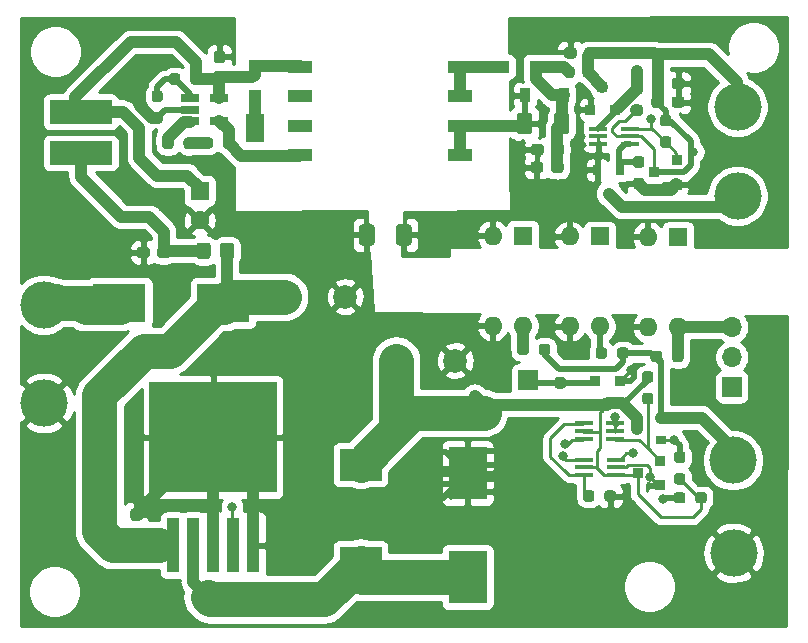
<source format=gtl>
%TF.GenerationSoftware,KiCad,Pcbnew,5.1.10*%
%TF.CreationDate,2021-12-10T15:48:24+01:00*%
%TF.ProjectId,Voeding,566f6564-696e-4672-9e6b-696361645f70,rev?*%
%TF.SameCoordinates,Original*%
%TF.FileFunction,Copper,L1,Top*%
%TF.FilePolarity,Positive*%
%FSLAX46Y46*%
G04 Gerber Fmt 4.6, Leading zero omitted, Abs format (unit mm)*
G04 Created by KiCad (PCBNEW 5.1.10) date 2021-12-10 15:48:24*
%MOMM*%
%LPD*%
G01*
G04 APERTURE LIST*
%TA.AperFunction,SMDPad,CuDef*%
%ADD10R,0.889000X0.812800*%
%TD*%
%TA.AperFunction,ComponentPad*%
%ADD11C,2.000000*%
%TD*%
%TA.AperFunction,ComponentPad*%
%ADD12R,2.000000X2.000000*%
%TD*%
%TA.AperFunction,ComponentPad*%
%ADD13O,1.600000X1.600000*%
%TD*%
%TA.AperFunction,ComponentPad*%
%ADD14R,1.600000X1.600000*%
%TD*%
%TA.AperFunction,SMDPad,CuDef*%
%ADD15R,1.500000X0.400000*%
%TD*%
%TA.AperFunction,SMDPad,CuDef*%
%ADD16R,0.812800X0.889000*%
%TD*%
%TA.AperFunction,SMDPad,CuDef*%
%ADD17R,10.800000X9.400000*%
%TD*%
%TA.AperFunction,SMDPad,CuDef*%
%ADD18R,1.100000X4.600000*%
%TD*%
%TA.AperFunction,SMDPad,CuDef*%
%ADD19R,1.599999X0.650001*%
%TD*%
%TA.AperFunction,SMDPad,CuDef*%
%ADD20R,2.080000X1.070000*%
%TD*%
%TA.AperFunction,SMDPad,CuDef*%
%ADD21R,0.900000X0.800000*%
%TD*%
%TA.AperFunction,SMDPad,CuDef*%
%ADD22R,5.300000X2.000000*%
%TD*%
%TA.AperFunction,SMDPad,CuDef*%
%ADD23R,3.600000X2.700000*%
%TD*%
%TA.AperFunction,ComponentPad*%
%ADD24O,1.700000X1.700000*%
%TD*%
%TA.AperFunction,ComponentPad*%
%ADD25R,1.700000X1.700000*%
%TD*%
%TA.AperFunction,ComponentPad*%
%ADD26C,4.000000*%
%TD*%
%TA.AperFunction,SMDPad,CuDef*%
%ADD27R,0.900000X1.200000*%
%TD*%
%TA.AperFunction,SMDPad,CuDef*%
%ADD28R,1.100000X1.100000*%
%TD*%
%TA.AperFunction,SMDPad,CuDef*%
%ADD29R,3.300000X4.500000*%
%TD*%
%TA.AperFunction,SMDPad,CuDef*%
%ADD30R,1.500000X1.050000*%
%TD*%
%TA.AperFunction,SMDPad,CuDef*%
%ADD31R,1.500000X2.400000*%
%TD*%
%TA.AperFunction,SMDPad,CuDef*%
%ADD32R,1.000000X1.000000*%
%TD*%
%TA.AperFunction,ComponentPad*%
%ADD33C,1.600000*%
%TD*%
%TA.AperFunction,SMDPad,CuDef*%
%ADD34R,0.800000X0.900000*%
%TD*%
%TA.AperFunction,SMDPad,CuDef*%
%ADD35R,4.500000X3.300000*%
%TD*%
%TA.AperFunction,ViaPad*%
%ADD36C,0.800000*%
%TD*%
%TA.AperFunction,Conductor*%
%ADD37C,0.250000*%
%TD*%
%TA.AperFunction,Conductor*%
%ADD38C,1.000000*%
%TD*%
%TA.AperFunction,Conductor*%
%ADD39C,0.500000*%
%TD*%
%TA.AperFunction,Conductor*%
%ADD40C,3.000000*%
%TD*%
%TA.AperFunction,Conductor*%
%ADD41C,0.254000*%
%TD*%
%TA.AperFunction,Conductor*%
%ADD42C,0.150000*%
%TD*%
G04 APERTURE END LIST*
D10*
%TO.P,U3,1*%
%TO.N,GND*%
X136916279Y-80435559D03*
%TO.P,U3,2*%
%TO.N,3.9OVLO_m*%
X136916279Y-78385561D03*
%TO.P,U3,3*%
%TO.N,+3V3*%
X135026280Y-79410560D03*
%TD*%
D11*
%TO.P,C2,2*%
%TO.N,GND*%
X110277920Y-64455040D03*
D12*
%TO.P,C2,1*%
%TO.N,VDC*%
X105277920Y-64455040D03*
%TD*%
D10*
%TO.P,U8,3*%
%TO.N,+3.3VP*%
X136453641Y-53933199D03*
%TO.P,U8,2*%
%TO.N,3.3UVLO*%
X138343640Y-52908200D03*
%TO.P,U8,1*%
%TO.N,Earth*%
X138343640Y-54958198D03*
%TD*%
D13*
%TO.P,U12,4*%
%TO.N,~3.3V_ISO_OV*%
X125310000Y-66900000D03*
%TO.P,U12,2*%
%TO.N,Earth*%
X122770000Y-59280000D03*
%TO.P,U12,3*%
%TO.N,GND*%
X122770000Y-66900000D03*
D14*
%TO.P,U12,1*%
%TO.N,Net-(R18-Pad1)*%
X125310000Y-59280000D03*
%TD*%
D13*
%TO.P,U11,4*%
%TO.N,+3.3V_ISO_UV*%
X131823000Y-66980001D03*
%TO.P,U11,2*%
%TO.N,Earth*%
X129283000Y-59360001D03*
%TO.P,U11,3*%
%TO.N,GND*%
X129283000Y-66980001D03*
D14*
%TO.P,U11,1*%
%TO.N,Net-(R16-Pad1)*%
X131823000Y-59360001D03*
%TD*%
D13*
%TO.P,U10,4*%
%TO.N,+3.3V_ISO_present*%
X138446000Y-67020000D03*
%TO.P,U10,2*%
%TO.N,Earth*%
X135906000Y-59400000D03*
%TO.P,U10,3*%
%TO.N,GND*%
X135906000Y-67020000D03*
D14*
%TO.P,U10,1*%
%TO.N,Net-(R13-Pad2)*%
X138446000Y-59400000D03*
%TD*%
D15*
%TO.P,U6,6*%
%TO.N,Net-(R9-Pad1)*%
X130501080Y-79542400D03*
%TO.P,U6,5*%
%TO.N,+3V3*%
X130501080Y-78892400D03*
%TO.P,U6,4*%
%TO.N,UVL_OVL_3.3_m_MOSF*%
X130501080Y-78242400D03*
%TO.P,U6,3*%
%TO.N,Net-(R10-Pad2)*%
X133161080Y-78242400D03*
%TO.P,U6,2*%
%TO.N,GND*%
X133161080Y-78892400D03*
%TO.P,U6,1*%
%TO.N,+3V3*%
X133161080Y-79542400D03*
%TD*%
%TO.P,U5,6*%
%TO.N,3.3UVLO_m*%
X130480760Y-76484240D03*
%TO.P,U5,5*%
%TO.N,+3V3*%
X130480760Y-75834240D03*
%TO.P,U5,4*%
%TO.N,Net-(R9-Pad1)*%
X130480760Y-75184240D03*
%TO.P,U5,3*%
%TO.N,GND*%
X133140760Y-75184240D03*
%TO.P,U5,2*%
X133140760Y-75834240D03*
%TO.P,U5,1*%
%TO.N,3.9OVLO_m*%
X133140760Y-76484240D03*
%TD*%
D16*
%TO.P,U4,1*%
%TO.N,GND*%
X133502400Y-71561960D03*
%TO.P,U4,2*%
%TO.N,3.3UVLO_m*%
X131452402Y-71561960D03*
%TO.P,U4,3*%
%TO.N,+3V3*%
X132477401Y-73451959D03*
%TD*%
D17*
%TO.P,U2,3*%
%TO.N,GND*%
X99079000Y-76346000D03*
D18*
%TO.P,U2,5*%
X102479000Y-85496000D03*
%TO.P,U2,4*%
%TO.N,V_FB*%
X100779000Y-85496000D03*
%TO.P,U2,3*%
%TO.N,GND*%
X99079000Y-85496000D03*
%TO.P,U2,2*%
%TO.N,Net-(D3-Pad1)*%
X97379000Y-85496000D03*
%TO.P,U2,1*%
%TO.N,VDC*%
X95679000Y-85496000D03*
%TD*%
D19*
%TO.P,U1,5*%
%TO.N,Net-(C8-Pad1)*%
X99625000Y-47674999D03*
%TO.P,U1,4*%
%TO.N,Net-(D2-Pad2)*%
X99625000Y-49574998D03*
%TO.P,U1,3*%
%TO.N,Net-(R3-Pad2)*%
X97125000Y-49574998D03*
%TO.P,U1,2*%
%TO.N,GND*%
X97125000Y-48624999D03*
%TO.P,U1,1*%
%TO.N,Net-(R1-Pad2)*%
X97125000Y-47674999D03*
%TD*%
D20*
%TO.P,T1,1*%
%TO.N,Net-(D2-Pad2)*%
X106440001Y-52455001D03*
%TO.P,T1,2*%
%TO.N,N/C*%
X106440001Y-49965001D03*
%TO.P,T1,3*%
X106440001Y-47475001D03*
%TO.P,T1,4*%
%TO.N,Net-(C8-Pad1)*%
X106440001Y-44985001D03*
%TO.P,T1,5*%
%TO.N,Net-(D4-Pad2)*%
X120000001Y-44985001D03*
%TO.P,T1,6*%
X120000001Y-47475001D03*
%TO.P,T1,7*%
%TO.N,Earth*%
X120000001Y-49965001D03*
%TO.P,T1,8*%
X120000001Y-52455001D03*
%TD*%
%TO.P,R20,2*%
%TO.N,+3.3V_ISO_present*%
%TA.AperFunction,SMDPad,CuDef*%
G36*
G01*
X137942500Y-69757500D02*
X137942500Y-69282500D01*
G75*
G02*
X138180000Y-69045000I237500J0D01*
G01*
X138680000Y-69045000D01*
G75*
G02*
X138917500Y-69282500I0J-237500D01*
G01*
X138917500Y-69757500D01*
G75*
G02*
X138680000Y-69995000I-237500J0D01*
G01*
X138180000Y-69995000D01*
G75*
G02*
X137942500Y-69757500I0J237500D01*
G01*
G37*
%TD.AperFunction*%
%TO.P,R20,1*%
%TO.N,+3.3VA*%
%TA.AperFunction,SMDPad,CuDef*%
G36*
G01*
X136117500Y-69757500D02*
X136117500Y-69282500D01*
G75*
G02*
X136355000Y-69045000I237500J0D01*
G01*
X136855000Y-69045000D01*
G75*
G02*
X137092500Y-69282500I0J-237500D01*
G01*
X137092500Y-69757500D01*
G75*
G02*
X136855000Y-69995000I-237500J0D01*
G01*
X136355000Y-69995000D01*
G75*
G02*
X136117500Y-69757500I0J237500D01*
G01*
G37*
%TD.AperFunction*%
%TD*%
%TO.P,R19,2*%
%TO.N,~3.3V_ISO_OV*%
%TA.AperFunction,SMDPad,CuDef*%
G36*
G01*
X125802500Y-68682500D02*
X125802500Y-69157500D01*
G75*
G02*
X125565000Y-69395000I-237500J0D01*
G01*
X125065000Y-69395000D01*
G75*
G02*
X124827500Y-69157500I0J237500D01*
G01*
X124827500Y-68682500D01*
G75*
G02*
X125065000Y-68445000I237500J0D01*
G01*
X125565000Y-68445000D01*
G75*
G02*
X125802500Y-68682500I0J-237500D01*
G01*
G37*
%TD.AperFunction*%
%TO.P,R19,1*%
%TO.N,+3.3VA*%
%TA.AperFunction,SMDPad,CuDef*%
G36*
G01*
X127627500Y-68682500D02*
X127627500Y-69157500D01*
G75*
G02*
X127390000Y-69395000I-237500J0D01*
G01*
X126890000Y-69395000D01*
G75*
G02*
X126652500Y-69157500I0J237500D01*
G01*
X126652500Y-68682500D01*
G75*
G02*
X126890000Y-68445000I237500J0D01*
G01*
X127390000Y-68445000D01*
G75*
G02*
X127627500Y-68682500I0J-237500D01*
G01*
G37*
%TD.AperFunction*%
%TD*%
%TO.P,R17,2*%
%TO.N,+3.3V_ISO_UV*%
%TA.AperFunction,SMDPad,CuDef*%
G36*
G01*
X132442500Y-68992500D02*
X132442500Y-69467500D01*
G75*
G02*
X132205000Y-69705000I-237500J0D01*
G01*
X131705000Y-69705000D01*
G75*
G02*
X131467500Y-69467500I0J237500D01*
G01*
X131467500Y-68992500D01*
G75*
G02*
X131705000Y-68755000I237500J0D01*
G01*
X132205000Y-68755000D01*
G75*
G02*
X132442500Y-68992500I0J-237500D01*
G01*
G37*
%TD.AperFunction*%
%TO.P,R17,1*%
%TO.N,+3.3VA*%
%TA.AperFunction,SMDPad,CuDef*%
G36*
G01*
X134267500Y-68992500D02*
X134267500Y-69467500D01*
G75*
G02*
X134030000Y-69705000I-237500J0D01*
G01*
X133530000Y-69705000D01*
G75*
G02*
X133292500Y-69467500I0J237500D01*
G01*
X133292500Y-68992500D01*
G75*
G02*
X133530000Y-68755000I237500J0D01*
G01*
X134030000Y-68755000D01*
G75*
G02*
X134267500Y-68992500I0J-237500D01*
G01*
G37*
%TD.AperFunction*%
%TD*%
%TO.P,R15,2*%
%TO.N,+3.3VP*%
%TA.AperFunction,SMDPad,CuDef*%
G36*
G01*
X134737500Y-48187500D02*
X135212500Y-48187500D01*
G75*
G02*
X135450000Y-48425000I0J-237500D01*
G01*
X135450000Y-48925000D01*
G75*
G02*
X135212500Y-49162500I-237500J0D01*
G01*
X134737500Y-49162500D01*
G75*
G02*
X134500000Y-48925000I0J237500D01*
G01*
X134500000Y-48425000D01*
G75*
G02*
X134737500Y-48187500I237500J0D01*
G01*
G37*
%TD.AperFunction*%
%TO.P,R15,1*%
%TO.N,3.9OVLO*%
%TA.AperFunction,SMDPad,CuDef*%
G36*
G01*
X134737500Y-46362500D02*
X135212500Y-46362500D01*
G75*
G02*
X135450000Y-46600000I0J-237500D01*
G01*
X135450000Y-47100000D01*
G75*
G02*
X135212500Y-47337500I-237500J0D01*
G01*
X134737500Y-47337500D01*
G75*
G02*
X134500000Y-47100000I0J237500D01*
G01*
X134500000Y-46600000D01*
G75*
G02*
X134737500Y-46362500I237500J0D01*
G01*
G37*
%TD.AperFunction*%
%TD*%
%TO.P,R14,2*%
%TO.N,+3.3VP*%
%TA.AperFunction,SMDPad,CuDef*%
G36*
G01*
X137637500Y-50037500D02*
X137162500Y-50037500D01*
G75*
G02*
X136925000Y-49800000I0J237500D01*
G01*
X136925000Y-49300000D01*
G75*
G02*
X137162500Y-49062500I237500J0D01*
G01*
X137637500Y-49062500D01*
G75*
G02*
X137875000Y-49300000I0J-237500D01*
G01*
X137875000Y-49800000D01*
G75*
G02*
X137637500Y-50037500I-237500J0D01*
G01*
G37*
%TD.AperFunction*%
%TO.P,R14,1*%
%TO.N,3.3UVLO*%
%TA.AperFunction,SMDPad,CuDef*%
G36*
G01*
X137637500Y-51862500D02*
X137162500Y-51862500D01*
G75*
G02*
X136925000Y-51625000I0J237500D01*
G01*
X136925000Y-51125000D01*
G75*
G02*
X137162500Y-50887500I237500J0D01*
G01*
X137637500Y-50887500D01*
G75*
G02*
X137875000Y-51125000I0J-237500D01*
G01*
X137875000Y-51625000D01*
G75*
G02*
X137637500Y-51862500I-237500J0D01*
G01*
G37*
%TD.AperFunction*%
%TD*%
%TO.P,R12,2*%
%TO.N,Earth*%
%TA.AperFunction,SMDPad,CuDef*%
G36*
G01*
X134887500Y-54387500D02*
X135362500Y-54387500D01*
G75*
G02*
X135600000Y-54625000I0J-237500D01*
G01*
X135600000Y-55125000D01*
G75*
G02*
X135362500Y-55362500I-237500J0D01*
G01*
X134887500Y-55362500D01*
G75*
G02*
X134650000Y-55125000I0J237500D01*
G01*
X134650000Y-54625000D01*
G75*
G02*
X134887500Y-54387500I237500J0D01*
G01*
G37*
%TD.AperFunction*%
%TO.P,R12,1*%
%TO.N,UVL_OVL_MOSF*%
%TA.AperFunction,SMDPad,CuDef*%
G36*
G01*
X134887500Y-52562500D02*
X135362500Y-52562500D01*
G75*
G02*
X135600000Y-52800000I0J-237500D01*
G01*
X135600000Y-53300000D01*
G75*
G02*
X135362500Y-53537500I-237500J0D01*
G01*
X134887500Y-53537500D01*
G75*
G02*
X134650000Y-53300000I0J237500D01*
G01*
X134650000Y-52800000D01*
G75*
G02*
X134887500Y-52562500I237500J0D01*
G01*
G37*
%TD.AperFunction*%
%TD*%
%TO.P,R11,2*%
%TO.N,+3V3*%
%TA.AperFunction,SMDPad,CuDef*%
G36*
G01*
X138352500Y-79392500D02*
X138827500Y-79392500D01*
G75*
G02*
X139065000Y-79630000I0J-237500D01*
G01*
X139065000Y-80130000D01*
G75*
G02*
X138827500Y-80367500I-237500J0D01*
G01*
X138352500Y-80367500D01*
G75*
G02*
X138115000Y-80130000I0J237500D01*
G01*
X138115000Y-79630000D01*
G75*
G02*
X138352500Y-79392500I237500J0D01*
G01*
G37*
%TD.AperFunction*%
%TO.P,R11,1*%
%TO.N,UVL_OVL_3.3_m_MOSF*%
%TA.AperFunction,SMDPad,CuDef*%
G36*
G01*
X138352500Y-77567500D02*
X138827500Y-77567500D01*
G75*
G02*
X139065000Y-77805000I0J-237500D01*
G01*
X139065000Y-78305000D01*
G75*
G02*
X138827500Y-78542500I-237500J0D01*
G01*
X138352500Y-78542500D01*
G75*
G02*
X138115000Y-78305000I0J237500D01*
G01*
X138115000Y-77805000D01*
G75*
G02*
X138352500Y-77567500I237500J0D01*
G01*
G37*
%TD.AperFunction*%
%TD*%
%TO.P,R10,2*%
%TO.N,Net-(R10-Pad2)*%
%TA.AperFunction,SMDPad,CuDef*%
G36*
G01*
X139067500Y-81242500D02*
X139067500Y-81717500D01*
G75*
G02*
X138830000Y-81955000I-237500J0D01*
G01*
X138330000Y-81955000D01*
G75*
G02*
X138092500Y-81717500I0J237500D01*
G01*
X138092500Y-81242500D01*
G75*
G02*
X138330000Y-81005000I237500J0D01*
G01*
X138830000Y-81005000D01*
G75*
G02*
X139067500Y-81242500I0J-237500D01*
G01*
G37*
%TD.AperFunction*%
%TO.P,R10,1*%
%TO.N,+3V3*%
%TA.AperFunction,SMDPad,CuDef*%
G36*
G01*
X140892500Y-81242500D02*
X140892500Y-81717500D01*
G75*
G02*
X140655000Y-81955000I-237500J0D01*
G01*
X140155000Y-81955000D01*
G75*
G02*
X139917500Y-81717500I0J237500D01*
G01*
X139917500Y-81242500D01*
G75*
G02*
X140155000Y-81005000I237500J0D01*
G01*
X140655000Y-81005000D01*
G75*
G02*
X140892500Y-81242500I0J-237500D01*
G01*
G37*
%TD.AperFunction*%
%TD*%
%TO.P,R9,2*%
%TO.N,GND*%
%TA.AperFunction,SMDPad,CuDef*%
G36*
G01*
X132222420Y-81573380D02*
X132222420Y-81098380D01*
G75*
G02*
X132459920Y-80860880I237500J0D01*
G01*
X132959920Y-80860880D01*
G75*
G02*
X133197420Y-81098380I0J-237500D01*
G01*
X133197420Y-81573380D01*
G75*
G02*
X132959920Y-81810880I-237500J0D01*
G01*
X132459920Y-81810880D01*
G75*
G02*
X132222420Y-81573380I0J237500D01*
G01*
G37*
%TD.AperFunction*%
%TO.P,R9,1*%
%TO.N,Net-(R9-Pad1)*%
%TA.AperFunction,SMDPad,CuDef*%
G36*
G01*
X130397420Y-81573380D02*
X130397420Y-81098380D01*
G75*
G02*
X130634920Y-80860880I237500J0D01*
G01*
X131134920Y-80860880D01*
G75*
G02*
X131372420Y-81098380I0J-237500D01*
G01*
X131372420Y-81573380D01*
G75*
G02*
X131134920Y-81810880I-237500J0D01*
G01*
X130634920Y-81810880D01*
G75*
G02*
X130397420Y-81573380I0J237500D01*
G01*
G37*
%TD.AperFunction*%
%TD*%
%TO.P,R8,2*%
%TO.N,+3V3*%
%TA.AperFunction,SMDPad,CuDef*%
G36*
G01*
X128235700Y-73087420D02*
X128710700Y-73087420D01*
G75*
G02*
X128948200Y-73324920I0J-237500D01*
G01*
X128948200Y-73824920D01*
G75*
G02*
X128710700Y-74062420I-237500J0D01*
G01*
X128235700Y-74062420D01*
G75*
G02*
X127998200Y-73824920I0J237500D01*
G01*
X127998200Y-73324920D01*
G75*
G02*
X128235700Y-73087420I237500J0D01*
G01*
G37*
%TD.AperFunction*%
%TO.P,R8,1*%
%TO.N,3.3UVLO_m*%
%TA.AperFunction,SMDPad,CuDef*%
G36*
G01*
X128235700Y-71262420D02*
X128710700Y-71262420D01*
G75*
G02*
X128948200Y-71499920I0J-237500D01*
G01*
X128948200Y-71999920D01*
G75*
G02*
X128710700Y-72237420I-237500J0D01*
G01*
X128235700Y-72237420D01*
G75*
G02*
X127998200Y-71999920I0J237500D01*
G01*
X127998200Y-71499920D01*
G75*
G02*
X128235700Y-71262420I237500J0D01*
G01*
G37*
%TD.AperFunction*%
%TD*%
%TO.P,R7,2*%
%TO.N,+3V3*%
%TA.AperFunction,SMDPad,CuDef*%
G36*
G01*
X136122420Y-71746560D02*
X135647420Y-71746560D01*
G75*
G02*
X135409920Y-71509060I0J237500D01*
G01*
X135409920Y-71009060D01*
G75*
G02*
X135647420Y-70771560I237500J0D01*
G01*
X136122420Y-70771560D01*
G75*
G02*
X136359920Y-71009060I0J-237500D01*
G01*
X136359920Y-71509060D01*
G75*
G02*
X136122420Y-71746560I-237500J0D01*
G01*
G37*
%TD.AperFunction*%
%TO.P,R7,1*%
%TO.N,3.9OVLO_m*%
%TA.AperFunction,SMDPad,CuDef*%
G36*
G01*
X136122420Y-73571560D02*
X135647420Y-73571560D01*
G75*
G02*
X135409920Y-73334060I0J237500D01*
G01*
X135409920Y-72834060D01*
G75*
G02*
X135647420Y-72596560I237500J0D01*
G01*
X136122420Y-72596560D01*
G75*
G02*
X136359920Y-72834060I0J-237500D01*
G01*
X136359920Y-73334060D01*
G75*
G02*
X136122420Y-73571560I-237500J0D01*
G01*
G37*
%TD.AperFunction*%
%TD*%
%TO.P,R4,2*%
%TO.N,Net-(R3-Pad1)*%
%TA.AperFunction,SMDPad,CuDef*%
G36*
G01*
X99062500Y-51212500D02*
X99062500Y-51687500D01*
G75*
G02*
X98825000Y-51925000I-237500J0D01*
G01*
X98325000Y-51925000D01*
G75*
G02*
X98087500Y-51687500I0J237500D01*
G01*
X98087500Y-51212500D01*
G75*
G02*
X98325000Y-50975000I237500J0D01*
G01*
X98825000Y-50975000D01*
G75*
G02*
X99062500Y-51212500I0J-237500D01*
G01*
G37*
%TD.AperFunction*%
%TO.P,R4,1*%
%TO.N,Net-(D2-Pad2)*%
%TA.AperFunction,SMDPad,CuDef*%
G36*
G01*
X100887500Y-51212500D02*
X100887500Y-51687500D01*
G75*
G02*
X100650000Y-51925000I-237500J0D01*
G01*
X100150000Y-51925000D01*
G75*
G02*
X99912500Y-51687500I0J237500D01*
G01*
X99912500Y-51212500D01*
G75*
G02*
X100150000Y-50975000I237500J0D01*
G01*
X100650000Y-50975000D01*
G75*
G02*
X100887500Y-51212500I0J-237500D01*
G01*
G37*
%TD.AperFunction*%
%TD*%
%TO.P,R3,2*%
%TO.N,Net-(R3-Pad2)*%
%TA.AperFunction,SMDPad,CuDef*%
G36*
G01*
X95737500Y-51237500D02*
X95737500Y-51712500D01*
G75*
G02*
X95500000Y-51950000I-237500J0D01*
G01*
X95000000Y-51950000D01*
G75*
G02*
X94762500Y-51712500I0J237500D01*
G01*
X94762500Y-51237500D01*
G75*
G02*
X95000000Y-51000000I237500J0D01*
G01*
X95500000Y-51000000D01*
G75*
G02*
X95737500Y-51237500I0J-237500D01*
G01*
G37*
%TD.AperFunction*%
%TO.P,R3,1*%
%TO.N,Net-(R3-Pad1)*%
%TA.AperFunction,SMDPad,CuDef*%
G36*
G01*
X97562500Y-51237500D02*
X97562500Y-51712500D01*
G75*
G02*
X97325000Y-51950000I-237500J0D01*
G01*
X96825000Y-51950000D01*
G75*
G02*
X96587500Y-51712500I0J237500D01*
G01*
X96587500Y-51237500D01*
G75*
G02*
X96825000Y-51000000I237500J0D01*
G01*
X97325000Y-51000000D01*
G75*
G02*
X97562500Y-51237500I0J-237500D01*
G01*
G37*
%TD.AperFunction*%
%TD*%
%TO.P,R2,2*%
%TO.N,GND*%
%TA.AperFunction,SMDPad,CuDef*%
G36*
G01*
X94112500Y-48825000D02*
X94587500Y-48825000D01*
G75*
G02*
X94825000Y-49062500I0J-237500D01*
G01*
X94825000Y-49562500D01*
G75*
G02*
X94587500Y-49800000I-237500J0D01*
G01*
X94112500Y-49800000D01*
G75*
G02*
X93875000Y-49562500I0J237500D01*
G01*
X93875000Y-49062500D01*
G75*
G02*
X94112500Y-48825000I237500J0D01*
G01*
G37*
%TD.AperFunction*%
%TO.P,R2,1*%
%TO.N,Net-(R1-Pad2)*%
%TA.AperFunction,SMDPad,CuDef*%
G36*
G01*
X94112500Y-47000000D02*
X94587500Y-47000000D01*
G75*
G02*
X94825000Y-47237500I0J-237500D01*
G01*
X94825000Y-47737500D01*
G75*
G02*
X94587500Y-47975000I-237500J0D01*
G01*
X94112500Y-47975000D01*
G75*
G02*
X93875000Y-47737500I0J237500D01*
G01*
X93875000Y-47237500D01*
G75*
G02*
X94112500Y-47000000I237500J0D01*
G01*
G37*
%TD.AperFunction*%
%TD*%
%TO.P,R1,2*%
%TO.N,Net-(R1-Pad2)*%
%TA.AperFunction,SMDPad,CuDef*%
G36*
G01*
X96312500Y-45787500D02*
X96312500Y-46262500D01*
G75*
G02*
X96075000Y-46500000I-237500J0D01*
G01*
X95575000Y-46500000D01*
G75*
G02*
X95337500Y-46262500I0J237500D01*
G01*
X95337500Y-45787500D01*
G75*
G02*
X95575000Y-45550000I237500J0D01*
G01*
X96075000Y-45550000D01*
G75*
G02*
X96312500Y-45787500I0J-237500D01*
G01*
G37*
%TD.AperFunction*%
%TO.P,R1,1*%
%TO.N,Net-(C8-Pad1)*%
%TA.AperFunction,SMDPad,CuDef*%
G36*
G01*
X98137500Y-45787500D02*
X98137500Y-46262500D01*
G75*
G02*
X97900000Y-46500000I-237500J0D01*
G01*
X97400000Y-46500000D01*
G75*
G02*
X97162500Y-46262500I0J237500D01*
G01*
X97162500Y-45787500D01*
G75*
G02*
X97400000Y-45550000I237500J0D01*
G01*
X97900000Y-45550000D01*
G75*
G02*
X98137500Y-45787500I0J-237500D01*
G01*
G37*
%TD.AperFunction*%
%TD*%
D21*
%TO.P,Q1,3*%
%TO.N,+3V3*%
X134975000Y-75650000D03*
%TO.P,Q1,2*%
%TO.N,+3.3VA*%
X136975000Y-74700000D03*
%TO.P,Q1,1*%
%TO.N,UVL_OVL_3.3_m_MOSF*%
X136975000Y-76600000D03*
%TD*%
D22*
%TO.P,L2,1*%
%TO.N,Net-(C7-Pad1)*%
X87889080Y-52298480D03*
%TO.P,L2,2*%
%TO.N,Net-(C8-Pad1)*%
X87889080Y-48798480D03*
%TD*%
D23*
%TO.P,L1,2*%
%TO.N,+3V3*%
X111566960Y-78684480D03*
%TO.P,L1,1*%
%TO.N,Net-(D3-Pad1)*%
X111566960Y-86984480D03*
%TD*%
D24*
%TO.P,J8,3*%
%TO.N,+3.3V_ISO_present*%
X143010000Y-67020000D03*
%TO.P,J8,2*%
%TO.N,+3.3V_ISO_UV*%
X143010000Y-69560000D03*
D25*
%TO.P,J8,1*%
%TO.N,~3.3V_ISO_OV*%
X143010000Y-72100000D03*
%TD*%
%TO.P,J7,1*%
%TO.N,3.3UVLO_m*%
X125704600Y-71516240D03*
%TD*%
D26*
%TO.P,J6,1*%
%TO.N,GND*%
X84780120Y-73466960D03*
%TD*%
%TO.P,J5,1*%
%TO.N,+3.3VA*%
X143103600Y-78313280D03*
%TD*%
%TO.P,J4,1*%
%TO.N,+3.3VP*%
X143484600Y-48374300D03*
%TD*%
%TO.P,J3,1*%
%TO.N,Net-(J3-Pad1)*%
X143484600Y-55905400D03*
%TD*%
%TO.P,J2,1*%
%TO.N,GND*%
X143159480Y-86141560D03*
%TD*%
%TO.P,J1,1*%
%TO.N,Net-(D6-Pad2)*%
X84729320Y-65130680D03*
%TD*%
%TO.P,FB1,2*%
%TO.N,VDC*%
%TA.AperFunction,SMDPad,CuDef*%
G36*
G01*
X99669040Y-61029001D02*
X99669040Y-60128999D01*
G75*
G02*
X99919039Y-59879000I249999J0D01*
G01*
X100619041Y-59879000D01*
G75*
G02*
X100869040Y-60128999I0J-249999D01*
G01*
X100869040Y-61029001D01*
G75*
G02*
X100619041Y-61279000I-249999J0D01*
G01*
X99919039Y-61279000D01*
G75*
G02*
X99669040Y-61029001I0J249999D01*
G01*
G37*
%TD.AperFunction*%
%TO.P,FB1,1*%
%TO.N,Net-(C7-Pad1)*%
%TA.AperFunction,SMDPad,CuDef*%
G36*
G01*
X97669040Y-61029001D02*
X97669040Y-60128999D01*
G75*
G02*
X97919039Y-59879000I249999J0D01*
G01*
X98619041Y-59879000D01*
G75*
G02*
X98869040Y-60128999I0J-249999D01*
G01*
X98869040Y-61029001D01*
G75*
G02*
X98619041Y-61279000I-249999J0D01*
G01*
X97919039Y-61279000D01*
G75*
G02*
X97669040Y-61029001I0J249999D01*
G01*
G37*
%TD.AperFunction*%
%TD*%
%TO.P,F1,2*%
%TO.N,Net-(C4-Pad1)*%
%TA.AperFunction,SMDPad,CuDef*%
G36*
G01*
X129687500Y-45193750D02*
X129687500Y-45706250D01*
G75*
G02*
X129468750Y-45925000I-218750J0D01*
G01*
X129031250Y-45925000D01*
G75*
G02*
X128812500Y-45706250I0J218750D01*
G01*
X128812500Y-45193750D01*
G75*
G02*
X129031250Y-44975000I218750J0D01*
G01*
X129468750Y-44975000D01*
G75*
G02*
X129687500Y-45193750I0J-218750D01*
G01*
G37*
%TD.AperFunction*%
%TO.P,F1,1*%
%TO.N,+3.3VP*%
%TA.AperFunction,SMDPad,CuDef*%
G36*
G01*
X131262500Y-45193750D02*
X131262500Y-45706250D01*
G75*
G02*
X131043750Y-45925000I-218750J0D01*
G01*
X130606250Y-45925000D01*
G75*
G02*
X130387500Y-45706250I0J218750D01*
G01*
X130387500Y-45193750D01*
G75*
G02*
X130606250Y-44975000I218750J0D01*
G01*
X131043750Y-44975000D01*
G75*
G02*
X131262500Y-45193750I0J-218750D01*
G01*
G37*
%TD.AperFunction*%
%TD*%
D27*
%TO.P,D5,2*%
%TO.N,Earth*%
X125475000Y-47400000D03*
%TO.P,D5,1*%
%TO.N,Net-(C4-Pad1)*%
X128775000Y-47400000D03*
%TD*%
D28*
%TO.P,D4,2*%
%TO.N,Net-(D4-Pad2)*%
X123600000Y-45000000D03*
%TO.P,D4,1*%
%TO.N,Net-(C4-Pad1)*%
X126400000Y-45000000D03*
%TD*%
D29*
%TO.P,D3,2*%
%TO.N,GND*%
X120629680Y-79394600D03*
%TO.P,D3,1*%
%TO.N,Net-(D3-Pad1)*%
X120629680Y-88194600D03*
%TD*%
D30*
%TO.P,D2,2*%
%TO.N,Net-(D2-Pad2)*%
X102600000Y-52525000D03*
D31*
%TO.P,D2,1*%
%TO.N,Net-(D1-Pad1)*%
X102600000Y-50150000D03*
%TD*%
D32*
%TO.P,D1,2*%
%TO.N,Net-(C8-Pad1)*%
X102600000Y-44950000D03*
%TO.P,D1,1*%
%TO.N,Net-(D1-Pad1)*%
X102600000Y-47450000D03*
%TD*%
%TO.P,C13,2*%
%TO.N,Earth*%
%TA.AperFunction,SMDPad,CuDef*%
G36*
G01*
X137911720Y-48228260D02*
X137911720Y-47753260D01*
G75*
G02*
X138149220Y-47515760I237500J0D01*
G01*
X138749220Y-47515760D01*
G75*
G02*
X138986720Y-47753260I0J-237500D01*
G01*
X138986720Y-48228260D01*
G75*
G02*
X138749220Y-48465760I-237500J0D01*
G01*
X138149220Y-48465760D01*
G75*
G02*
X137911720Y-48228260I0J237500D01*
G01*
G37*
%TD.AperFunction*%
%TO.P,C13,1*%
%TO.N,+3.3VP*%
%TA.AperFunction,SMDPad,CuDef*%
G36*
G01*
X136186720Y-48228260D02*
X136186720Y-47753260D01*
G75*
G02*
X136424220Y-47515760I237500J0D01*
G01*
X137024220Y-47515760D01*
G75*
G02*
X137261720Y-47753260I0J-237500D01*
G01*
X137261720Y-48228260D01*
G75*
G02*
X137024220Y-48465760I-237500J0D01*
G01*
X136424220Y-48465760D01*
G75*
G02*
X136186720Y-48228260I0J237500D01*
G01*
G37*
%TD.AperFunction*%
%TD*%
%TO.P,C12,2*%
%TO.N,Earth*%
%TA.AperFunction,SMDPad,CuDef*%
G36*
G01*
X137933140Y-46648380D02*
X137933140Y-46173380D01*
G75*
G02*
X138170640Y-45935880I237500J0D01*
G01*
X138770640Y-45935880D01*
G75*
G02*
X139008140Y-46173380I0J-237500D01*
G01*
X139008140Y-46648380D01*
G75*
G02*
X138770640Y-46885880I-237500J0D01*
G01*
X138170640Y-46885880D01*
G75*
G02*
X137933140Y-46648380I0J237500D01*
G01*
G37*
%TD.AperFunction*%
%TO.P,C12,1*%
%TO.N,+3.3VP*%
%TA.AperFunction,SMDPad,CuDef*%
G36*
G01*
X136208140Y-46648380D02*
X136208140Y-46173380D01*
G75*
G02*
X136445640Y-45935880I237500J0D01*
G01*
X137045640Y-45935880D01*
G75*
G02*
X137283140Y-46173380I0J-237500D01*
G01*
X137283140Y-46648380D01*
G75*
G02*
X137045640Y-46885880I-237500J0D01*
G01*
X136445640Y-46885880D01*
G75*
G02*
X136208140Y-46648380I0J237500D01*
G01*
G37*
%TD.AperFunction*%
%TD*%
%TO.P,C11,2*%
%TO.N,Earth*%
%TA.AperFunction,SMDPad,CuDef*%
G36*
G01*
X129862500Y-43582500D02*
X129862500Y-44057500D01*
G75*
G02*
X129625000Y-44295000I-237500J0D01*
G01*
X129025000Y-44295000D01*
G75*
G02*
X128787500Y-44057500I0J237500D01*
G01*
X128787500Y-43582500D01*
G75*
G02*
X129025000Y-43345000I237500J0D01*
G01*
X129625000Y-43345000D01*
G75*
G02*
X129862500Y-43582500I0J-237500D01*
G01*
G37*
%TD.AperFunction*%
%TO.P,C11,1*%
%TO.N,+3.3VP*%
%TA.AperFunction,SMDPad,CuDef*%
G36*
G01*
X131587500Y-43582500D02*
X131587500Y-44057500D01*
G75*
G02*
X131350000Y-44295000I-237500J0D01*
G01*
X130750000Y-44295000D01*
G75*
G02*
X130512500Y-44057500I0J237500D01*
G01*
X130512500Y-43582500D01*
G75*
G02*
X130750000Y-43345000I237500J0D01*
G01*
X131350000Y-43345000D01*
G75*
G02*
X131587500Y-43582500I0J-237500D01*
G01*
G37*
%TD.AperFunction*%
%TD*%
%TO.P,C10,2*%
%TO.N,GND*%
%TA.AperFunction,SMDPad,CuDef*%
G36*
G01*
X112767140Y-58577719D02*
X112767140Y-59877721D01*
G75*
G02*
X112517141Y-60127720I-249999J0D01*
G01*
X111692139Y-60127720D01*
G75*
G02*
X111442140Y-59877721I0J249999D01*
G01*
X111442140Y-58577719D01*
G75*
G02*
X111692139Y-58327720I249999J0D01*
G01*
X112517141Y-58327720D01*
G75*
G02*
X112767140Y-58577719I0J-249999D01*
G01*
G37*
%TD.AperFunction*%
%TO.P,C10,1*%
%TO.N,Earth*%
%TA.AperFunction,SMDPad,CuDef*%
G36*
G01*
X115892140Y-58577719D02*
X115892140Y-59877721D01*
G75*
G02*
X115642141Y-60127720I-249999J0D01*
G01*
X114817139Y-60127720D01*
G75*
G02*
X114567140Y-59877721I0J249999D01*
G01*
X114567140Y-58577719D01*
G75*
G02*
X114817139Y-58327720I249999J0D01*
G01*
X115642141Y-58327720D01*
G75*
G02*
X115892140Y-58577719I0J-249999D01*
G01*
G37*
%TD.AperFunction*%
%TD*%
%TO.P,C9,2*%
%TO.N,GND*%
%TA.AperFunction,SMDPad,CuDef*%
G36*
G01*
X99862500Y-44687500D02*
X99387500Y-44687500D01*
G75*
G02*
X99150000Y-44450000I0J237500D01*
G01*
X99150000Y-43850000D01*
G75*
G02*
X99387500Y-43612500I237500J0D01*
G01*
X99862500Y-43612500D01*
G75*
G02*
X100100000Y-43850000I0J-237500D01*
G01*
X100100000Y-44450000D01*
G75*
G02*
X99862500Y-44687500I-237500J0D01*
G01*
G37*
%TD.AperFunction*%
%TO.P,C9,1*%
%TO.N,Net-(C8-Pad1)*%
%TA.AperFunction,SMDPad,CuDef*%
G36*
G01*
X99862500Y-46412500D02*
X99387500Y-46412500D01*
G75*
G02*
X99150000Y-46175000I0J237500D01*
G01*
X99150000Y-45575000D01*
G75*
G02*
X99387500Y-45337500I237500J0D01*
G01*
X99862500Y-45337500D01*
G75*
G02*
X100100000Y-45575000I0J-237500D01*
G01*
X100100000Y-46175000D01*
G75*
G02*
X99862500Y-46412500I-237500J0D01*
G01*
G37*
%TD.AperFunction*%
%TD*%
D33*
%TO.P,C8,2*%
%TO.N,GND*%
X97942400Y-57999000D03*
D14*
%TO.P,C8,1*%
%TO.N,Net-(C8-Pad1)*%
X97942400Y-55499000D03*
%TD*%
%TO.P,C7,2*%
%TO.N,GND*%
%TA.AperFunction,SMDPad,CuDef*%
G36*
G01*
X93711980Y-60473580D02*
X93711980Y-60948580D01*
G75*
G02*
X93474480Y-61186080I-237500J0D01*
G01*
X92874480Y-61186080D01*
G75*
G02*
X92636980Y-60948580I0J237500D01*
G01*
X92636980Y-60473580D01*
G75*
G02*
X92874480Y-60236080I237500J0D01*
G01*
X93474480Y-60236080D01*
G75*
G02*
X93711980Y-60473580I0J-237500D01*
G01*
G37*
%TD.AperFunction*%
%TO.P,C7,1*%
%TO.N,Net-(C7-Pad1)*%
%TA.AperFunction,SMDPad,CuDef*%
G36*
G01*
X95436980Y-60473580D02*
X95436980Y-60948580D01*
G75*
G02*
X95199480Y-61186080I-237500J0D01*
G01*
X94599480Y-61186080D01*
G75*
G02*
X94361980Y-60948580I0J237500D01*
G01*
X94361980Y-60473580D01*
G75*
G02*
X94599480Y-60236080I237500J0D01*
G01*
X95199480Y-60236080D01*
G75*
G02*
X95436980Y-60473580I0J-237500D01*
G01*
G37*
%TD.AperFunction*%
%TD*%
%TO.P,C6,2*%
%TO.N,Earth*%
%TA.AperFunction,SMDPad,CuDef*%
G36*
G01*
X127037500Y-53262500D02*
X127037500Y-53737500D01*
G75*
G02*
X126800000Y-53975000I-237500J0D01*
G01*
X126200000Y-53975000D01*
G75*
G02*
X125962500Y-53737500I0J237500D01*
G01*
X125962500Y-53262500D01*
G75*
G02*
X126200000Y-53025000I237500J0D01*
G01*
X126800000Y-53025000D01*
G75*
G02*
X127037500Y-53262500I0J-237500D01*
G01*
G37*
%TD.AperFunction*%
%TO.P,C6,1*%
%TO.N,Net-(C4-Pad1)*%
%TA.AperFunction,SMDPad,CuDef*%
G36*
G01*
X128762500Y-53262500D02*
X128762500Y-53737500D01*
G75*
G02*
X128525000Y-53975000I-237500J0D01*
G01*
X127925000Y-53975000D01*
G75*
G02*
X127687500Y-53737500I0J237500D01*
G01*
X127687500Y-53262500D01*
G75*
G02*
X127925000Y-53025000I237500J0D01*
G01*
X128525000Y-53025000D01*
G75*
G02*
X128762500Y-53262500I0J-237500D01*
G01*
G37*
%TD.AperFunction*%
%TD*%
%TO.P,C5,2*%
%TO.N,Earth*%
%TA.AperFunction,SMDPad,CuDef*%
G36*
G01*
X127075000Y-51762500D02*
X127075000Y-52237500D01*
G75*
G02*
X126837500Y-52475000I-237500J0D01*
G01*
X126237500Y-52475000D01*
G75*
G02*
X126000000Y-52237500I0J237500D01*
G01*
X126000000Y-51762500D01*
G75*
G02*
X126237500Y-51525000I237500J0D01*
G01*
X126837500Y-51525000D01*
G75*
G02*
X127075000Y-51762500I0J-237500D01*
G01*
G37*
%TD.AperFunction*%
%TO.P,C5,1*%
%TO.N,Net-(C4-Pad1)*%
%TA.AperFunction,SMDPad,CuDef*%
G36*
G01*
X128800000Y-51762500D02*
X128800000Y-52237500D01*
G75*
G02*
X128562500Y-52475000I-237500J0D01*
G01*
X127962500Y-52475000D01*
G75*
G02*
X127725000Y-52237500I0J237500D01*
G01*
X127725000Y-51762500D01*
G75*
G02*
X127962500Y-51525000I237500J0D01*
G01*
X128562500Y-51525000D01*
G75*
G02*
X128800000Y-51762500I0J-237500D01*
G01*
G37*
%TD.AperFunction*%
%TD*%
%TO.P,C4,2*%
%TO.N,Earth*%
%TA.AperFunction,SMDPad,CuDef*%
G36*
G01*
X126117380Y-49149239D02*
X126117380Y-50449241D01*
G75*
G02*
X125867381Y-50699240I-249999J0D01*
G01*
X125042379Y-50699240D01*
G75*
G02*
X124792380Y-50449241I0J249999D01*
G01*
X124792380Y-49149239D01*
G75*
G02*
X125042379Y-48899240I249999J0D01*
G01*
X125867381Y-48899240D01*
G75*
G02*
X126117380Y-49149239I0J-249999D01*
G01*
G37*
%TD.AperFunction*%
%TO.P,C4,1*%
%TO.N,Net-(C4-Pad1)*%
%TA.AperFunction,SMDPad,CuDef*%
G36*
G01*
X129242380Y-49149239D02*
X129242380Y-50449241D01*
G75*
G02*
X128992381Y-50699240I-249999J0D01*
G01*
X128167379Y-50699240D01*
G75*
G02*
X127917380Y-50449241I0J249999D01*
G01*
X127917380Y-49149239D01*
G75*
G02*
X128167379Y-48899240I249999J0D01*
G01*
X128992381Y-48899240D01*
G75*
G02*
X129242380Y-49149239I0J-249999D01*
G01*
G37*
%TD.AperFunction*%
%TD*%
D11*
%TO.P,C3,2*%
%TO.N,GND*%
X119593360Y-69865240D03*
D12*
%TO.P,C3,1*%
%TO.N,+3V3*%
X114593360Y-69865240D03*
%TD*%
%TO.P,C1,2*%
%TO.N,GND*%
%TA.AperFunction,SMDPad,CuDef*%
G36*
G01*
X92800180Y-83449280D02*
X92325180Y-83449280D01*
G75*
G02*
X92087680Y-83211780I0J237500D01*
G01*
X92087680Y-82611780D01*
G75*
G02*
X92325180Y-82374280I237500J0D01*
G01*
X92800180Y-82374280D01*
G75*
G02*
X93037680Y-82611780I0J-237500D01*
G01*
X93037680Y-83211780D01*
G75*
G02*
X92800180Y-83449280I-237500J0D01*
G01*
G37*
%TD.AperFunction*%
%TO.P,C1,1*%
%TO.N,VDC*%
%TA.AperFunction,SMDPad,CuDef*%
G36*
G01*
X92800180Y-85174280D02*
X92325180Y-85174280D01*
G75*
G02*
X92087680Y-84936780I0J237500D01*
G01*
X92087680Y-84336780D01*
G75*
G02*
X92325180Y-84099280I237500J0D01*
G01*
X92800180Y-84099280D01*
G75*
G02*
X93037680Y-84336780I0J-237500D01*
G01*
X93037680Y-84936780D01*
G75*
G02*
X92800180Y-85174280I-237500J0D01*
G01*
G37*
%TD.AperFunction*%
%TD*%
D34*
%TO.P,Q2,1*%
%TO.N,UVL_OVL_MOSF*%
X133525000Y-53725000D03*
%TO.P,Q2,2*%
%TO.N,Earth*%
X131625000Y-53725000D03*
%TO.P,Q2,3*%
%TO.N,Net-(J3-Pad1)*%
X132575000Y-55725000D03*
%TD*%
D16*
%TO.P,U9,1*%
%TO.N,Earth*%
X131025000Y-48614999D03*
%TO.P,U9,2*%
%TO.N,3.9OVLO*%
X133074998Y-48614999D03*
%TO.P,U9,3*%
%TO.N,+3.3VP*%
X132049999Y-46725000D03*
%TD*%
D15*
%TO.P,U7,1*%
%TO.N,3.9OVLO*%
X131695000Y-50225000D03*
%TO.P,U7,2*%
%TO.N,Earth*%
X131695000Y-50875000D03*
%TO.P,U7,3*%
X131695000Y-51525000D03*
%TO.P,U7,4*%
%TO.N,UVL_OVL_MOSF*%
X134355000Y-51525000D03*
%TO.P,U7,5*%
%TO.N,+3.3VP*%
X134355000Y-50875000D03*
%TO.P,U7,6*%
%TO.N,3.3UVLO*%
X134355000Y-50225000D03*
%TD*%
D35*
%TO.P,D6,1*%
%TO.N,VDC*%
X99954800Y-64983360D03*
%TO.P,D6,2*%
%TO.N,Net-(D6-Pad2)*%
X91154800Y-64983360D03*
%TD*%
D36*
%TO.N,GND*%
X99959160Y-80205580D03*
X98846640Y-79054960D03*
X103520240Y-79105760D03*
X103489760Y-80197960D03*
X102265480Y-80137000D03*
X101137720Y-80197960D03*
X102184200Y-79054960D03*
X101061520Y-79054960D03*
X99933760Y-79070200D03*
X98856800Y-80228440D03*
X97759520Y-80197960D03*
X97774760Y-79054960D03*
X96713040Y-80137000D03*
X96667320Y-79039720D03*
X95585280Y-79024480D03*
X95585280Y-80101440D03*
X94427040Y-78978760D03*
X94477840Y-80101440D03*
X96890840Y-73599040D03*
X98064320Y-73644760D03*
X99364800Y-73741280D03*
X100807520Y-73720960D03*
X102219760Y-73675240D03*
X103510080Y-73675240D03*
X94604840Y-72577960D03*
X95676720Y-72603360D03*
X96829880Y-72577960D03*
X98079560Y-72567800D03*
X99349560Y-72583040D03*
X100807520Y-72547480D03*
X102189280Y-72583040D03*
X103474520Y-72644000D03*
X94620080Y-73578720D03*
X95666560Y-73599040D03*
X123220480Y-78729840D03*
X123108720Y-79852520D03*
X123083320Y-77500480D03*
X117962680Y-77581760D03*
X117937280Y-79039720D03*
X118003320Y-80314800D03*
X118049040Y-81544160D03*
X123017280Y-80970120D03*
X133131560Y-74625200D03*
X134484561Y-70680000D03*
X92811600Y-48417480D03*
X92796360Y-47482760D03*
X91805760Y-47447200D03*
X92811600Y-46471840D03*
X136070782Y-79756000D03*
%TO.N,+3.3VP*%
X139750000Y-52190000D03*
%TO.N,V_FB*%
X100695760Y-82245200D03*
%TO.N,3.3UVLO_m*%
X128847653Y-76917653D03*
%TO.N,UVL_OVL_3.3_m_MOSF*%
X138100000Y-76550000D03*
X128700000Y-77970000D03*
%TO.N,Net-(R10-Pad2)*%
X134610000Y-77715000D03*
X137150000Y-81550000D03*
%TO.N,3.3UVLO*%
X136200000Y-49400000D03*
%TO.N,3.9OVLO*%
X134950000Y-45350000D03*
%TO.N,+3V3*%
X113248620Y-77002820D03*
%TD*%
D37*
%TO.N,GND*%
X99079000Y-76005640D02*
X95676720Y-72603360D01*
X99079000Y-76346000D02*
X99079000Y-76005640D01*
X99079000Y-74827080D02*
X96829880Y-72577960D01*
X99079000Y-76346000D02*
X99079000Y-74827080D01*
X99079000Y-73567240D02*
X98079560Y-72567800D01*
X99079000Y-76346000D02*
X99079000Y-73567240D01*
X99079000Y-72853600D02*
X99349560Y-72583040D01*
X99079000Y-76346000D02*
X99079000Y-72853600D01*
X99079000Y-74276000D02*
X100807520Y-72547480D01*
X99079000Y-76346000D02*
X99079000Y-74276000D01*
X99079000Y-75693320D02*
X102189280Y-72583040D01*
X99079000Y-76346000D02*
X99079000Y-75693320D01*
X99772520Y-76346000D02*
X103474520Y-72644000D01*
X99079000Y-76346000D02*
X99772520Y-76346000D01*
X97387360Y-76346000D02*
X94620080Y-73578720D01*
X99079000Y-76346000D02*
X97387360Y-76346000D01*
X98372880Y-76346000D02*
X95740220Y-73713340D01*
X99079000Y-76346000D02*
X98372880Y-76346000D01*
X95740220Y-73713340D02*
X94604840Y-72577960D01*
D38*
X99079000Y-85496000D02*
X99079000Y-76346000D01*
X102479000Y-79746000D02*
X99079000Y-76346000D01*
X102479000Y-85496000D02*
X102479000Y-79746000D01*
D39*
X122205200Y-80970120D02*
X120629680Y-79394600D01*
X123017280Y-80970120D02*
X122205200Y-80970120D01*
X121087600Y-79852520D02*
X120629680Y-79394600D01*
X123108720Y-79852520D02*
X121087600Y-79852520D01*
X121294440Y-78729840D02*
X120629680Y-79394600D01*
X123220480Y-78729840D02*
X121294440Y-78729840D01*
X119441680Y-78206600D02*
X120629680Y-79394600D01*
X120513560Y-79278480D02*
X120629680Y-79394600D01*
X119465640Y-80558640D02*
X120629680Y-79394600D01*
X120629680Y-80091280D02*
X120629680Y-79394600D01*
X119268240Y-81452720D02*
X120629680Y-80091280D01*
X120629680Y-79394600D02*
X120629680Y-78648560D01*
X121777760Y-77500480D02*
X123083320Y-77500480D01*
X120629680Y-78648560D02*
X121777760Y-77500480D01*
X118816840Y-77581760D02*
X120629680Y-79394600D01*
X117962680Y-77581760D02*
X118816840Y-77581760D01*
X120274800Y-79039720D02*
X120629680Y-79394600D01*
X117937280Y-79039720D02*
X120274800Y-79039720D01*
X119709480Y-80314800D02*
X120629680Y-79394600D01*
X118003320Y-80314800D02*
X119709480Y-80314800D01*
X118480120Y-81544160D02*
X120629680Y-79394600D01*
X118049040Y-81544160D02*
X118480120Y-81544160D01*
D38*
X92710000Y-82715000D02*
X99079000Y-76346000D01*
X92710000Y-82912880D02*
X92710000Y-82715000D01*
D37*
X133090000Y-74786400D02*
X133121400Y-74755000D01*
X133090000Y-75920000D02*
X133090000Y-74786400D01*
X133474999Y-71689562D02*
X134484561Y-70680000D01*
X133474999Y-71765001D02*
X133474999Y-71689562D01*
D39*
X95037501Y-48624999D02*
X94350000Y-49312500D01*
X97125000Y-48624999D02*
X95037501Y-48624999D01*
D38*
X93879340Y-49312500D02*
X92887800Y-48320960D01*
X94350000Y-49312500D02*
X93879340Y-49312500D01*
X92887800Y-47574200D02*
X92796360Y-47482760D01*
X92887800Y-48320960D02*
X92887800Y-47574200D01*
X91973400Y-47482760D02*
X91937840Y-47447200D01*
X92796360Y-47482760D02*
X91973400Y-47482760D01*
X92796360Y-46548040D02*
X92852240Y-46492160D01*
X92796360Y-47482760D02*
X92796360Y-46548040D01*
D37*
X134025250Y-78889990D02*
X133161080Y-78889990D01*
X134236081Y-78679159D02*
X134025250Y-78889990D01*
X135816279Y-78679159D02*
X134236081Y-78679159D01*
X136750341Y-80435559D02*
X136070782Y-79756000D01*
X136916279Y-80435559D02*
X136750341Y-80435559D01*
X136070782Y-78933662D02*
X135816279Y-78679159D01*
X136070782Y-79756000D02*
X136070782Y-78933662D01*
D38*
%TO.N,+3.3VP*%
X134914999Y-48614999D02*
X134975000Y-48675000D01*
D37*
X136725000Y-47105900D02*
X136725000Y-47200000D01*
X132900000Y-50475000D02*
X132900000Y-50144998D01*
X133300000Y-50875000D02*
X132900000Y-50475000D01*
X134355000Y-50875000D02*
X133300000Y-50875000D01*
X133459999Y-49584999D02*
X133990001Y-49584999D01*
X132900000Y-50144998D02*
X133459999Y-49584999D01*
X134900000Y-48675000D02*
X134975000Y-48675000D01*
X133990001Y-49584999D02*
X134900000Y-48675000D01*
D38*
X143400000Y-46250000D02*
X141075000Y-43925000D01*
X136725000Y-44150000D02*
X136500000Y-43925000D01*
X136725000Y-47500000D02*
X136725000Y-44150000D01*
X141075000Y-43925000D02*
X136500000Y-43925000D01*
D37*
X135355000Y-50875000D02*
X134355000Y-50875000D01*
X136400000Y-51920000D02*
X135355000Y-50875000D01*
X136400000Y-53925000D02*
X136400000Y-51920000D01*
D39*
X138925902Y-53925000D02*
X139525000Y-53325902D01*
X136400000Y-53925000D02*
X138925902Y-53925000D01*
X137800000Y-49550000D02*
X137400000Y-49550000D01*
X139525000Y-51275000D02*
X137800000Y-49550000D01*
X137400000Y-48775000D02*
X136750000Y-48125000D01*
X137400000Y-49550000D02*
X137400000Y-48775000D01*
D38*
X130825000Y-44045000D02*
X131050000Y-43820000D01*
X130825000Y-45450000D02*
X130825000Y-44045000D01*
X132049999Y-46674999D02*
X130825000Y-45450000D01*
X132049999Y-46725000D02*
X132049999Y-46674999D01*
X136395000Y-43820000D02*
X136500000Y-43925000D01*
X131050000Y-43820000D02*
X136395000Y-43820000D01*
D37*
X139665000Y-52275000D02*
X139750000Y-52190000D01*
X139525000Y-52275000D02*
X139665000Y-52275000D01*
D39*
X139525000Y-53325902D02*
X139525000Y-52275000D01*
X139525000Y-52275000D02*
X139525000Y-51275000D01*
D38*
X143400000Y-48289700D02*
X143484600Y-48374300D01*
X143400000Y-46250000D02*
X143400000Y-48289700D01*
%TO.N,Net-(D1-Pad1)*%
X102600000Y-47450000D02*
X102600000Y-50150000D01*
%TO.N,Net-(D2-Pad2)*%
X106370002Y-52525000D02*
X106440001Y-52455001D01*
X102600000Y-52525000D02*
X106370002Y-52525000D01*
X101475000Y-52525000D02*
X100400000Y-51450000D01*
X102600000Y-52525000D02*
X101475000Y-52525000D01*
X100400000Y-50349998D02*
X99625000Y-49574998D01*
X100400000Y-51450000D02*
X100400000Y-50349998D01*
%TO.N,Net-(D3-Pad1)*%
X97379000Y-87906002D02*
X97398840Y-87925842D01*
X97379000Y-85496000D02*
X97379000Y-87906002D01*
D40*
X98841560Y-90078560D02*
X106506920Y-90078560D01*
X98612960Y-89849960D02*
X98841560Y-90078560D01*
X120629680Y-88194600D02*
X111674360Y-88194600D01*
X108472880Y-90078560D02*
X111566960Y-86984480D01*
X106506920Y-90078560D02*
X108472880Y-90078560D01*
D38*
X97379000Y-88616000D02*
X97379000Y-85496000D01*
X98612960Y-89849960D02*
X97379000Y-88616000D01*
%TO.N,Net-(D4-Pad2)*%
X123585001Y-44985001D02*
X123600000Y-45000000D01*
X120000001Y-44985001D02*
X123585001Y-44985001D01*
X120000001Y-47475001D02*
X120000001Y-44985001D01*
D39*
%TO.N,Net-(R1-Pad2)*%
X97125000Y-47325000D02*
X95825000Y-46025000D01*
X97125000Y-47674999D02*
X97125000Y-47325000D01*
X94350000Y-47487500D02*
X94350000Y-46711440D01*
X95036440Y-46025000D02*
X95825000Y-46025000D01*
X94350000Y-46711440D02*
X95036440Y-46025000D01*
D38*
%TO.N,Net-(R3-Pad2)*%
X96599999Y-49650001D02*
X97125000Y-49650001D01*
X95250000Y-51000000D02*
X96599999Y-49650001D01*
X95250000Y-51475000D02*
X95250000Y-51000000D01*
%TO.N,Net-(R3-Pad1)*%
X97100000Y-51450000D02*
X97075000Y-51475000D01*
X98575000Y-51450000D02*
X97100000Y-51450000D01*
D37*
%TO.N,V_FB*%
X100695760Y-85412760D02*
X100779000Y-85496000D01*
X100695760Y-82245200D02*
X100695760Y-85412760D01*
D38*
%TO.N,Net-(C7-Pad1)*%
X95031560Y-60579000D02*
X94899480Y-60711080D01*
X98269040Y-60579000D02*
X95031560Y-60579000D01*
X94899480Y-60236080D02*
X94919800Y-60215760D01*
X94899480Y-60711080D02*
X94899480Y-60236080D01*
X94919800Y-60215760D02*
X94919800Y-58938160D01*
X93692920Y-57711280D02*
X91297760Y-57711280D01*
X94919800Y-58938160D02*
X93692920Y-57711280D01*
X87889080Y-54302600D02*
X91297760Y-57711280D01*
X87889080Y-52298480D02*
X87889080Y-54302600D01*
%TO.N,Net-(C8-Pad1)*%
X97942400Y-55499000D02*
X97942400Y-55260240D01*
X97942400Y-55260240D02*
X96893440Y-54211280D01*
X99475000Y-46025000D02*
X99625000Y-45875000D01*
X97650000Y-46025000D02*
X99475000Y-46025000D01*
X99625000Y-45875000D02*
X99773680Y-45875000D01*
X99625000Y-45875000D02*
X102415280Y-45875000D01*
X102600000Y-45690280D02*
X102600000Y-44950000D01*
X102415280Y-45875000D02*
X102600000Y-45690280D01*
X106405000Y-44950000D02*
X106440001Y-44985001D01*
X102600000Y-44950000D02*
X106405000Y-44950000D01*
X99625000Y-47674999D02*
X99625000Y-45875000D01*
X87417241Y-47573599D02*
X92095320Y-42895520D01*
X92095320Y-42895520D02*
X95981520Y-42895520D01*
X97650000Y-44564000D02*
X97650000Y-46025000D01*
X95981520Y-42895520D02*
X97650000Y-44564000D01*
X87889080Y-48798480D02*
X91485720Y-48798480D01*
X91485720Y-48798480D02*
X92821760Y-50134520D01*
X92821760Y-50134520D02*
X92821760Y-52694840D01*
X92821760Y-52694840D02*
X94338200Y-54211280D01*
X96893440Y-54211280D02*
X94338200Y-54211280D01*
X87417241Y-48326641D02*
X87889080Y-48798480D01*
X87417241Y-47573599D02*
X87417241Y-48326641D01*
%TO.N,Net-(C4-Pad1)*%
X128225000Y-50137500D02*
X128612500Y-49750000D01*
X128225000Y-53500000D02*
X128225000Y-50137500D01*
X128612500Y-47562500D02*
X128775000Y-47400000D01*
X128612500Y-49750000D02*
X128612500Y-47562500D01*
X128775000Y-47400000D02*
X127775000Y-47400000D01*
X126400000Y-46025000D02*
X126400000Y-45000000D01*
X127775000Y-47400000D02*
X126400000Y-46025000D01*
X128800000Y-45000000D02*
X129250000Y-45450000D01*
X126400000Y-45000000D02*
X128800000Y-45000000D01*
%TO.N,Net-(J3-Pad1)*%
X142565000Y-56825000D02*
X143484600Y-55905400D01*
X133675000Y-56825000D02*
X142565000Y-56825000D01*
X132575000Y-55725000D02*
X133675000Y-56825000D01*
D39*
%TO.N,+3.3VA*%
X133780000Y-69230000D02*
X136140000Y-69230000D01*
X136140000Y-69230000D02*
X136975000Y-70065000D01*
X127140000Y-68920000D02*
X127140000Y-69300000D01*
X127140000Y-69300000D02*
X128400000Y-70560000D01*
X128400000Y-70560000D02*
X133180000Y-70560000D01*
X133780000Y-69960000D02*
X133780000Y-69230000D01*
X133180000Y-70560000D02*
X133780000Y-69960000D01*
X136975000Y-69890000D02*
X136605000Y-69520000D01*
X136975000Y-70985000D02*
X136975000Y-69890000D01*
X136975000Y-70065000D02*
X136975000Y-70985000D01*
X136975000Y-70985000D02*
X136975000Y-74700000D01*
D38*
X140450000Y-74700000D02*
X142980000Y-77230000D01*
X136975000Y-74700000D02*
X140450000Y-74700000D01*
D37*
%TO.N,3.3UVLO_m*%
X128847653Y-76917653D02*
X129122347Y-76917653D01*
X129470000Y-76570000D02*
X130430000Y-76570000D01*
X129122347Y-76917653D02*
X129470000Y-76570000D01*
D39*
X131420000Y-71760000D02*
X131425001Y-71765001D01*
X125710000Y-71760000D02*
X131420000Y-71760000D01*
D38*
%TO.N,~3.3V_ISO_OV*%
X125310000Y-68915000D02*
X125315000Y-68920000D01*
X125310000Y-66900000D02*
X125310000Y-68915000D01*
D39*
%TO.N,+3.3V_ISO_UV*%
X131823000Y-69098000D02*
X131955000Y-69230000D01*
X131823000Y-66980001D02*
X131823000Y-69098000D01*
D38*
%TO.N,+3.3V_ISO_present*%
X143010000Y-67020000D02*
X138446000Y-67020000D01*
X138446000Y-69504000D02*
X138430000Y-69520000D01*
X138446000Y-67020000D02*
X138446000Y-69504000D01*
D37*
%TO.N,UVL_OVL_3.3_m_MOSF*%
X138050000Y-76600000D02*
X138100000Y-76550000D01*
X136975000Y-76600000D02*
X138050000Y-76600000D01*
D39*
X138590000Y-77040000D02*
X138100000Y-76550000D01*
X138590000Y-78055000D02*
X138590000Y-77040000D01*
D37*
X128700000Y-77970000D02*
X128700000Y-77991440D01*
X128950960Y-78242400D02*
X130501080Y-78242400D01*
X128700000Y-77991440D02*
X128950960Y-78242400D01*
%TO.N,UVL_OVL_MOSF*%
X134355000Y-51525000D02*
X134225000Y-51525000D01*
X133425000Y-52875000D02*
X133550000Y-53000000D01*
X133600000Y-53050000D02*
X133550000Y-53000000D01*
X135125000Y-53050000D02*
X133600000Y-53050000D01*
D39*
X133965000Y-51525000D02*
X133425000Y-52065000D01*
X134355000Y-51525000D02*
X133965000Y-51525000D01*
D37*
X133425000Y-52065000D02*
X133425000Y-52875000D01*
D39*
X133425000Y-53625000D02*
X133525000Y-53725000D01*
X133500000Y-53050000D02*
X133425000Y-53125000D01*
X135125000Y-53050000D02*
X133500000Y-53050000D01*
X133425000Y-53125000D02*
X133425000Y-53625000D01*
X133425000Y-52065000D02*
X133425000Y-53125000D01*
D37*
%TO.N,3.9OVLO_m*%
X135149998Y-76570000D02*
X133090000Y-76570000D01*
X135890000Y-77310002D02*
X135969999Y-77390001D01*
X135890000Y-73302500D02*
X135890000Y-77310002D01*
X135969999Y-77390001D02*
X135149998Y-76570000D01*
X136930000Y-78350002D02*
X135969999Y-77390001D01*
%TO.N,Net-(R9-Pad1)*%
X130430000Y-75270000D02*
X128830000Y-75270000D01*
X128830000Y-75270000D02*
X127640000Y-76460000D01*
X127640000Y-77983002D02*
X127630000Y-77993002D01*
X127640000Y-76460000D02*
X127640000Y-77983002D01*
X129179398Y-79542400D02*
X128892459Y-79255461D01*
X130501080Y-79542400D02*
X129179398Y-79542400D01*
X128892459Y-79255461D02*
X128976998Y-79340000D01*
X127630000Y-77993002D02*
X128892459Y-79255461D01*
X130501080Y-80952040D02*
X130884920Y-81335880D01*
X130501080Y-79542400D02*
X130501080Y-80952040D01*
%TO.N,Net-(R10-Pad2)*%
X133161080Y-78242400D02*
X133547880Y-78242400D01*
X134075280Y-77715000D02*
X134610000Y-77715000D01*
X133547880Y-78242400D02*
X134075280Y-77715000D01*
D39*
X138580000Y-81480000D02*
X137220000Y-81480000D01*
X137220000Y-81480000D02*
X137150000Y-81550000D01*
D37*
%TO.N,3.3UVLO*%
X138289999Y-52264999D02*
X137400000Y-51375000D01*
X138289999Y-52900001D02*
X138289999Y-52264999D01*
X136250000Y-50225000D02*
X134355000Y-50225000D01*
X137400000Y-51375000D02*
X136250000Y-50225000D01*
X136200000Y-50175000D02*
X136250000Y-50225000D01*
X136200000Y-49400000D02*
X136200000Y-50175000D01*
D38*
%TO.N,3.9OVLO*%
X134975000Y-46850000D02*
X133349999Y-48475001D01*
D39*
X133305001Y-48614999D02*
X131695000Y-50225000D01*
X133349999Y-48614999D02*
X133305001Y-48614999D01*
D38*
X134950000Y-46825000D02*
X134975000Y-46850000D01*
X134950000Y-45350000D02*
X134950000Y-46825000D01*
D37*
%TO.N,Earth*%
X138450000Y-47500000D02*
X138450000Y-47289998D01*
D38*
X135125000Y-54875000D02*
X135660000Y-55410000D01*
X137829998Y-55410000D02*
X138289999Y-54949999D01*
X135660000Y-55410000D02*
X137829998Y-55410000D01*
D37*
X131695000Y-50875000D02*
X131695000Y-51525000D01*
D38*
X120000001Y-52455001D02*
X120000001Y-49965001D01*
X125272499Y-49965001D02*
X125487500Y-49750000D01*
X120000001Y-49965001D02*
X125272499Y-49965001D01*
D37*
%TO.N,+3V3*%
X135005000Y-79340000D02*
X135040001Y-79375001D01*
X130430000Y-75920000D02*
X131230000Y-75920000D01*
X131975000Y-74130000D02*
X132450000Y-73655000D01*
X132450000Y-73655000D02*
X131880000Y-74225000D01*
X131750000Y-75920000D02*
X131230000Y-75920000D01*
X131880000Y-75790000D02*
X131750000Y-75920000D01*
X131880000Y-77260000D02*
X131627499Y-77512501D01*
X131880000Y-75650000D02*
X131880000Y-77260000D01*
X131880000Y-74225000D02*
X131880000Y-75650000D01*
X131880000Y-75650000D02*
X131880000Y-75790000D01*
D39*
X133712500Y-73655000D02*
X135890000Y-71477500D01*
D38*
X121978239Y-73601399D02*
X132396399Y-73601399D01*
X121230000Y-72853160D02*
X121978239Y-73601399D01*
D40*
X115941439Y-74310001D02*
X121985801Y-74310001D01*
X114593360Y-69865240D02*
X114593360Y-75658080D01*
X113248620Y-77002820D02*
X115941439Y-74310001D01*
X114593360Y-75658080D02*
X113248620Y-77002820D01*
X111566960Y-78684480D02*
X113248620Y-77002820D01*
D37*
X140190000Y-81480000D02*
X138590000Y-79880000D01*
X140405000Y-81480000D02*
X140190000Y-81480000D01*
X140405000Y-82429200D02*
X140405000Y-81480000D01*
X139684760Y-83149440D02*
X140405000Y-82429200D01*
X136992360Y-83149440D02*
X139684760Y-83149440D01*
X135040001Y-81197081D02*
X136992360Y-83149440D01*
X135040001Y-79375001D02*
X135040001Y-81197081D01*
D38*
X132490521Y-73438839D02*
X132477401Y-73451959D01*
X133669721Y-73438839D02*
X132490521Y-73438839D01*
X134975000Y-74744118D02*
X133669721Y-73438839D01*
X134975000Y-75650000D02*
X134975000Y-74744118D01*
D37*
X131627499Y-79008819D02*
X131627499Y-78659101D01*
X133161080Y-79542400D02*
X132161080Y-79542400D01*
X131627499Y-77512501D02*
X131627499Y-78659101D01*
X131511080Y-78892400D02*
X131693940Y-79075260D01*
X131693940Y-79075260D02*
X131627499Y-79008819D01*
X130501080Y-78892400D02*
X131511080Y-78892400D01*
X132161080Y-79542400D02*
X131693940Y-79075260D01*
X134894440Y-79542400D02*
X135026280Y-79410560D01*
X133161080Y-79542400D02*
X134894440Y-79542400D01*
D38*
%TO.N,VDC*%
X93568120Y-85496000D02*
X92710000Y-84637880D01*
X94462200Y-85496000D02*
X93568120Y-85496000D01*
X95679000Y-85496000D02*
X94462200Y-85496000D01*
D40*
X99156520Y-65338960D02*
X100009960Y-65338960D01*
X95463360Y-69032120D02*
X99156520Y-65338960D01*
X93232878Y-69032120D02*
X95463360Y-69032120D01*
X89448640Y-84322920D02*
X89448640Y-72816358D01*
X90621720Y-85496000D02*
X89448640Y-84322920D01*
X89448640Y-72816358D02*
X93232878Y-69032120D01*
X94462200Y-85496000D02*
X90621720Y-85496000D01*
D38*
X100269040Y-64669120D02*
X99954800Y-64983360D01*
X100269040Y-60579000D02*
X100269040Y-64669120D01*
D40*
X100472960Y-64465200D02*
X99954800Y-64983360D01*
X105100120Y-64465200D02*
X100472960Y-64465200D01*
%TO.N,Net-(D6-Pad2)*%
X91209960Y-65338960D02*
X88315800Y-65338960D01*
X85872320Y-64983360D02*
X85745320Y-64856360D01*
X91154800Y-64983360D02*
X85872320Y-64983360D01*
%TD*%
D41*
%TO.N,Earth*%
X147681162Y-42150729D02*
X147681117Y-42151176D01*
X147681082Y-42183052D01*
X147681003Y-42215113D01*
X147681046Y-42215563D01*
X147661191Y-60275923D01*
X139877526Y-60266465D01*
X139884072Y-60200000D01*
X139884072Y-58600000D01*
X139871812Y-58475518D01*
X139835502Y-58355820D01*
X139776537Y-58245506D01*
X139697185Y-58148815D01*
X139600494Y-58069463D01*
X139490180Y-58010498D01*
X139370482Y-57974188D01*
X139246000Y-57961928D01*
X137646000Y-57961928D01*
X137521518Y-57974188D01*
X137401820Y-58010498D01*
X137291506Y-58069463D01*
X137194815Y-58148815D01*
X137115463Y-58245506D01*
X137056498Y-58355820D01*
X137020188Y-58475518D01*
X137017769Y-58500080D01*
X136869414Y-58336481D01*
X136643420Y-58168963D01*
X136389087Y-58048754D01*
X136255039Y-58008096D01*
X136033000Y-58130085D01*
X136033000Y-59273000D01*
X136053000Y-59273000D01*
X136053000Y-59527000D01*
X136033000Y-59527000D01*
X136033000Y-59547000D01*
X135779000Y-59547000D01*
X135779000Y-59527000D01*
X134635376Y-59527000D01*
X134514091Y-59749040D01*
X134608930Y-60013881D01*
X134753615Y-60255131D01*
X134758253Y-60260245D01*
X133251379Y-60258414D01*
X133261072Y-60160001D01*
X133261072Y-59050960D01*
X134514091Y-59050960D01*
X134635376Y-59273000D01*
X135779000Y-59273000D01*
X135779000Y-58130085D01*
X135556961Y-58008096D01*
X135422913Y-58048754D01*
X135168580Y-58168963D01*
X134942586Y-58336481D01*
X134753615Y-58544869D01*
X134608930Y-58786119D01*
X134514091Y-59050960D01*
X133261072Y-59050960D01*
X133261072Y-58560001D01*
X133248812Y-58435519D01*
X133212502Y-58315821D01*
X133153537Y-58205507D01*
X133074185Y-58108816D01*
X132977494Y-58029464D01*
X132867180Y-57970499D01*
X132747482Y-57934189D01*
X132623000Y-57921929D01*
X131023000Y-57921929D01*
X130898518Y-57934189D01*
X130778820Y-57970499D01*
X130668506Y-58029464D01*
X130571815Y-58108816D01*
X130492463Y-58205507D01*
X130433498Y-58315821D01*
X130397188Y-58435519D01*
X130394769Y-58460081D01*
X130246414Y-58296482D01*
X130020420Y-58128964D01*
X129766087Y-58008755D01*
X129632039Y-57968097D01*
X129410000Y-58090086D01*
X129410000Y-59233001D01*
X129430000Y-59233001D01*
X129430000Y-59487001D01*
X129410000Y-59487001D01*
X129410000Y-59507001D01*
X129156000Y-59507001D01*
X129156000Y-59487001D01*
X128012376Y-59487001D01*
X127891091Y-59709041D01*
X127985930Y-59973882D01*
X128130615Y-60215132D01*
X128164259Y-60252233D01*
X126721859Y-60250480D01*
X126735812Y-60204482D01*
X126748072Y-60080000D01*
X126748072Y-59010961D01*
X127891091Y-59010961D01*
X128012376Y-59233001D01*
X129156000Y-59233001D01*
X129156000Y-58090086D01*
X128933961Y-57968097D01*
X128799913Y-58008755D01*
X128545580Y-58128964D01*
X128319586Y-58296482D01*
X128130615Y-58504870D01*
X127985930Y-58746120D01*
X127891091Y-59010961D01*
X126748072Y-59010961D01*
X126748072Y-58480000D01*
X126735812Y-58355518D01*
X126699502Y-58235820D01*
X126640537Y-58125506D01*
X126561185Y-58028815D01*
X126464494Y-57949463D01*
X126354180Y-57890498D01*
X126234482Y-57854188D01*
X126110000Y-57841928D01*
X124510000Y-57841928D01*
X124385518Y-57854188D01*
X124265820Y-57890498D01*
X124155506Y-57949463D01*
X124058815Y-58028815D01*
X123979463Y-58125506D01*
X123920498Y-58235820D01*
X123884188Y-58355518D01*
X123881769Y-58380080D01*
X123733414Y-58216481D01*
X123507420Y-58048963D01*
X123253087Y-57928754D01*
X123119039Y-57888096D01*
X122897000Y-58010085D01*
X122897000Y-59153000D01*
X122917000Y-59153000D01*
X122917000Y-59407000D01*
X122897000Y-59407000D01*
X122897000Y-59427000D01*
X122643000Y-59427000D01*
X122643000Y-59407000D01*
X121499376Y-59407000D01*
X121378091Y-59629040D01*
X121472930Y-59893881D01*
X121617615Y-60135131D01*
X121716702Y-60244399D01*
X119149894Y-60241280D01*
X119125115Y-60243690D01*
X119101282Y-60250888D01*
X119079311Y-60262598D01*
X119060047Y-60278368D01*
X119044229Y-60297594D01*
X119032466Y-60319537D01*
X119025210Y-60343352D01*
X119022740Y-60368126D01*
X119023578Y-60382847D01*
X119097300Y-61021333D01*
X115073015Y-60974539D01*
X115089767Y-60616843D01*
X115102640Y-60603970D01*
X115102640Y-60341960D01*
X115148874Y-59354720D01*
X115356640Y-59354720D01*
X115356640Y-60603970D01*
X115515390Y-60762720D01*
X115892140Y-60765792D01*
X116016622Y-60753532D01*
X116136320Y-60717222D01*
X116246634Y-60658257D01*
X116343325Y-60578905D01*
X116422677Y-60482214D01*
X116481642Y-60371900D01*
X116517952Y-60252202D01*
X116530212Y-60127720D01*
X116527140Y-59513470D01*
X116368390Y-59354720D01*
X115356640Y-59354720D01*
X115148874Y-59354720D01*
X115219274Y-57851470D01*
X115356640Y-57851470D01*
X115356640Y-59100720D01*
X116368390Y-59100720D01*
X116527140Y-58941970D01*
X116527195Y-58930960D01*
X121378091Y-58930960D01*
X121499376Y-59153000D01*
X122643000Y-59153000D01*
X122643000Y-58010085D01*
X122420961Y-57888096D01*
X122286913Y-57928754D01*
X122032580Y-58048963D01*
X121806586Y-58216481D01*
X121617615Y-58424869D01*
X121472930Y-58666119D01*
X121378091Y-58930960D01*
X116527195Y-58930960D01*
X116530212Y-58327720D01*
X116517952Y-58203238D01*
X116481642Y-58083540D01*
X116422677Y-57973226D01*
X116343325Y-57876535D01*
X116246634Y-57797183D01*
X116136320Y-57738218D01*
X116016622Y-57701908D01*
X115892140Y-57689648D01*
X115515390Y-57692720D01*
X115356640Y-57851470D01*
X115219274Y-57851470D01*
X115244263Y-57317904D01*
X124166940Y-57204070D01*
X124191683Y-57201314D01*
X124215414Y-57193783D01*
X124237219Y-57181768D01*
X124256261Y-57165730D01*
X124271808Y-57146285D01*
X124283263Y-57124180D01*
X124290186Y-57100265D01*
X124292315Y-57075937D01*
X124264409Y-53975000D01*
X125324428Y-53975000D01*
X125336688Y-54099482D01*
X125372998Y-54219180D01*
X125431963Y-54329494D01*
X125511315Y-54426185D01*
X125608006Y-54505537D01*
X125718320Y-54564502D01*
X125838018Y-54600812D01*
X125962500Y-54613072D01*
X126214250Y-54610000D01*
X126373000Y-54451250D01*
X126373000Y-53627000D01*
X125486250Y-53627000D01*
X125327500Y-53785750D01*
X125324428Y-53975000D01*
X124264409Y-53975000D01*
X124255860Y-53025000D01*
X125324428Y-53025000D01*
X125327500Y-53214250D01*
X125486250Y-53373000D01*
X126373000Y-53373000D01*
X126373000Y-52988750D01*
X126410500Y-52951250D01*
X126410500Y-52127000D01*
X125523750Y-52127000D01*
X125365000Y-52285750D01*
X125361928Y-52475000D01*
X125374188Y-52599482D01*
X125408850Y-52713747D01*
X125372998Y-52780820D01*
X125336688Y-52900518D01*
X125324428Y-53025000D01*
X124255860Y-53025000D01*
X124237712Y-51008588D01*
X124261843Y-51053734D01*
X124341195Y-51150425D01*
X124437886Y-51229777D01*
X124548200Y-51288742D01*
X124667898Y-51325052D01*
X124792380Y-51337312D01*
X125169130Y-51334240D01*
X125327878Y-51175492D01*
X125327878Y-51334240D01*
X125394293Y-51334240D01*
X125374188Y-51400518D01*
X125361928Y-51525000D01*
X125365000Y-51714250D01*
X125523750Y-51873000D01*
X126410500Y-51873000D01*
X126410500Y-51853000D01*
X126664500Y-51853000D01*
X126664500Y-51873000D01*
X126684500Y-51873000D01*
X126684500Y-52127000D01*
X126664500Y-52127000D01*
X126664500Y-52511250D01*
X126627000Y-52548750D01*
X126627000Y-53373000D01*
X126647000Y-53373000D01*
X126647000Y-53627000D01*
X126627000Y-53627000D01*
X126627000Y-54451250D01*
X126785750Y-54610000D01*
X127037500Y-54613072D01*
X127161982Y-54600812D01*
X127281680Y-54564502D01*
X127391994Y-54505537D01*
X127439894Y-54466226D01*
X127589933Y-54546423D01*
X127754184Y-54596248D01*
X127925000Y-54613072D01*
X127984354Y-54613072D01*
X128002501Y-54618577D01*
X128225000Y-54640491D01*
X128447498Y-54618577D01*
X128465645Y-54613072D01*
X128525000Y-54613072D01*
X128695816Y-54596248D01*
X128860067Y-54546423D01*
X129011442Y-54465512D01*
X129144123Y-54356623D01*
X129253012Y-54223942D01*
X129279171Y-54175000D01*
X130586928Y-54175000D01*
X130599188Y-54299482D01*
X130635498Y-54419180D01*
X130694463Y-54529494D01*
X130773815Y-54626185D01*
X130870506Y-54705537D01*
X130980820Y-54764502D01*
X131100518Y-54800812D01*
X131225000Y-54813072D01*
X131339250Y-54810000D01*
X131498000Y-54651250D01*
X131498000Y-53852000D01*
X130748750Y-53852000D01*
X130590000Y-54010750D01*
X130586928Y-54175000D01*
X129279171Y-54175000D01*
X129333923Y-54072567D01*
X129383748Y-53908316D01*
X129400572Y-53737500D01*
X129400572Y-53275000D01*
X130586928Y-53275000D01*
X130590000Y-53439250D01*
X130748750Y-53598000D01*
X131498000Y-53598000D01*
X131498000Y-52798750D01*
X131339250Y-52640000D01*
X131225000Y-52636928D01*
X131100518Y-52649188D01*
X130980820Y-52685498D01*
X130870506Y-52744463D01*
X130773815Y-52823815D01*
X130694463Y-52920506D01*
X130635498Y-53030820D01*
X130599188Y-53150518D01*
X130586928Y-53275000D01*
X129400572Y-53275000D01*
X129400572Y-53262500D01*
X129383748Y-53091684D01*
X129360000Y-53013397D01*
X129360000Y-52593938D01*
X129371423Y-52572567D01*
X129421248Y-52408316D01*
X129438072Y-52237500D01*
X129438072Y-51762500D01*
X129421248Y-51591684D01*
X129371423Y-51427433D01*
X129360000Y-51406062D01*
X129360000Y-51254869D01*
X129485767Y-51187645D01*
X129620342Y-51077202D01*
X129730785Y-50942627D01*
X129812852Y-50789091D01*
X129863388Y-50622495D01*
X129880452Y-50449241D01*
X129880452Y-49149239D01*
X129863388Y-48975985D01*
X129812852Y-48809389D01*
X129747500Y-48687124D01*
X129747500Y-48364287D01*
X129755537Y-48354494D01*
X129814502Y-48244180D01*
X129836852Y-48170499D01*
X129980528Y-48170499D01*
X129983600Y-48329249D01*
X130142350Y-48487999D01*
X130898000Y-48487999D01*
X130898000Y-47694249D01*
X130739250Y-47535499D01*
X130618600Y-47532427D01*
X130494118Y-47544687D01*
X130374420Y-47580997D01*
X130264106Y-47639962D01*
X130167415Y-47719314D01*
X130088063Y-47816005D01*
X130029098Y-47926319D01*
X129992788Y-48046017D01*
X129980528Y-48170499D01*
X129836852Y-48170499D01*
X129850812Y-48124482D01*
X129863072Y-48000000D01*
X129863072Y-47723060D01*
X129893577Y-47622499D01*
X129915491Y-47400000D01*
X129893577Y-47177501D01*
X129863072Y-47076940D01*
X129863072Y-46800000D01*
X129850812Y-46675518D01*
X129814502Y-46555820D01*
X129785347Y-46501276D01*
X129796642Y-46497850D01*
X129944775Y-46418671D01*
X130037500Y-46342574D01*
X130130225Y-46418671D01*
X130255502Y-46485633D01*
X131012755Y-47242886D01*
X131017787Y-47293982D01*
X131054097Y-47413680D01*
X131113062Y-47523994D01*
X131192414Y-47620685D01*
X131210622Y-47635627D01*
X131152000Y-47694249D01*
X131152000Y-48487999D01*
X131172000Y-48487999D01*
X131172000Y-48741999D01*
X131152000Y-48741999D01*
X131152000Y-48761999D01*
X130898000Y-48761999D01*
X130898000Y-48741999D01*
X130142350Y-48741999D01*
X129983600Y-48900749D01*
X129980528Y-49059499D01*
X129992788Y-49183981D01*
X130029098Y-49303679D01*
X130088063Y-49413993D01*
X130167415Y-49510684D01*
X130264106Y-49590036D01*
X130374420Y-49649001D01*
X130420612Y-49663013D01*
X130414463Y-49670506D01*
X130355498Y-49780820D01*
X130319188Y-49900518D01*
X130306928Y-50025000D01*
X130306928Y-50425000D01*
X130319188Y-50549482D01*
X130319940Y-50551962D01*
X130310000Y-50643250D01*
X130377968Y-50711218D01*
X130414463Y-50779494D01*
X130493382Y-50875658D01*
X130419792Y-50962657D01*
X130377222Y-51039528D01*
X130310000Y-51106750D01*
X130320154Y-51200000D01*
X130310000Y-51293250D01*
X130377222Y-51360472D01*
X130419792Y-51437343D01*
X130500574Y-51532844D01*
X130582418Y-51598000D01*
X130468750Y-51598000D01*
X130310000Y-51756750D01*
X130321109Y-51858773D01*
X130359194Y-51977918D01*
X130419792Y-52087343D01*
X130500574Y-52182844D01*
X130598434Y-52260750D01*
X130709613Y-52318067D01*
X130829838Y-52352593D01*
X130954488Y-52363001D01*
X131409250Y-52360000D01*
X131568000Y-52201250D01*
X131568000Y-51598000D01*
X131521250Y-51598000D01*
X131568000Y-51551250D01*
X131568000Y-51378000D01*
X131822000Y-51378000D01*
X131822000Y-51551250D01*
X131842000Y-51571250D01*
X131842000Y-51598000D01*
X131822000Y-51598000D01*
X131822000Y-52201250D01*
X131980750Y-52360000D01*
X132435512Y-52363001D01*
X132540000Y-52354276D01*
X132540001Y-52901575D01*
X132476185Y-52823815D01*
X132379494Y-52744463D01*
X132269180Y-52685498D01*
X132149482Y-52649188D01*
X132025000Y-52636928D01*
X131910750Y-52640000D01*
X131752000Y-52798750D01*
X131752000Y-53598000D01*
X131772000Y-53598000D01*
X131772000Y-53852000D01*
X131752000Y-53852000D01*
X131752000Y-54651250D01*
X131836607Y-54735857D01*
X131820506Y-54744463D01*
X131723815Y-54823815D01*
X131644463Y-54920506D01*
X131585498Y-55030820D01*
X131549188Y-55150518D01*
X131538816Y-55255829D01*
X131521324Y-55288554D01*
X131456423Y-55502502D01*
X131434509Y-55725000D01*
X131456423Y-55947498D01*
X131521324Y-56161446D01*
X131538816Y-56194171D01*
X131549188Y-56299482D01*
X131585498Y-56419180D01*
X131644463Y-56529494D01*
X131723815Y-56626185D01*
X131820506Y-56705537D01*
X131930820Y-56764502D01*
X132043574Y-56798706D01*
X132833008Y-57588140D01*
X132868551Y-57631449D01*
X133041377Y-57773284D01*
X133169802Y-57841928D01*
X133238553Y-57878676D01*
X133452501Y-57943577D01*
X133675000Y-57965491D01*
X133730751Y-57960000D01*
X141816651Y-57960000D01*
X142236459Y-58240507D01*
X142715999Y-58439139D01*
X143225075Y-58540400D01*
X143744125Y-58540400D01*
X144253201Y-58439139D01*
X144732741Y-58240507D01*
X145164315Y-57952138D01*
X145531338Y-57585115D01*
X145819707Y-57153541D01*
X146018339Y-56674001D01*
X146119600Y-56164925D01*
X146119600Y-55645875D01*
X146018339Y-55136799D01*
X145819707Y-54657259D01*
X145531338Y-54225685D01*
X145164315Y-53858662D01*
X144732741Y-53570293D01*
X144253201Y-53371661D01*
X143744125Y-53270400D01*
X143225075Y-53270400D01*
X142715999Y-53371661D01*
X142236459Y-53570293D01*
X141804885Y-53858662D01*
X141437862Y-54225685D01*
X141149493Y-54657259D01*
X140950861Y-55136799D01*
X140849600Y-55645875D01*
X140849600Y-55690000D01*
X139334227Y-55690000D01*
X139377642Y-55608778D01*
X139413952Y-55489080D01*
X139426212Y-55364598D01*
X139423140Y-55243948D01*
X139264390Y-55085198D01*
X138470640Y-55085198D01*
X138470640Y-55105198D01*
X138216640Y-55105198D01*
X138216640Y-55085198D01*
X137422890Y-55085198D01*
X137264140Y-55243948D01*
X137261068Y-55364598D01*
X137273328Y-55489080D01*
X137309638Y-55608778D01*
X137353053Y-55690000D01*
X136144966Y-55690000D01*
X136189502Y-55606680D01*
X136225812Y-55486982D01*
X136238072Y-55362500D01*
X136235000Y-55160750D01*
X136076252Y-55002002D01*
X136235000Y-55002002D01*
X136235000Y-54977671D01*
X136898141Y-54977671D01*
X137022623Y-54965411D01*
X137142321Y-54929101D01*
X137252635Y-54870136D01*
X137325911Y-54810000D01*
X137401692Y-54810000D01*
X137422890Y-54831198D01*
X138216640Y-54831198D01*
X138216640Y-54811198D01*
X138470640Y-54811198D01*
X138470640Y-54831198D01*
X139264390Y-54831198D01*
X139423140Y-54672448D01*
X139423417Y-54661575D01*
X139554719Y-54553817D01*
X139582436Y-54520044D01*
X140120050Y-53982431D01*
X140153817Y-53954719D01*
X140183031Y-53919123D01*
X140264411Y-53819961D01*
X140346589Y-53666216D01*
X140397195Y-53499392D01*
X140401911Y-53451510D01*
X140410000Y-53369379D01*
X140410000Y-53369371D01*
X140414281Y-53325902D01*
X140410000Y-53282433D01*
X140410000Y-52993711D01*
X140553937Y-52849774D01*
X140667205Y-52680256D01*
X140745226Y-52491898D01*
X140785000Y-52291939D01*
X140785000Y-52088061D01*
X140745226Y-51888102D01*
X140667205Y-51699744D01*
X140553937Y-51530226D01*
X140410000Y-51386289D01*
X140410000Y-51318465D01*
X140414281Y-51274999D01*
X140410000Y-51231533D01*
X140410000Y-51231523D01*
X140397195Y-51101510D01*
X140346589Y-50934687D01*
X140264411Y-50780941D01*
X140219333Y-50726014D01*
X140181532Y-50679953D01*
X140181530Y-50679951D01*
X140153817Y-50646183D01*
X140120049Y-50618470D01*
X138576222Y-49074644D01*
X138576222Y-48942012D01*
X138734970Y-49100760D01*
X138986720Y-49103832D01*
X139111202Y-49091572D01*
X139230900Y-49055262D01*
X139341214Y-48996297D01*
X139437905Y-48916945D01*
X139517257Y-48820254D01*
X139576222Y-48709940D01*
X139612532Y-48590242D01*
X139624792Y-48465760D01*
X139621720Y-48276510D01*
X139462970Y-48117760D01*
X138576220Y-48117760D01*
X138576220Y-48137760D01*
X138322220Y-48137760D01*
X138322220Y-48117760D01*
X138302220Y-48117760D01*
X138302220Y-47863760D01*
X138322220Y-47863760D01*
X138322220Y-47383550D01*
X138343640Y-47362130D01*
X138343640Y-47039510D01*
X138576220Y-47039510D01*
X138576220Y-47863760D01*
X139462970Y-47863760D01*
X139621720Y-47705010D01*
X139624792Y-47515760D01*
X139612532Y-47391278D01*
X139576222Y-47271580D01*
X139549109Y-47220857D01*
X139597642Y-47130060D01*
X139633952Y-47010362D01*
X139646212Y-46885880D01*
X139643140Y-46696630D01*
X139484390Y-46537880D01*
X138597640Y-46537880D01*
X138597640Y-47018090D01*
X138576220Y-47039510D01*
X138343640Y-47039510D01*
X138343640Y-46537880D01*
X138323640Y-46537880D01*
X138323640Y-46283880D01*
X138343640Y-46283880D01*
X138343640Y-45459630D01*
X138597640Y-45459630D01*
X138597640Y-46283880D01*
X139484390Y-46283880D01*
X139643140Y-46125130D01*
X139646212Y-45935880D01*
X139633952Y-45811398D01*
X139597642Y-45691700D01*
X139538677Y-45581386D01*
X139459325Y-45484695D01*
X139362634Y-45405343D01*
X139252320Y-45346378D01*
X139132622Y-45310068D01*
X139008140Y-45297808D01*
X138756390Y-45300880D01*
X138597640Y-45459630D01*
X138343640Y-45459630D01*
X138184890Y-45300880D01*
X137933140Y-45297808D01*
X137860000Y-45305011D01*
X137860000Y-45060000D01*
X140604869Y-45060000D01*
X141845375Y-46300507D01*
X141804885Y-46327562D01*
X141437862Y-46694585D01*
X141149493Y-47126159D01*
X140950861Y-47605699D01*
X140849600Y-48114775D01*
X140849600Y-48633825D01*
X140950861Y-49142901D01*
X141149493Y-49622441D01*
X141437862Y-50054015D01*
X141804885Y-50421038D01*
X142236459Y-50709407D01*
X142715999Y-50908039D01*
X143225075Y-51009300D01*
X143744125Y-51009300D01*
X144253201Y-50908039D01*
X144732741Y-50709407D01*
X145164315Y-50421038D01*
X145531338Y-50054015D01*
X145819707Y-49622441D01*
X146018339Y-49142901D01*
X146119600Y-48633825D01*
X146119600Y-48114775D01*
X146018339Y-47605699D01*
X145819707Y-47126159D01*
X145531338Y-46694585D01*
X145164315Y-46327562D01*
X144732741Y-46039193D01*
X144491856Y-45939415D01*
X144453676Y-45813553D01*
X144348284Y-45616377D01*
X144301360Y-45559200D01*
X144597972Y-45618200D01*
X145038228Y-45618200D01*
X145470025Y-45532310D01*
X145876769Y-45363831D01*
X146242829Y-45119238D01*
X146554138Y-44807929D01*
X146798731Y-44441869D01*
X146967210Y-44035125D01*
X147053100Y-43603328D01*
X147053100Y-43163072D01*
X146967210Y-42731275D01*
X146798731Y-42324531D01*
X146554138Y-41958471D01*
X146242829Y-41647162D01*
X145876769Y-41402569D01*
X145470025Y-41234090D01*
X145038228Y-41148200D01*
X144597972Y-41148200D01*
X144166175Y-41234090D01*
X143759431Y-41402569D01*
X143393371Y-41647162D01*
X143082062Y-41958471D01*
X142837469Y-42324531D01*
X142668990Y-42731275D01*
X142583100Y-43163072D01*
X142583100Y-43603328D01*
X142638879Y-43883747D01*
X141916996Y-43161864D01*
X141881449Y-43118551D01*
X141708623Y-42976716D01*
X141511447Y-42871324D01*
X141297499Y-42806423D01*
X141130752Y-42790000D01*
X141130751Y-42790000D01*
X141075000Y-42784509D01*
X141019249Y-42790000D01*
X136875742Y-42790000D01*
X136831447Y-42766324D01*
X136617499Y-42701423D01*
X136450752Y-42685000D01*
X136450751Y-42685000D01*
X136395000Y-42679509D01*
X136339249Y-42685000D01*
X131105751Y-42685000D01*
X131049999Y-42679509D01*
X130994248Y-42685000D01*
X130827501Y-42701423D01*
X130809354Y-42706928D01*
X130750000Y-42706928D01*
X130579184Y-42723752D01*
X130414933Y-42773577D01*
X130264894Y-42853774D01*
X130216994Y-42814463D01*
X130106680Y-42755498D01*
X129986982Y-42719188D01*
X129862500Y-42706928D01*
X129610750Y-42710000D01*
X129452000Y-42868750D01*
X129452000Y-43693000D01*
X129472000Y-43693000D01*
X129472000Y-43947000D01*
X129452000Y-43947000D01*
X129452000Y-43967000D01*
X129275129Y-43967000D01*
X129236447Y-43946324D01*
X129022499Y-43881423D01*
X128855752Y-43865000D01*
X128855751Y-43865000D01*
X128800000Y-43859509D01*
X128744249Y-43865000D01*
X127202603Y-43865000D01*
X127194180Y-43860498D01*
X127074482Y-43824188D01*
X126950000Y-43811928D01*
X125850000Y-43811928D01*
X125725518Y-43824188D01*
X125605820Y-43860498D01*
X125495506Y-43919463D01*
X125398815Y-43998815D01*
X125319463Y-44095506D01*
X125260498Y-44205820D01*
X125224188Y-44325518D01*
X125211928Y-44450000D01*
X125211928Y-45550000D01*
X125224188Y-45674482D01*
X125260498Y-45794180D01*
X125265000Y-45802603D01*
X125265000Y-45969249D01*
X125259509Y-46025000D01*
X125268866Y-46120001D01*
X125281423Y-46247498D01*
X125285636Y-46261386D01*
X125189250Y-46165000D01*
X125025000Y-46161928D01*
X124900518Y-46174188D01*
X124780820Y-46210498D01*
X124670506Y-46269463D01*
X124573815Y-46348815D01*
X124494463Y-46445506D01*
X124435498Y-46555820D01*
X124399188Y-46675518D01*
X124386928Y-46800000D01*
X124390000Y-47114250D01*
X124548750Y-47273000D01*
X125348000Y-47273000D01*
X125348000Y-47253000D01*
X125602000Y-47253000D01*
X125602000Y-47273000D01*
X125622000Y-47273000D01*
X125622000Y-47527000D01*
X125602000Y-47527000D01*
X125602000Y-48402870D01*
X125581880Y-48422990D01*
X125581880Y-49672240D01*
X126593630Y-49672240D01*
X126752380Y-49513490D01*
X126755452Y-48899240D01*
X126743192Y-48774758D01*
X126706882Y-48655060D01*
X126647917Y-48544746D01*
X126568565Y-48448055D01*
X126471874Y-48368703D01*
X126452413Y-48358301D01*
X126455537Y-48354494D01*
X126514502Y-48244180D01*
X126550812Y-48124482D01*
X126563072Y-48000000D01*
X126561030Y-47791163D01*
X126933013Y-48163146D01*
X126968551Y-48206449D01*
X127011854Y-48241987D01*
X127011856Y-48241989D01*
X127141377Y-48348284D01*
X127338553Y-48453676D01*
X127477501Y-48495826D01*
X127477501Y-48596725D01*
X127428975Y-48655853D01*
X127346908Y-48809389D01*
X127296372Y-48975985D01*
X127279308Y-49149239D01*
X127279308Y-49500720D01*
X127276717Y-49503877D01*
X127252064Y-49550000D01*
X127171324Y-49701054D01*
X127106423Y-49915002D01*
X127084509Y-50137500D01*
X127090001Y-50193261D01*
X127090001Y-50888405D01*
X127075000Y-50886928D01*
X126823250Y-50890000D01*
X126664502Y-51048748D01*
X126664502Y-51022706D01*
X126706882Y-50943420D01*
X126743192Y-50823722D01*
X126755452Y-50699240D01*
X126752380Y-50084990D01*
X126593630Y-49926240D01*
X125581880Y-49926240D01*
X125581880Y-49946240D01*
X125327880Y-49946240D01*
X125327880Y-49926240D01*
X125307880Y-49926240D01*
X125307880Y-49672240D01*
X125327880Y-49672240D01*
X125327880Y-48496370D01*
X125348000Y-48476250D01*
X125348000Y-47527000D01*
X124548750Y-47527000D01*
X124390000Y-47685750D01*
X124386928Y-48000000D01*
X124399188Y-48124482D01*
X124435498Y-48244180D01*
X124487798Y-48342024D01*
X124437886Y-48368703D01*
X124341195Y-48448055D01*
X124261843Y-48544746D01*
X124216305Y-48629940D01*
X124194290Y-46183710D01*
X124274482Y-46175812D01*
X124394180Y-46139502D01*
X124504494Y-46080537D01*
X124601185Y-46001185D01*
X124680537Y-45904494D01*
X124739502Y-45794180D01*
X124775812Y-45674482D01*
X124788072Y-45550000D01*
X124788072Y-44450000D01*
X124775812Y-44325518D01*
X124739502Y-44205820D01*
X124680537Y-44095506D01*
X124601185Y-43998815D01*
X124504494Y-43919463D01*
X124394180Y-43860498D01*
X124274482Y-43824188D01*
X124172966Y-43814190D01*
X124168744Y-43345000D01*
X128149428Y-43345000D01*
X128152500Y-43534250D01*
X128311250Y-43693000D01*
X129198000Y-43693000D01*
X129198000Y-42868750D01*
X129039250Y-42710000D01*
X128787500Y-42706928D01*
X128663018Y-42719188D01*
X128543320Y-42755498D01*
X128433006Y-42814463D01*
X128336315Y-42893815D01*
X128256963Y-42990506D01*
X128197998Y-43100820D01*
X128161688Y-43220518D01*
X128149428Y-43345000D01*
X124168744Y-43345000D01*
X124146011Y-40819015D01*
X147684530Y-40782857D01*
X147681162Y-42150729D01*
%TA.AperFunction,Conductor*%
D42*
G36*
X147681162Y-42150729D02*
G01*
X147681117Y-42151176D01*
X147681082Y-42183052D01*
X147681003Y-42215113D01*
X147681046Y-42215563D01*
X147661191Y-60275923D01*
X139877526Y-60266465D01*
X139884072Y-60200000D01*
X139884072Y-58600000D01*
X139871812Y-58475518D01*
X139835502Y-58355820D01*
X139776537Y-58245506D01*
X139697185Y-58148815D01*
X139600494Y-58069463D01*
X139490180Y-58010498D01*
X139370482Y-57974188D01*
X139246000Y-57961928D01*
X137646000Y-57961928D01*
X137521518Y-57974188D01*
X137401820Y-58010498D01*
X137291506Y-58069463D01*
X137194815Y-58148815D01*
X137115463Y-58245506D01*
X137056498Y-58355820D01*
X137020188Y-58475518D01*
X137017769Y-58500080D01*
X136869414Y-58336481D01*
X136643420Y-58168963D01*
X136389087Y-58048754D01*
X136255039Y-58008096D01*
X136033000Y-58130085D01*
X136033000Y-59273000D01*
X136053000Y-59273000D01*
X136053000Y-59527000D01*
X136033000Y-59527000D01*
X136033000Y-59547000D01*
X135779000Y-59547000D01*
X135779000Y-59527000D01*
X134635376Y-59527000D01*
X134514091Y-59749040D01*
X134608930Y-60013881D01*
X134753615Y-60255131D01*
X134758253Y-60260245D01*
X133251379Y-60258414D01*
X133261072Y-60160001D01*
X133261072Y-59050960D01*
X134514091Y-59050960D01*
X134635376Y-59273000D01*
X135779000Y-59273000D01*
X135779000Y-58130085D01*
X135556961Y-58008096D01*
X135422913Y-58048754D01*
X135168580Y-58168963D01*
X134942586Y-58336481D01*
X134753615Y-58544869D01*
X134608930Y-58786119D01*
X134514091Y-59050960D01*
X133261072Y-59050960D01*
X133261072Y-58560001D01*
X133248812Y-58435519D01*
X133212502Y-58315821D01*
X133153537Y-58205507D01*
X133074185Y-58108816D01*
X132977494Y-58029464D01*
X132867180Y-57970499D01*
X132747482Y-57934189D01*
X132623000Y-57921929D01*
X131023000Y-57921929D01*
X130898518Y-57934189D01*
X130778820Y-57970499D01*
X130668506Y-58029464D01*
X130571815Y-58108816D01*
X130492463Y-58205507D01*
X130433498Y-58315821D01*
X130397188Y-58435519D01*
X130394769Y-58460081D01*
X130246414Y-58296482D01*
X130020420Y-58128964D01*
X129766087Y-58008755D01*
X129632039Y-57968097D01*
X129410000Y-58090086D01*
X129410000Y-59233001D01*
X129430000Y-59233001D01*
X129430000Y-59487001D01*
X129410000Y-59487001D01*
X129410000Y-59507001D01*
X129156000Y-59507001D01*
X129156000Y-59487001D01*
X128012376Y-59487001D01*
X127891091Y-59709041D01*
X127985930Y-59973882D01*
X128130615Y-60215132D01*
X128164259Y-60252233D01*
X126721859Y-60250480D01*
X126735812Y-60204482D01*
X126748072Y-60080000D01*
X126748072Y-59010961D01*
X127891091Y-59010961D01*
X128012376Y-59233001D01*
X129156000Y-59233001D01*
X129156000Y-58090086D01*
X128933961Y-57968097D01*
X128799913Y-58008755D01*
X128545580Y-58128964D01*
X128319586Y-58296482D01*
X128130615Y-58504870D01*
X127985930Y-58746120D01*
X127891091Y-59010961D01*
X126748072Y-59010961D01*
X126748072Y-58480000D01*
X126735812Y-58355518D01*
X126699502Y-58235820D01*
X126640537Y-58125506D01*
X126561185Y-58028815D01*
X126464494Y-57949463D01*
X126354180Y-57890498D01*
X126234482Y-57854188D01*
X126110000Y-57841928D01*
X124510000Y-57841928D01*
X124385518Y-57854188D01*
X124265820Y-57890498D01*
X124155506Y-57949463D01*
X124058815Y-58028815D01*
X123979463Y-58125506D01*
X123920498Y-58235820D01*
X123884188Y-58355518D01*
X123881769Y-58380080D01*
X123733414Y-58216481D01*
X123507420Y-58048963D01*
X123253087Y-57928754D01*
X123119039Y-57888096D01*
X122897000Y-58010085D01*
X122897000Y-59153000D01*
X122917000Y-59153000D01*
X122917000Y-59407000D01*
X122897000Y-59407000D01*
X122897000Y-59427000D01*
X122643000Y-59427000D01*
X122643000Y-59407000D01*
X121499376Y-59407000D01*
X121378091Y-59629040D01*
X121472930Y-59893881D01*
X121617615Y-60135131D01*
X121716702Y-60244399D01*
X119149894Y-60241280D01*
X119125115Y-60243690D01*
X119101282Y-60250888D01*
X119079311Y-60262598D01*
X119060047Y-60278368D01*
X119044229Y-60297594D01*
X119032466Y-60319537D01*
X119025210Y-60343352D01*
X119022740Y-60368126D01*
X119023578Y-60382847D01*
X119097300Y-61021333D01*
X115073015Y-60974539D01*
X115089767Y-60616843D01*
X115102640Y-60603970D01*
X115102640Y-60341960D01*
X115148874Y-59354720D01*
X115356640Y-59354720D01*
X115356640Y-60603970D01*
X115515390Y-60762720D01*
X115892140Y-60765792D01*
X116016622Y-60753532D01*
X116136320Y-60717222D01*
X116246634Y-60658257D01*
X116343325Y-60578905D01*
X116422677Y-60482214D01*
X116481642Y-60371900D01*
X116517952Y-60252202D01*
X116530212Y-60127720D01*
X116527140Y-59513470D01*
X116368390Y-59354720D01*
X115356640Y-59354720D01*
X115148874Y-59354720D01*
X115219274Y-57851470D01*
X115356640Y-57851470D01*
X115356640Y-59100720D01*
X116368390Y-59100720D01*
X116527140Y-58941970D01*
X116527195Y-58930960D01*
X121378091Y-58930960D01*
X121499376Y-59153000D01*
X122643000Y-59153000D01*
X122643000Y-58010085D01*
X122420961Y-57888096D01*
X122286913Y-57928754D01*
X122032580Y-58048963D01*
X121806586Y-58216481D01*
X121617615Y-58424869D01*
X121472930Y-58666119D01*
X121378091Y-58930960D01*
X116527195Y-58930960D01*
X116530212Y-58327720D01*
X116517952Y-58203238D01*
X116481642Y-58083540D01*
X116422677Y-57973226D01*
X116343325Y-57876535D01*
X116246634Y-57797183D01*
X116136320Y-57738218D01*
X116016622Y-57701908D01*
X115892140Y-57689648D01*
X115515390Y-57692720D01*
X115356640Y-57851470D01*
X115219274Y-57851470D01*
X115244263Y-57317904D01*
X124166940Y-57204070D01*
X124191683Y-57201314D01*
X124215414Y-57193783D01*
X124237219Y-57181768D01*
X124256261Y-57165730D01*
X124271808Y-57146285D01*
X124283263Y-57124180D01*
X124290186Y-57100265D01*
X124292315Y-57075937D01*
X124264409Y-53975000D01*
X125324428Y-53975000D01*
X125336688Y-54099482D01*
X125372998Y-54219180D01*
X125431963Y-54329494D01*
X125511315Y-54426185D01*
X125608006Y-54505537D01*
X125718320Y-54564502D01*
X125838018Y-54600812D01*
X125962500Y-54613072D01*
X126214250Y-54610000D01*
X126373000Y-54451250D01*
X126373000Y-53627000D01*
X125486250Y-53627000D01*
X125327500Y-53785750D01*
X125324428Y-53975000D01*
X124264409Y-53975000D01*
X124255860Y-53025000D01*
X125324428Y-53025000D01*
X125327500Y-53214250D01*
X125486250Y-53373000D01*
X126373000Y-53373000D01*
X126373000Y-52988750D01*
X126410500Y-52951250D01*
X126410500Y-52127000D01*
X125523750Y-52127000D01*
X125365000Y-52285750D01*
X125361928Y-52475000D01*
X125374188Y-52599482D01*
X125408850Y-52713747D01*
X125372998Y-52780820D01*
X125336688Y-52900518D01*
X125324428Y-53025000D01*
X124255860Y-53025000D01*
X124237712Y-51008588D01*
X124261843Y-51053734D01*
X124341195Y-51150425D01*
X124437886Y-51229777D01*
X124548200Y-51288742D01*
X124667898Y-51325052D01*
X124792380Y-51337312D01*
X125169130Y-51334240D01*
X125327878Y-51175492D01*
X125327878Y-51334240D01*
X125394293Y-51334240D01*
X125374188Y-51400518D01*
X125361928Y-51525000D01*
X125365000Y-51714250D01*
X125523750Y-51873000D01*
X126410500Y-51873000D01*
X126410500Y-51853000D01*
X126664500Y-51853000D01*
X126664500Y-51873000D01*
X126684500Y-51873000D01*
X126684500Y-52127000D01*
X126664500Y-52127000D01*
X126664500Y-52511250D01*
X126627000Y-52548750D01*
X126627000Y-53373000D01*
X126647000Y-53373000D01*
X126647000Y-53627000D01*
X126627000Y-53627000D01*
X126627000Y-54451250D01*
X126785750Y-54610000D01*
X127037500Y-54613072D01*
X127161982Y-54600812D01*
X127281680Y-54564502D01*
X127391994Y-54505537D01*
X127439894Y-54466226D01*
X127589933Y-54546423D01*
X127754184Y-54596248D01*
X127925000Y-54613072D01*
X127984354Y-54613072D01*
X128002501Y-54618577D01*
X128225000Y-54640491D01*
X128447498Y-54618577D01*
X128465645Y-54613072D01*
X128525000Y-54613072D01*
X128695816Y-54596248D01*
X128860067Y-54546423D01*
X129011442Y-54465512D01*
X129144123Y-54356623D01*
X129253012Y-54223942D01*
X129279171Y-54175000D01*
X130586928Y-54175000D01*
X130599188Y-54299482D01*
X130635498Y-54419180D01*
X130694463Y-54529494D01*
X130773815Y-54626185D01*
X130870506Y-54705537D01*
X130980820Y-54764502D01*
X131100518Y-54800812D01*
X131225000Y-54813072D01*
X131339250Y-54810000D01*
X131498000Y-54651250D01*
X131498000Y-53852000D01*
X130748750Y-53852000D01*
X130590000Y-54010750D01*
X130586928Y-54175000D01*
X129279171Y-54175000D01*
X129333923Y-54072567D01*
X129383748Y-53908316D01*
X129400572Y-53737500D01*
X129400572Y-53275000D01*
X130586928Y-53275000D01*
X130590000Y-53439250D01*
X130748750Y-53598000D01*
X131498000Y-53598000D01*
X131498000Y-52798750D01*
X131339250Y-52640000D01*
X131225000Y-52636928D01*
X131100518Y-52649188D01*
X130980820Y-52685498D01*
X130870506Y-52744463D01*
X130773815Y-52823815D01*
X130694463Y-52920506D01*
X130635498Y-53030820D01*
X130599188Y-53150518D01*
X130586928Y-53275000D01*
X129400572Y-53275000D01*
X129400572Y-53262500D01*
X129383748Y-53091684D01*
X129360000Y-53013397D01*
X129360000Y-52593938D01*
X129371423Y-52572567D01*
X129421248Y-52408316D01*
X129438072Y-52237500D01*
X129438072Y-51762500D01*
X129421248Y-51591684D01*
X129371423Y-51427433D01*
X129360000Y-51406062D01*
X129360000Y-51254869D01*
X129485767Y-51187645D01*
X129620342Y-51077202D01*
X129730785Y-50942627D01*
X129812852Y-50789091D01*
X129863388Y-50622495D01*
X129880452Y-50449241D01*
X129880452Y-49149239D01*
X129863388Y-48975985D01*
X129812852Y-48809389D01*
X129747500Y-48687124D01*
X129747500Y-48364287D01*
X129755537Y-48354494D01*
X129814502Y-48244180D01*
X129836852Y-48170499D01*
X129980528Y-48170499D01*
X129983600Y-48329249D01*
X130142350Y-48487999D01*
X130898000Y-48487999D01*
X130898000Y-47694249D01*
X130739250Y-47535499D01*
X130618600Y-47532427D01*
X130494118Y-47544687D01*
X130374420Y-47580997D01*
X130264106Y-47639962D01*
X130167415Y-47719314D01*
X130088063Y-47816005D01*
X130029098Y-47926319D01*
X129992788Y-48046017D01*
X129980528Y-48170499D01*
X129836852Y-48170499D01*
X129850812Y-48124482D01*
X129863072Y-48000000D01*
X129863072Y-47723060D01*
X129893577Y-47622499D01*
X129915491Y-47400000D01*
X129893577Y-47177501D01*
X129863072Y-47076940D01*
X129863072Y-46800000D01*
X129850812Y-46675518D01*
X129814502Y-46555820D01*
X129785347Y-46501276D01*
X129796642Y-46497850D01*
X129944775Y-46418671D01*
X130037500Y-46342574D01*
X130130225Y-46418671D01*
X130255502Y-46485633D01*
X131012755Y-47242886D01*
X131017787Y-47293982D01*
X131054097Y-47413680D01*
X131113062Y-47523994D01*
X131192414Y-47620685D01*
X131210622Y-47635627D01*
X131152000Y-47694249D01*
X131152000Y-48487999D01*
X131172000Y-48487999D01*
X131172000Y-48741999D01*
X131152000Y-48741999D01*
X131152000Y-48761999D01*
X130898000Y-48761999D01*
X130898000Y-48741999D01*
X130142350Y-48741999D01*
X129983600Y-48900749D01*
X129980528Y-49059499D01*
X129992788Y-49183981D01*
X130029098Y-49303679D01*
X130088063Y-49413993D01*
X130167415Y-49510684D01*
X130264106Y-49590036D01*
X130374420Y-49649001D01*
X130420612Y-49663013D01*
X130414463Y-49670506D01*
X130355498Y-49780820D01*
X130319188Y-49900518D01*
X130306928Y-50025000D01*
X130306928Y-50425000D01*
X130319188Y-50549482D01*
X130319940Y-50551962D01*
X130310000Y-50643250D01*
X130377968Y-50711218D01*
X130414463Y-50779494D01*
X130493382Y-50875658D01*
X130419792Y-50962657D01*
X130377222Y-51039528D01*
X130310000Y-51106750D01*
X130320154Y-51200000D01*
X130310000Y-51293250D01*
X130377222Y-51360472D01*
X130419792Y-51437343D01*
X130500574Y-51532844D01*
X130582418Y-51598000D01*
X130468750Y-51598000D01*
X130310000Y-51756750D01*
X130321109Y-51858773D01*
X130359194Y-51977918D01*
X130419792Y-52087343D01*
X130500574Y-52182844D01*
X130598434Y-52260750D01*
X130709613Y-52318067D01*
X130829838Y-52352593D01*
X130954488Y-52363001D01*
X131409250Y-52360000D01*
X131568000Y-52201250D01*
X131568000Y-51598000D01*
X131521250Y-51598000D01*
X131568000Y-51551250D01*
X131568000Y-51378000D01*
X131822000Y-51378000D01*
X131822000Y-51551250D01*
X131842000Y-51571250D01*
X131842000Y-51598000D01*
X131822000Y-51598000D01*
X131822000Y-52201250D01*
X131980750Y-52360000D01*
X132435512Y-52363001D01*
X132540000Y-52354276D01*
X132540001Y-52901575D01*
X132476185Y-52823815D01*
X132379494Y-52744463D01*
X132269180Y-52685498D01*
X132149482Y-52649188D01*
X132025000Y-52636928D01*
X131910750Y-52640000D01*
X131752000Y-52798750D01*
X131752000Y-53598000D01*
X131772000Y-53598000D01*
X131772000Y-53852000D01*
X131752000Y-53852000D01*
X131752000Y-54651250D01*
X131836607Y-54735857D01*
X131820506Y-54744463D01*
X131723815Y-54823815D01*
X131644463Y-54920506D01*
X131585498Y-55030820D01*
X131549188Y-55150518D01*
X131538816Y-55255829D01*
X131521324Y-55288554D01*
X131456423Y-55502502D01*
X131434509Y-55725000D01*
X131456423Y-55947498D01*
X131521324Y-56161446D01*
X131538816Y-56194171D01*
X131549188Y-56299482D01*
X131585498Y-56419180D01*
X131644463Y-56529494D01*
X131723815Y-56626185D01*
X131820506Y-56705537D01*
X131930820Y-56764502D01*
X132043574Y-56798706D01*
X132833008Y-57588140D01*
X132868551Y-57631449D01*
X133041377Y-57773284D01*
X133169802Y-57841928D01*
X133238553Y-57878676D01*
X133452501Y-57943577D01*
X133675000Y-57965491D01*
X133730751Y-57960000D01*
X141816651Y-57960000D01*
X142236459Y-58240507D01*
X142715999Y-58439139D01*
X143225075Y-58540400D01*
X143744125Y-58540400D01*
X144253201Y-58439139D01*
X144732741Y-58240507D01*
X145164315Y-57952138D01*
X145531338Y-57585115D01*
X145819707Y-57153541D01*
X146018339Y-56674001D01*
X146119600Y-56164925D01*
X146119600Y-55645875D01*
X146018339Y-55136799D01*
X145819707Y-54657259D01*
X145531338Y-54225685D01*
X145164315Y-53858662D01*
X144732741Y-53570293D01*
X144253201Y-53371661D01*
X143744125Y-53270400D01*
X143225075Y-53270400D01*
X142715999Y-53371661D01*
X142236459Y-53570293D01*
X141804885Y-53858662D01*
X141437862Y-54225685D01*
X141149493Y-54657259D01*
X140950861Y-55136799D01*
X140849600Y-55645875D01*
X140849600Y-55690000D01*
X139334227Y-55690000D01*
X139377642Y-55608778D01*
X139413952Y-55489080D01*
X139426212Y-55364598D01*
X139423140Y-55243948D01*
X139264390Y-55085198D01*
X138470640Y-55085198D01*
X138470640Y-55105198D01*
X138216640Y-55105198D01*
X138216640Y-55085198D01*
X137422890Y-55085198D01*
X137264140Y-55243948D01*
X137261068Y-55364598D01*
X137273328Y-55489080D01*
X137309638Y-55608778D01*
X137353053Y-55690000D01*
X136144966Y-55690000D01*
X136189502Y-55606680D01*
X136225812Y-55486982D01*
X136238072Y-55362500D01*
X136235000Y-55160750D01*
X136076252Y-55002002D01*
X136235000Y-55002002D01*
X136235000Y-54977671D01*
X136898141Y-54977671D01*
X137022623Y-54965411D01*
X137142321Y-54929101D01*
X137252635Y-54870136D01*
X137325911Y-54810000D01*
X137401692Y-54810000D01*
X137422890Y-54831198D01*
X138216640Y-54831198D01*
X138216640Y-54811198D01*
X138470640Y-54811198D01*
X138470640Y-54831198D01*
X139264390Y-54831198D01*
X139423140Y-54672448D01*
X139423417Y-54661575D01*
X139554719Y-54553817D01*
X139582436Y-54520044D01*
X140120050Y-53982431D01*
X140153817Y-53954719D01*
X140183031Y-53919123D01*
X140264411Y-53819961D01*
X140346589Y-53666216D01*
X140397195Y-53499392D01*
X140401911Y-53451510D01*
X140410000Y-53369379D01*
X140410000Y-53369371D01*
X140414281Y-53325902D01*
X140410000Y-53282433D01*
X140410000Y-52993711D01*
X140553937Y-52849774D01*
X140667205Y-52680256D01*
X140745226Y-52491898D01*
X140785000Y-52291939D01*
X140785000Y-52088061D01*
X140745226Y-51888102D01*
X140667205Y-51699744D01*
X140553937Y-51530226D01*
X140410000Y-51386289D01*
X140410000Y-51318465D01*
X140414281Y-51274999D01*
X140410000Y-51231533D01*
X140410000Y-51231523D01*
X140397195Y-51101510D01*
X140346589Y-50934687D01*
X140264411Y-50780941D01*
X140219333Y-50726014D01*
X140181532Y-50679953D01*
X140181530Y-50679951D01*
X140153817Y-50646183D01*
X140120049Y-50618470D01*
X138576222Y-49074644D01*
X138576222Y-48942012D01*
X138734970Y-49100760D01*
X138986720Y-49103832D01*
X139111202Y-49091572D01*
X139230900Y-49055262D01*
X139341214Y-48996297D01*
X139437905Y-48916945D01*
X139517257Y-48820254D01*
X139576222Y-48709940D01*
X139612532Y-48590242D01*
X139624792Y-48465760D01*
X139621720Y-48276510D01*
X139462970Y-48117760D01*
X138576220Y-48117760D01*
X138576220Y-48137760D01*
X138322220Y-48137760D01*
X138322220Y-48117760D01*
X138302220Y-48117760D01*
X138302220Y-47863760D01*
X138322220Y-47863760D01*
X138322220Y-47383550D01*
X138343640Y-47362130D01*
X138343640Y-47039510D01*
X138576220Y-47039510D01*
X138576220Y-47863760D01*
X139462970Y-47863760D01*
X139621720Y-47705010D01*
X139624792Y-47515760D01*
X139612532Y-47391278D01*
X139576222Y-47271580D01*
X139549109Y-47220857D01*
X139597642Y-47130060D01*
X139633952Y-47010362D01*
X139646212Y-46885880D01*
X139643140Y-46696630D01*
X139484390Y-46537880D01*
X138597640Y-46537880D01*
X138597640Y-47018090D01*
X138576220Y-47039510D01*
X138343640Y-47039510D01*
X138343640Y-46537880D01*
X138323640Y-46537880D01*
X138323640Y-46283880D01*
X138343640Y-46283880D01*
X138343640Y-45459630D01*
X138597640Y-45459630D01*
X138597640Y-46283880D01*
X139484390Y-46283880D01*
X139643140Y-46125130D01*
X139646212Y-45935880D01*
X139633952Y-45811398D01*
X139597642Y-45691700D01*
X139538677Y-45581386D01*
X139459325Y-45484695D01*
X139362634Y-45405343D01*
X139252320Y-45346378D01*
X139132622Y-45310068D01*
X139008140Y-45297808D01*
X138756390Y-45300880D01*
X138597640Y-45459630D01*
X138343640Y-45459630D01*
X138184890Y-45300880D01*
X137933140Y-45297808D01*
X137860000Y-45305011D01*
X137860000Y-45060000D01*
X140604869Y-45060000D01*
X141845375Y-46300507D01*
X141804885Y-46327562D01*
X141437862Y-46694585D01*
X141149493Y-47126159D01*
X140950861Y-47605699D01*
X140849600Y-48114775D01*
X140849600Y-48633825D01*
X140950861Y-49142901D01*
X141149493Y-49622441D01*
X141437862Y-50054015D01*
X141804885Y-50421038D01*
X142236459Y-50709407D01*
X142715999Y-50908039D01*
X143225075Y-51009300D01*
X143744125Y-51009300D01*
X144253201Y-50908039D01*
X144732741Y-50709407D01*
X145164315Y-50421038D01*
X145531338Y-50054015D01*
X145819707Y-49622441D01*
X146018339Y-49142901D01*
X146119600Y-48633825D01*
X146119600Y-48114775D01*
X146018339Y-47605699D01*
X145819707Y-47126159D01*
X145531338Y-46694585D01*
X145164315Y-46327562D01*
X144732741Y-46039193D01*
X144491856Y-45939415D01*
X144453676Y-45813553D01*
X144348284Y-45616377D01*
X144301360Y-45559200D01*
X144597972Y-45618200D01*
X145038228Y-45618200D01*
X145470025Y-45532310D01*
X145876769Y-45363831D01*
X146242829Y-45119238D01*
X146554138Y-44807929D01*
X146798731Y-44441869D01*
X146967210Y-44035125D01*
X147053100Y-43603328D01*
X147053100Y-43163072D01*
X146967210Y-42731275D01*
X146798731Y-42324531D01*
X146554138Y-41958471D01*
X146242829Y-41647162D01*
X145876769Y-41402569D01*
X145470025Y-41234090D01*
X145038228Y-41148200D01*
X144597972Y-41148200D01*
X144166175Y-41234090D01*
X143759431Y-41402569D01*
X143393371Y-41647162D01*
X143082062Y-41958471D01*
X142837469Y-42324531D01*
X142668990Y-42731275D01*
X142583100Y-43163072D01*
X142583100Y-43603328D01*
X142638879Y-43883747D01*
X141916996Y-43161864D01*
X141881449Y-43118551D01*
X141708623Y-42976716D01*
X141511447Y-42871324D01*
X141297499Y-42806423D01*
X141130752Y-42790000D01*
X141130751Y-42790000D01*
X141075000Y-42784509D01*
X141019249Y-42790000D01*
X136875742Y-42790000D01*
X136831447Y-42766324D01*
X136617499Y-42701423D01*
X136450752Y-42685000D01*
X136450751Y-42685000D01*
X136395000Y-42679509D01*
X136339249Y-42685000D01*
X131105751Y-42685000D01*
X131049999Y-42679509D01*
X130994248Y-42685000D01*
X130827501Y-42701423D01*
X130809354Y-42706928D01*
X130750000Y-42706928D01*
X130579184Y-42723752D01*
X130414933Y-42773577D01*
X130264894Y-42853774D01*
X130216994Y-42814463D01*
X130106680Y-42755498D01*
X129986982Y-42719188D01*
X129862500Y-42706928D01*
X129610750Y-42710000D01*
X129452000Y-42868750D01*
X129452000Y-43693000D01*
X129472000Y-43693000D01*
X129472000Y-43947000D01*
X129452000Y-43947000D01*
X129452000Y-43967000D01*
X129275129Y-43967000D01*
X129236447Y-43946324D01*
X129022499Y-43881423D01*
X128855752Y-43865000D01*
X128855751Y-43865000D01*
X128800000Y-43859509D01*
X128744249Y-43865000D01*
X127202603Y-43865000D01*
X127194180Y-43860498D01*
X127074482Y-43824188D01*
X126950000Y-43811928D01*
X125850000Y-43811928D01*
X125725518Y-43824188D01*
X125605820Y-43860498D01*
X125495506Y-43919463D01*
X125398815Y-43998815D01*
X125319463Y-44095506D01*
X125260498Y-44205820D01*
X125224188Y-44325518D01*
X125211928Y-44450000D01*
X125211928Y-45550000D01*
X125224188Y-45674482D01*
X125260498Y-45794180D01*
X125265000Y-45802603D01*
X125265000Y-45969249D01*
X125259509Y-46025000D01*
X125268866Y-46120001D01*
X125281423Y-46247498D01*
X125285636Y-46261386D01*
X125189250Y-46165000D01*
X125025000Y-46161928D01*
X124900518Y-46174188D01*
X124780820Y-46210498D01*
X124670506Y-46269463D01*
X124573815Y-46348815D01*
X124494463Y-46445506D01*
X124435498Y-46555820D01*
X124399188Y-46675518D01*
X124386928Y-46800000D01*
X124390000Y-47114250D01*
X124548750Y-47273000D01*
X125348000Y-47273000D01*
X125348000Y-47253000D01*
X125602000Y-47253000D01*
X125602000Y-47273000D01*
X125622000Y-47273000D01*
X125622000Y-47527000D01*
X125602000Y-47527000D01*
X125602000Y-48402870D01*
X125581880Y-48422990D01*
X125581880Y-49672240D01*
X126593630Y-49672240D01*
X126752380Y-49513490D01*
X126755452Y-48899240D01*
X126743192Y-48774758D01*
X126706882Y-48655060D01*
X126647917Y-48544746D01*
X126568565Y-48448055D01*
X126471874Y-48368703D01*
X126452413Y-48358301D01*
X126455537Y-48354494D01*
X126514502Y-48244180D01*
X126550812Y-48124482D01*
X126563072Y-48000000D01*
X126561030Y-47791163D01*
X126933013Y-48163146D01*
X126968551Y-48206449D01*
X127011854Y-48241987D01*
X127011856Y-48241989D01*
X127141377Y-48348284D01*
X127338553Y-48453676D01*
X127477501Y-48495826D01*
X127477501Y-48596725D01*
X127428975Y-48655853D01*
X127346908Y-48809389D01*
X127296372Y-48975985D01*
X127279308Y-49149239D01*
X127279308Y-49500720D01*
X127276717Y-49503877D01*
X127252064Y-49550000D01*
X127171324Y-49701054D01*
X127106423Y-49915002D01*
X127084509Y-50137500D01*
X127090001Y-50193261D01*
X127090001Y-50888405D01*
X127075000Y-50886928D01*
X126823250Y-50890000D01*
X126664502Y-51048748D01*
X126664502Y-51022706D01*
X126706882Y-50943420D01*
X126743192Y-50823722D01*
X126755452Y-50699240D01*
X126752380Y-50084990D01*
X126593630Y-49926240D01*
X125581880Y-49926240D01*
X125581880Y-49946240D01*
X125327880Y-49946240D01*
X125327880Y-49926240D01*
X125307880Y-49926240D01*
X125307880Y-49672240D01*
X125327880Y-49672240D01*
X125327880Y-48496370D01*
X125348000Y-48476250D01*
X125348000Y-47527000D01*
X124548750Y-47527000D01*
X124390000Y-47685750D01*
X124386928Y-48000000D01*
X124399188Y-48124482D01*
X124435498Y-48244180D01*
X124487798Y-48342024D01*
X124437886Y-48368703D01*
X124341195Y-48448055D01*
X124261843Y-48544746D01*
X124216305Y-48629940D01*
X124194290Y-46183710D01*
X124274482Y-46175812D01*
X124394180Y-46139502D01*
X124504494Y-46080537D01*
X124601185Y-46001185D01*
X124680537Y-45904494D01*
X124739502Y-45794180D01*
X124775812Y-45674482D01*
X124788072Y-45550000D01*
X124788072Y-44450000D01*
X124775812Y-44325518D01*
X124739502Y-44205820D01*
X124680537Y-44095506D01*
X124601185Y-43998815D01*
X124504494Y-43919463D01*
X124394180Y-43860498D01*
X124274482Y-43824188D01*
X124172966Y-43814190D01*
X124168744Y-43345000D01*
X128149428Y-43345000D01*
X128152500Y-43534250D01*
X128311250Y-43693000D01*
X129198000Y-43693000D01*
X129198000Y-42868750D01*
X129039250Y-42710000D01*
X128787500Y-42706928D01*
X128663018Y-42719188D01*
X128543320Y-42755498D01*
X128433006Y-42814463D01*
X128336315Y-42893815D01*
X128256963Y-42990506D01*
X128197998Y-43100820D01*
X128161688Y-43220518D01*
X128149428Y-43345000D01*
X124168744Y-43345000D01*
X124146011Y-40819015D01*
X147684530Y-40782857D01*
X147681162Y-42150729D01*
G37*
%TD.AperFunction*%
D41*
X135252000Y-54748000D02*
X135272000Y-54748000D01*
X135272000Y-55002000D01*
X135252000Y-55002000D01*
X135252000Y-55022000D01*
X134998000Y-55022000D01*
X134998000Y-55002000D01*
X134173750Y-55002000D01*
X134015000Y-55160750D01*
X134011928Y-55362500D01*
X134024188Y-55486982D01*
X134059926Y-55604794D01*
X133598706Y-55143574D01*
X133564502Y-55030820D01*
X133505537Y-54920506D01*
X133426185Y-54823815D01*
X133413095Y-54813072D01*
X133925000Y-54813072D01*
X134049482Y-54800812D01*
X134169180Y-54764502D01*
X134200053Y-54748000D01*
X134998000Y-54748000D01*
X134998000Y-54728000D01*
X135252000Y-54728000D01*
X135252000Y-54748000D01*
%TA.AperFunction,Conductor*%
D42*
G36*
X135252000Y-54748000D02*
G01*
X135272000Y-54748000D01*
X135272000Y-55002000D01*
X135252000Y-55002000D01*
X135252000Y-55022000D01*
X134998000Y-55022000D01*
X134998000Y-55002000D01*
X134173750Y-55002000D01*
X134015000Y-55160750D01*
X134011928Y-55362500D01*
X134024188Y-55486982D01*
X134059926Y-55604794D01*
X133598706Y-55143574D01*
X133564502Y-55030820D01*
X133505537Y-54920506D01*
X133426185Y-54823815D01*
X133413095Y-54813072D01*
X133925000Y-54813072D01*
X134049482Y-54800812D01*
X134169180Y-54764502D01*
X134200053Y-54748000D01*
X134998000Y-54748000D01*
X134998000Y-54728000D01*
X135252000Y-54728000D01*
X135252000Y-54748000D01*
G37*
%TD.AperFunction*%
%TD*%
D41*
%TO.N,GND*%
X100832380Y-44740000D02*
X100732901Y-44740000D01*
X100738072Y-44687500D01*
X100735000Y-44435750D01*
X100576250Y-44277000D01*
X99752000Y-44277000D01*
X99752000Y-44297000D01*
X99498000Y-44297000D01*
X99498000Y-44277000D01*
X99478000Y-44277000D01*
X99478000Y-44023000D01*
X99498000Y-44023000D01*
X99498000Y-43136250D01*
X99752000Y-43136250D01*
X99752000Y-44023000D01*
X100576250Y-44023000D01*
X100735000Y-43864250D01*
X100738072Y-43612500D01*
X100725812Y-43488018D01*
X100689502Y-43368320D01*
X100630537Y-43258006D01*
X100551185Y-43161315D01*
X100454494Y-43081963D01*
X100344180Y-43022998D01*
X100224482Y-42986688D01*
X100100000Y-42974428D01*
X99910750Y-42977500D01*
X99752000Y-43136250D01*
X99498000Y-43136250D01*
X99339250Y-42977500D01*
X99150000Y-42974428D01*
X99025518Y-42986688D01*
X98905820Y-43022998D01*
X98795506Y-43081963D01*
X98698815Y-43161315D01*
X98619463Y-43258006D01*
X98560498Y-43368320D01*
X98524188Y-43488018D01*
X98511928Y-43612500D01*
X98514562Y-43828362D01*
X98456449Y-43757551D01*
X98413140Y-43722009D01*
X96823516Y-42132385D01*
X96787969Y-42089071D01*
X96615143Y-41947236D01*
X96417967Y-41841844D01*
X96204019Y-41776943D01*
X96037272Y-41760520D01*
X96037271Y-41760520D01*
X95981520Y-41755029D01*
X95925769Y-41760520D01*
X92151072Y-41760520D01*
X92095320Y-41755029D01*
X92039568Y-41760520D01*
X91872821Y-41776943D01*
X91658873Y-41841844D01*
X91461697Y-41947236D01*
X91288871Y-42089071D01*
X91253329Y-42132379D01*
X86654106Y-46731603D01*
X86610792Y-46767150D01*
X86468957Y-46939976D01*
X86369441Y-47126159D01*
X86363565Y-47137153D01*
X86356511Y-47160408D01*
X85239080Y-47160408D01*
X85114598Y-47172668D01*
X84994900Y-47208978D01*
X84884586Y-47267943D01*
X84787895Y-47347295D01*
X84708543Y-47443986D01*
X84649578Y-47554300D01*
X84613268Y-47673998D01*
X84601008Y-47798480D01*
X84601008Y-49798480D01*
X84613268Y-49922962D01*
X84649578Y-50042660D01*
X84708543Y-50152974D01*
X84787895Y-50249665D01*
X84884586Y-50329017D01*
X84994900Y-50387982D01*
X85114598Y-50424292D01*
X85239080Y-50436552D01*
X90539080Y-50436552D01*
X90663562Y-50424292D01*
X90783260Y-50387982D01*
X90893574Y-50329017D01*
X90990265Y-50249665D01*
X91069617Y-50152974D01*
X91127254Y-50045145D01*
X91686760Y-50604652D01*
X91686761Y-52639079D01*
X91681269Y-52694840D01*
X91703183Y-52917338D01*
X91768084Y-53131286D01*
X91814511Y-53218144D01*
X91873477Y-53328463D01*
X92015312Y-53501289D01*
X92058620Y-53536831D01*
X93496208Y-54974420D01*
X93531751Y-55017729D01*
X93704577Y-55159564D01*
X93875426Y-55250884D01*
X93901753Y-55264956D01*
X94115701Y-55329857D01*
X94338199Y-55351771D01*
X94393951Y-55346280D01*
X96423309Y-55346280D01*
X96504328Y-55427299D01*
X96504328Y-56299000D01*
X96516588Y-56423482D01*
X96552898Y-56543180D01*
X96611863Y-56653494D01*
X96691215Y-56750185D01*
X96787906Y-56829537D01*
X96898220Y-56888502D01*
X97017918Y-56924812D01*
X97142400Y-56937072D01*
X97149615Y-56937072D01*
X97129303Y-57006298D01*
X97942400Y-57819395D01*
X98755497Y-57006298D01*
X98735185Y-56937072D01*
X98742400Y-56937072D01*
X98866882Y-56924812D01*
X98986580Y-56888502D01*
X99096894Y-56829537D01*
X99193585Y-56750185D01*
X99272937Y-56653494D01*
X99331902Y-56543180D01*
X99368212Y-56423482D01*
X99380472Y-56299000D01*
X99380472Y-54699000D01*
X99368212Y-54574518D01*
X99331902Y-54454820D01*
X99272937Y-54344506D01*
X99193585Y-54247815D01*
X99096894Y-54168463D01*
X98986580Y-54109498D01*
X98866882Y-54073188D01*
X98742400Y-54060928D01*
X98348220Y-54060928D01*
X97735436Y-53448144D01*
X97699889Y-53404831D01*
X97527063Y-53262996D01*
X97329887Y-53157604D01*
X97115939Y-53092703D01*
X96949192Y-53076280D01*
X96949191Y-53076280D01*
X96893440Y-53070789D01*
X96837689Y-53076280D01*
X94808332Y-53076280D01*
X93956760Y-52224709D01*
X93956760Y-50436745D01*
X94064250Y-50435000D01*
X94222998Y-50276252D01*
X94222998Y-50435000D01*
X94265037Y-50435000D01*
X94196324Y-50563553D01*
X94131423Y-50777501D01*
X94118566Y-50908039D01*
X94109509Y-51000000D01*
X94115000Y-51055751D01*
X94115000Y-51530751D01*
X94124428Y-51626476D01*
X94124428Y-51712500D01*
X94141252Y-51883316D01*
X94191077Y-52047567D01*
X94271988Y-52198942D01*
X94380877Y-52331623D01*
X94513558Y-52440512D01*
X94664933Y-52521423D01*
X94829184Y-52571248D01*
X95000000Y-52588072D01*
X95009354Y-52588072D01*
X95027501Y-52593577D01*
X95250000Y-52615491D01*
X95472498Y-52593577D01*
X95490645Y-52588072D01*
X95500000Y-52588072D01*
X95670816Y-52571248D01*
X95835067Y-52521423D01*
X95986442Y-52440512D01*
X96119123Y-52331623D01*
X96162500Y-52278768D01*
X96205877Y-52331623D01*
X96338558Y-52440512D01*
X96489933Y-52521423D01*
X96654184Y-52571248D01*
X96825000Y-52588072D01*
X96834355Y-52588072D01*
X96852502Y-52593577D01*
X97075000Y-52615491D01*
X97297498Y-52593577D01*
X97315645Y-52588072D01*
X97325000Y-52588072D01*
X97356190Y-52585000D01*
X98630752Y-52585000D01*
X98797499Y-52568577D01*
X98815646Y-52563072D01*
X98825000Y-52563072D01*
X98995816Y-52546248D01*
X99160067Y-52496423D01*
X99311442Y-52415512D01*
X99444123Y-52306623D01*
X99487500Y-52253768D01*
X99530877Y-52306623D01*
X99663558Y-52415512D01*
X99814933Y-52496423D01*
X99852769Y-52507900D01*
X100633013Y-53288146D01*
X100668551Y-53331449D01*
X100711854Y-53366987D01*
X100711856Y-53366989D01*
X100836333Y-53469145D01*
X100838000Y-57150058D01*
X100840452Y-57174833D01*
X100847689Y-57198654D01*
X100859435Y-57220605D01*
X100875238Y-57239843D01*
X100894490Y-57255629D01*
X100916452Y-57267355D01*
X100940280Y-57274571D01*
X100966316Y-57276993D01*
X112122778Y-57161408D01*
X112231640Y-59050942D01*
X112231640Y-59100720D01*
X112234508Y-59100720D01*
X112249142Y-59354720D01*
X112231640Y-59354720D01*
X112231640Y-60603970D01*
X112326585Y-60698915D01*
X112613650Y-65681545D01*
X112617512Y-65706140D01*
X112626097Y-65729509D01*
X112639076Y-65750754D01*
X112655951Y-65769059D01*
X112676073Y-65783720D01*
X112698668Y-65794174D01*
X112722869Y-65800019D01*
X112737994Y-65801216D01*
X120911714Y-65958696D01*
X120913597Y-65958719D01*
X121692607Y-65962171D01*
X121617615Y-66044869D01*
X121472930Y-66286119D01*
X121378091Y-66550960D01*
X121499376Y-66773000D01*
X122643000Y-66773000D01*
X122643000Y-66753000D01*
X122897000Y-66753000D01*
X122897000Y-66773000D01*
X122917000Y-66773000D01*
X122917000Y-67027000D01*
X122897000Y-67027000D01*
X122897000Y-68169915D01*
X123119039Y-68291904D01*
X123253087Y-68251246D01*
X123507420Y-68131037D01*
X123733414Y-67963519D01*
X123922385Y-67755131D01*
X124033933Y-67569135D01*
X124038320Y-67579727D01*
X124175000Y-67784284D01*
X124175001Y-68859239D01*
X124169509Y-68915000D01*
X124189428Y-69117242D01*
X124189428Y-69157500D01*
X124206252Y-69328316D01*
X124256077Y-69492567D01*
X124336988Y-69643942D01*
X124445877Y-69776623D01*
X124578558Y-69885512D01*
X124729933Y-69966423D01*
X124894184Y-70016248D01*
X125015209Y-70028168D01*
X124854600Y-70028168D01*
X124730118Y-70040428D01*
X124610420Y-70076738D01*
X124500106Y-70135703D01*
X124403415Y-70215055D01*
X124324063Y-70311746D01*
X124265098Y-70422060D01*
X124228788Y-70541758D01*
X124216528Y-70666240D01*
X124216528Y-72366240D01*
X124226392Y-72466399D01*
X123065757Y-72466399D01*
X122806783Y-72327975D01*
X122404334Y-72205893D01*
X122164214Y-72182243D01*
X121993143Y-72011172D01*
X121863622Y-71904877D01*
X121666446Y-71799484D01*
X121452498Y-71734583D01*
X121230000Y-71712669D01*
X121007502Y-71734583D01*
X120793554Y-71799484D01*
X120596378Y-71904877D01*
X120423552Y-72046712D01*
X120318268Y-72175001D01*
X116728360Y-72175001D01*
X116728360Y-71000653D01*
X118637552Y-71000653D01*
X118733316Y-71265054D01*
X119022931Y-71405944D01*
X119334468Y-71487624D01*
X119655955Y-71506958D01*
X119975035Y-71463201D01*
X120279448Y-71358035D01*
X120453404Y-71265054D01*
X120549168Y-71000653D01*
X119593360Y-70044845D01*
X118637552Y-71000653D01*
X116728360Y-71000653D01*
X116728360Y-69927835D01*
X117951642Y-69927835D01*
X117995399Y-70246915D01*
X118100565Y-70551328D01*
X118193546Y-70725284D01*
X118457947Y-70821048D01*
X119413755Y-69865240D01*
X119772965Y-69865240D01*
X120728773Y-70821048D01*
X120993174Y-70725284D01*
X121134064Y-70435669D01*
X121215744Y-70124132D01*
X121235078Y-69802645D01*
X121191321Y-69483565D01*
X121086155Y-69179152D01*
X120993174Y-69005196D01*
X120728773Y-68909432D01*
X119772965Y-69865240D01*
X119413755Y-69865240D01*
X118457947Y-68909432D01*
X118193546Y-69005196D01*
X118052656Y-69294811D01*
X117970976Y-69606348D01*
X117951642Y-69927835D01*
X116728360Y-69927835D01*
X116728360Y-69760358D01*
X116697468Y-69446707D01*
X116575386Y-69044258D01*
X116407320Y-68729827D01*
X118637552Y-68729827D01*
X119593360Y-69685635D01*
X120549168Y-68729827D01*
X120453404Y-68465426D01*
X120163789Y-68324536D01*
X119852252Y-68242856D01*
X119530765Y-68223522D01*
X119211685Y-68267279D01*
X118907272Y-68372445D01*
X118733316Y-68465426D01*
X118637552Y-68729827D01*
X116407320Y-68729827D01*
X116377137Y-68673359D01*
X116110337Y-68348263D01*
X115785241Y-68081463D01*
X115414341Y-67883214D01*
X115011892Y-67761132D01*
X114593360Y-67719910D01*
X114174827Y-67761132D01*
X113772378Y-67883214D01*
X113401479Y-68081463D01*
X113076383Y-68348263D01*
X112809583Y-68673359D01*
X112611334Y-69044259D01*
X112489252Y-69446708D01*
X112458360Y-69760359D01*
X112458361Y-74773734D01*
X111813114Y-75418981D01*
X111813109Y-75418985D01*
X110535687Y-76696408D01*
X109766960Y-76696408D01*
X109642478Y-76708668D01*
X109522780Y-76744978D01*
X109412466Y-76803943D01*
X109315775Y-76883295D01*
X109236423Y-76979986D01*
X109177458Y-77090300D01*
X109141148Y-77209998D01*
X109128888Y-77334480D01*
X109128888Y-80034480D01*
X109141148Y-80158962D01*
X109177458Y-80278660D01*
X109236423Y-80388974D01*
X109315775Y-80485665D01*
X109412466Y-80565017D01*
X109522780Y-80623982D01*
X109642478Y-80660292D01*
X109766960Y-80672552D01*
X110765912Y-80672552D01*
X111148427Y-80788587D01*
X111566960Y-80829809D01*
X111985493Y-80788587D01*
X112368008Y-80672552D01*
X113366960Y-80672552D01*
X113491442Y-80660292D01*
X113611140Y-80623982D01*
X113721454Y-80565017D01*
X113818145Y-80485665D01*
X113897497Y-80388974D01*
X113956462Y-80278660D01*
X113992772Y-80158962D01*
X114005032Y-80034480D01*
X114005032Y-79265754D01*
X114832455Y-78438331D01*
X114832460Y-78438325D01*
X116028868Y-77241917D01*
X116110337Y-77175057D01*
X116135332Y-77144600D01*
X118341608Y-77144600D01*
X118344680Y-79108850D01*
X118503430Y-79267600D01*
X120502680Y-79267600D01*
X120502680Y-76668350D01*
X120756680Y-76668350D01*
X120756680Y-79267600D01*
X122755930Y-79267600D01*
X122914680Y-79108850D01*
X122917752Y-77144600D01*
X122905492Y-77020118D01*
X122869182Y-76900420D01*
X122810217Y-76790106D01*
X122730865Y-76693415D01*
X122634174Y-76614063D01*
X122523860Y-76555098D01*
X122404162Y-76518788D01*
X122279680Y-76506528D01*
X120915430Y-76509600D01*
X120756680Y-76668350D01*
X120502680Y-76668350D01*
X120343930Y-76509600D01*
X118979680Y-76506528D01*
X118855198Y-76518788D01*
X118735500Y-76555098D01*
X118625186Y-76614063D01*
X118528495Y-76693415D01*
X118449143Y-76790106D01*
X118390178Y-76900420D01*
X118353868Y-77020118D01*
X118341608Y-77144600D01*
X116135332Y-77144600D01*
X116177195Y-77093591D01*
X116825785Y-76445001D01*
X122090683Y-76445001D01*
X122404334Y-76414109D01*
X122806783Y-76292027D01*
X123177682Y-76093778D01*
X123502778Y-75826978D01*
X123769578Y-75501882D01*
X123967827Y-75130983D01*
X124087523Y-74736399D01*
X128284747Y-74736399D01*
X128266201Y-74758997D01*
X127129003Y-75896196D01*
X127099999Y-75919999D01*
X127070602Y-75955820D01*
X127005026Y-76035724D01*
X126956920Y-76125724D01*
X126934454Y-76167754D01*
X126890997Y-76311015D01*
X126880000Y-76422668D01*
X126880000Y-76422678D01*
X126876324Y-76460000D01*
X126880000Y-76497323D01*
X126880001Y-77854141D01*
X126866324Y-77993002D01*
X126880998Y-78141987D01*
X126924454Y-78285248D01*
X126995026Y-78417278D01*
X127089999Y-78533003D01*
X127119003Y-78556806D01*
X128381456Y-79819260D01*
X128381462Y-79819265D01*
X128615594Y-80053397D01*
X128639397Y-80082401D01*
X128755122Y-80177374D01*
X128887151Y-80247946D01*
X129030412Y-80291403D01*
X129142065Y-80302400D01*
X129142074Y-80302400D01*
X129179397Y-80306076D01*
X129216720Y-80302400D01*
X129451707Y-80302400D01*
X129506900Y-80331902D01*
X129626598Y-80368212D01*
X129741081Y-80379487D01*
X129741081Y-80914708D01*
X129737404Y-80952040D01*
X129741081Y-80989373D01*
X129752078Y-81101026D01*
X129759348Y-81124992D01*
X129759348Y-81573380D01*
X129776172Y-81744196D01*
X129825997Y-81908447D01*
X129906908Y-82059822D01*
X130015797Y-82192503D01*
X130148478Y-82301392D01*
X130299853Y-82382303D01*
X130464104Y-82432128D01*
X130634920Y-82448952D01*
X131134920Y-82448952D01*
X131305736Y-82432128D01*
X131469987Y-82382303D01*
X131621362Y-82301392D01*
X131730203Y-82212068D01*
X131771235Y-82262065D01*
X131867926Y-82341417D01*
X131978240Y-82400382D01*
X132097938Y-82436692D01*
X132222420Y-82448952D01*
X132424170Y-82445880D01*
X132582920Y-82287130D01*
X132582920Y-81462880D01*
X132836920Y-81462880D01*
X132836920Y-82287130D01*
X132995670Y-82445880D01*
X133197420Y-82448952D01*
X133321902Y-82436692D01*
X133441600Y-82400382D01*
X133551914Y-82341417D01*
X133648605Y-82262065D01*
X133727957Y-82165374D01*
X133786922Y-82055060D01*
X133823232Y-81935362D01*
X133835492Y-81810880D01*
X133832420Y-81621630D01*
X133673670Y-81462880D01*
X132836920Y-81462880D01*
X132582920Y-81462880D01*
X132562920Y-81462880D01*
X132562920Y-81208880D01*
X132582920Y-81208880D01*
X132582920Y-81188880D01*
X132836920Y-81188880D01*
X132836920Y-81208880D01*
X133673670Y-81208880D01*
X133832420Y-81050130D01*
X133835492Y-80860880D01*
X133823232Y-80736398D01*
X133786922Y-80616700D01*
X133727957Y-80506386D01*
X133648605Y-80409695D01*
X133612997Y-80380472D01*
X133911080Y-80380472D01*
X134035562Y-80368212D01*
X134155260Y-80331902D01*
X134187370Y-80314739D01*
X134227286Y-80347497D01*
X134280002Y-80375674D01*
X134280002Y-81159749D01*
X134276325Y-81197081D01*
X134280002Y-81234414D01*
X134285787Y-81293144D01*
X134290999Y-81346066D01*
X134334455Y-81489327D01*
X134405027Y-81621357D01*
X134473835Y-81705199D01*
X134500001Y-81737082D01*
X134528999Y-81760880D01*
X136428561Y-83660443D01*
X136452359Y-83689441D01*
X136481357Y-83713239D01*
X136568084Y-83784414D01*
X136700113Y-83854986D01*
X136843374Y-83898443D01*
X136992360Y-83913117D01*
X137029693Y-83909440D01*
X139647438Y-83909440D01*
X139684760Y-83913116D01*
X139722082Y-83909440D01*
X139722093Y-83909440D01*
X139833746Y-83898443D01*
X139977007Y-83854986D01*
X140109036Y-83784414D01*
X140224761Y-83689441D01*
X140248563Y-83660438D01*
X140916004Y-82992998D01*
X140945001Y-82969201D01*
X141039974Y-82853476D01*
X141110546Y-82721447D01*
X141154003Y-82578186D01*
X141165000Y-82466533D01*
X141165000Y-82466524D01*
X141168676Y-82429201D01*
X141168126Y-82423613D01*
X141274123Y-82336623D01*
X141383012Y-82203942D01*
X141463923Y-82052567D01*
X141513748Y-81888316D01*
X141530572Y-81717500D01*
X141530572Y-81242500D01*
X141513748Y-81071684D01*
X141463923Y-80907433D01*
X141383012Y-80756058D01*
X141274123Y-80623377D01*
X141141442Y-80514488D01*
X140990067Y-80433577D01*
X140825816Y-80383752D01*
X140655000Y-80366928D01*
X140155000Y-80366928D01*
X140152023Y-80367221D01*
X139703072Y-79918271D01*
X139703072Y-79630000D01*
X139686248Y-79459184D01*
X139636423Y-79294933D01*
X139555512Y-79143558D01*
X139446623Y-79010877D01*
X139393768Y-78967500D01*
X139446623Y-78924123D01*
X139555512Y-78791442D01*
X139636423Y-78640067D01*
X139686248Y-78475816D01*
X139703072Y-78305000D01*
X139703072Y-77805000D01*
X139686248Y-77634184D01*
X139636423Y-77469933D01*
X139555512Y-77318558D01*
X139475000Y-77220454D01*
X139475000Y-77083469D01*
X139479281Y-77040000D01*
X139475000Y-76996531D01*
X139475000Y-76996523D01*
X139462195Y-76866510D01*
X139457175Y-76849961D01*
X139411589Y-76699686D01*
X139366727Y-76615755D01*
X139329411Y-76545941D01*
X139218817Y-76411183D01*
X139185044Y-76383466D01*
X139106535Y-76304957D01*
X139095226Y-76248102D01*
X139017205Y-76059744D01*
X138903937Y-75890226D01*
X138848711Y-75835000D01*
X139979869Y-75835000D01*
X140945339Y-76800471D01*
X140768493Y-77065139D01*
X140569861Y-77544679D01*
X140468600Y-78053755D01*
X140468600Y-78572805D01*
X140569861Y-79081881D01*
X140768493Y-79561421D01*
X141056862Y-79992995D01*
X141423885Y-80360018D01*
X141855459Y-80648387D01*
X142334999Y-80847019D01*
X142844075Y-80948280D01*
X143363125Y-80948280D01*
X143872201Y-80847019D01*
X144351741Y-80648387D01*
X144783315Y-80360018D01*
X145150338Y-79992995D01*
X145438707Y-79561421D01*
X145637339Y-79081881D01*
X145738600Y-78572805D01*
X145738600Y-78053755D01*
X145637339Y-77544679D01*
X145438707Y-77065139D01*
X145150338Y-76633565D01*
X144783315Y-76266542D01*
X144351741Y-75978173D01*
X143872201Y-75779541D01*
X143363125Y-75678280D01*
X143033412Y-75678280D01*
X141291996Y-73936865D01*
X141256449Y-73893551D01*
X141083623Y-73751716D01*
X140886447Y-73646324D01*
X140672499Y-73581423D01*
X140505752Y-73565000D01*
X140505751Y-73565000D01*
X140450000Y-73559509D01*
X140394249Y-73565000D01*
X137860000Y-73565000D01*
X137860000Y-70570994D01*
X138009184Y-70616248D01*
X138180000Y-70633072D01*
X138189355Y-70633072D01*
X138207502Y-70638577D01*
X138430000Y-70660491D01*
X138652498Y-70638577D01*
X138670645Y-70633072D01*
X138680000Y-70633072D01*
X138850816Y-70616248D01*
X139015067Y-70566423D01*
X139166442Y-70485512D01*
X139299123Y-70376623D01*
X139408012Y-70243942D01*
X139488923Y-70092567D01*
X139538748Y-69928316D01*
X139555572Y-69757500D01*
X139555572Y-69756184D01*
X139564577Y-69726499D01*
X139581000Y-69559752D01*
X139581000Y-69559742D01*
X139586490Y-69504001D01*
X139581000Y-69448259D01*
X139581000Y-68155000D01*
X142044893Y-68155000D01*
X142063368Y-68173475D01*
X142237760Y-68290000D01*
X142063368Y-68406525D01*
X141856525Y-68613368D01*
X141694010Y-68856589D01*
X141582068Y-69126842D01*
X141525000Y-69413740D01*
X141525000Y-69706260D01*
X141582068Y-69993158D01*
X141694010Y-70263411D01*
X141856525Y-70506632D01*
X141988380Y-70638487D01*
X141915820Y-70660498D01*
X141805506Y-70719463D01*
X141708815Y-70798815D01*
X141629463Y-70895506D01*
X141570498Y-71005820D01*
X141534188Y-71125518D01*
X141521928Y-71250000D01*
X141521928Y-72950000D01*
X141534188Y-73074482D01*
X141570498Y-73194180D01*
X141629463Y-73304494D01*
X141708815Y-73401185D01*
X141805506Y-73480537D01*
X141915820Y-73539502D01*
X142035518Y-73575812D01*
X142160000Y-73588072D01*
X143860000Y-73588072D01*
X143984482Y-73575812D01*
X144104180Y-73539502D01*
X144214494Y-73480537D01*
X144311185Y-73401185D01*
X144390537Y-73304494D01*
X144449502Y-73194180D01*
X144485812Y-73074482D01*
X144498072Y-72950000D01*
X144498072Y-71250000D01*
X144485812Y-71125518D01*
X144449502Y-71005820D01*
X144390537Y-70895506D01*
X144311185Y-70798815D01*
X144214494Y-70719463D01*
X144104180Y-70660498D01*
X144031620Y-70638487D01*
X144163475Y-70506632D01*
X144325990Y-70263411D01*
X144437932Y-69993158D01*
X144495000Y-69706260D01*
X144495000Y-69413740D01*
X144437932Y-69126842D01*
X144325990Y-68856589D01*
X144163475Y-68613368D01*
X143956632Y-68406525D01*
X143782240Y-68290000D01*
X143956632Y-68173475D01*
X144163475Y-67966632D01*
X144325990Y-67723411D01*
X144437932Y-67453158D01*
X144495000Y-67166260D01*
X144495000Y-66873740D01*
X144437932Y-66586842D01*
X144325990Y-66316589D01*
X144163475Y-66073368D01*
X144151802Y-66061695D01*
X147654814Y-66077217D01*
X147625926Y-92354345D01*
X82798520Y-92309536D01*
X82798520Y-90255816D01*
X82799604Y-89213272D01*
X83439200Y-89213272D01*
X83439200Y-89653528D01*
X83525090Y-90085325D01*
X83693569Y-90492069D01*
X83938162Y-90858129D01*
X84249471Y-91169438D01*
X84615531Y-91414031D01*
X85022275Y-91582510D01*
X85454072Y-91668400D01*
X85894328Y-91668400D01*
X86326125Y-91582510D01*
X86732869Y-91414031D01*
X87098929Y-91169438D01*
X87410238Y-90858129D01*
X87654831Y-90492069D01*
X87823310Y-90085325D01*
X87909200Y-89653528D01*
X87909200Y-89213272D01*
X87823310Y-88781475D01*
X87654831Y-88374731D01*
X87410238Y-88008671D01*
X87098929Y-87697362D01*
X86732869Y-87452769D01*
X86326125Y-87284290D01*
X85894328Y-87198400D01*
X85454072Y-87198400D01*
X85022275Y-87284290D01*
X84615531Y-87452769D01*
X84249471Y-87697362D01*
X83938162Y-88008671D01*
X83693569Y-88374731D01*
X83525090Y-88781475D01*
X83439200Y-89213272D01*
X82799604Y-89213272D01*
X82814061Y-75314459D01*
X83112226Y-75314459D01*
X83328348Y-75681218D01*
X83788225Y-75921898D01*
X84286218Y-76068235D01*
X84803191Y-76114608D01*
X85319279Y-76059233D01*
X85814646Y-75904239D01*
X86231892Y-75681218D01*
X86448014Y-75314459D01*
X84780120Y-73646565D01*
X83112226Y-75314459D01*
X82814061Y-75314459D01*
X82814321Y-75065143D01*
X82932621Y-75134854D01*
X84600515Y-73466960D01*
X82932621Y-71799066D01*
X82817648Y-71866817D01*
X82817905Y-71619461D01*
X83112226Y-71619461D01*
X84780120Y-73287355D01*
X86448014Y-71619461D01*
X86231892Y-71252702D01*
X85772015Y-71012022D01*
X85274022Y-70865685D01*
X84757049Y-70819312D01*
X84240961Y-70874687D01*
X83745594Y-71029681D01*
X83328348Y-71252702D01*
X83112226Y-71619461D01*
X82817905Y-71619461D01*
X82822761Y-66950574D01*
X83049605Y-67177418D01*
X83481179Y-67465787D01*
X83960719Y-67664419D01*
X84469795Y-67765680D01*
X84988845Y-67765680D01*
X85497921Y-67664419D01*
X85977461Y-67465787D01*
X86409035Y-67177418D01*
X86468093Y-67118360D01*
X87118586Y-67118360D01*
X87123919Y-67122737D01*
X87494818Y-67320986D01*
X87897267Y-67443068D01*
X88210918Y-67473960D01*
X91314842Y-67473960D01*
X91628493Y-67443068D01*
X91906475Y-67358743D01*
X91715901Y-67515143D01*
X91649043Y-67596610D01*
X88013128Y-71232525D01*
X87931664Y-71299381D01*
X87864808Y-71380845D01*
X87864805Y-71380848D01*
X87664864Y-71624477D01*
X87466615Y-71995376D01*
X87344533Y-72397825D01*
X87311502Y-72733192D01*
X87217399Y-72432434D01*
X86994378Y-72015188D01*
X86627619Y-71799066D01*
X84959725Y-73466960D01*
X86627619Y-75134854D01*
X86994378Y-74918732D01*
X87235058Y-74458855D01*
X87313641Y-74191433D01*
X87313640Y-84218048D01*
X87303311Y-84322920D01*
X87313640Y-84427792D01*
X87313640Y-84427801D01*
X87344532Y-84741452D01*
X87466614Y-85143901D01*
X87664863Y-85514801D01*
X87931663Y-85839897D01*
X88013132Y-85906757D01*
X89037883Y-86931508D01*
X89104743Y-87012977D01*
X89429839Y-87279777D01*
X89784892Y-87469556D01*
X89800738Y-87478026D01*
X90203186Y-87600108D01*
X90240721Y-87603805D01*
X90516838Y-87631000D01*
X90516845Y-87631000D01*
X90621720Y-87641329D01*
X90726594Y-87631000D01*
X94490928Y-87631000D01*
X94490928Y-87796000D01*
X94503188Y-87920482D01*
X94539498Y-88040180D01*
X94598463Y-88150494D01*
X94677815Y-88247185D01*
X94774506Y-88326537D01*
X94884820Y-88385502D01*
X95004518Y-88421812D01*
X95129000Y-88434072D01*
X96229000Y-88434072D01*
X96244000Y-88432595D01*
X96244000Y-88560248D01*
X96238509Y-88616000D01*
X96250114Y-88733833D01*
X96260423Y-88838498D01*
X96325324Y-89052446D01*
X96430716Y-89249623D01*
X96528032Y-89368203D01*
X96508853Y-89431427D01*
X96467631Y-89849960D01*
X96508853Y-90268493D01*
X96630935Y-90670942D01*
X96829184Y-91041841D01*
X97029125Y-91285470D01*
X97257723Y-91514068D01*
X97324583Y-91595537D01*
X97649679Y-91862337D01*
X98020578Y-92060586D01*
X98423027Y-92182668D01*
X98736678Y-92213560D01*
X98736687Y-92213560D01*
X98841559Y-92223889D01*
X98946431Y-92213560D01*
X108368008Y-92213560D01*
X108472880Y-92223889D01*
X108577752Y-92213560D01*
X108577762Y-92213560D01*
X108891413Y-92182668D01*
X109293862Y-92060586D01*
X109664761Y-91862337D01*
X109989857Y-91595537D01*
X110056717Y-91514068D01*
X111270620Y-90300165D01*
X111569478Y-90329600D01*
X118341608Y-90329600D01*
X118341608Y-90444600D01*
X118353868Y-90569082D01*
X118390178Y-90688780D01*
X118449143Y-90799094D01*
X118528495Y-90895785D01*
X118625186Y-90975137D01*
X118735500Y-91034102D01*
X118855198Y-91070412D01*
X118979680Y-91082672D01*
X122279680Y-91082672D01*
X122404162Y-91070412D01*
X122523860Y-91034102D01*
X122634174Y-90975137D01*
X122730865Y-90895785D01*
X122810217Y-90799094D01*
X122869182Y-90688780D01*
X122905492Y-90569082D01*
X122917752Y-90444600D01*
X122917752Y-88794172D01*
X133769300Y-88794172D01*
X133769300Y-89234428D01*
X133855190Y-89666225D01*
X134023669Y-90072969D01*
X134268262Y-90439029D01*
X134579571Y-90750338D01*
X134945631Y-90994931D01*
X135352375Y-91163410D01*
X135784172Y-91249300D01*
X136224428Y-91249300D01*
X136656225Y-91163410D01*
X137062969Y-90994931D01*
X137429029Y-90750338D01*
X137740338Y-90439029D01*
X137984931Y-90072969D01*
X138153410Y-89666225D01*
X138239300Y-89234428D01*
X138239300Y-88794172D01*
X138153410Y-88362375D01*
X137998778Y-87989059D01*
X141491586Y-87989059D01*
X141707708Y-88355818D01*
X142167585Y-88596498D01*
X142665578Y-88742835D01*
X143182551Y-88789208D01*
X143698639Y-88733833D01*
X144194006Y-88578839D01*
X144611252Y-88355818D01*
X144827374Y-87989059D01*
X143159480Y-86321165D01*
X141491586Y-87989059D01*
X137998778Y-87989059D01*
X137984931Y-87955631D01*
X137740338Y-87589571D01*
X137429029Y-87278262D01*
X137062969Y-87033669D01*
X136656225Y-86865190D01*
X136224428Y-86779300D01*
X135784172Y-86779300D01*
X135352375Y-86865190D01*
X134945631Y-87033669D01*
X134579571Y-87278262D01*
X134268262Y-87589571D01*
X134023669Y-87955631D01*
X133855190Y-88362375D01*
X133769300Y-88794172D01*
X122917752Y-88794172D01*
X122917752Y-86164631D01*
X140511832Y-86164631D01*
X140567207Y-86680719D01*
X140722201Y-87176086D01*
X140945222Y-87593332D01*
X141311981Y-87809454D01*
X142979875Y-86141560D01*
X143339085Y-86141560D01*
X145006979Y-87809454D01*
X145373738Y-87593332D01*
X145614418Y-87133455D01*
X145760755Y-86635462D01*
X145807128Y-86118489D01*
X145751753Y-85602401D01*
X145596759Y-85107034D01*
X145373738Y-84689788D01*
X145006979Y-84473666D01*
X143339085Y-86141560D01*
X142979875Y-86141560D01*
X141311981Y-84473666D01*
X140945222Y-84689788D01*
X140704542Y-85149665D01*
X140558205Y-85647658D01*
X140511832Y-86164631D01*
X122917752Y-86164631D01*
X122917752Y-85944600D01*
X122905492Y-85820118D01*
X122869182Y-85700420D01*
X122810217Y-85590106D01*
X122730865Y-85493415D01*
X122634174Y-85414063D01*
X122523860Y-85355098D01*
X122404162Y-85318788D01*
X122279680Y-85306528D01*
X118979680Y-85306528D01*
X118855198Y-85318788D01*
X118735500Y-85355098D01*
X118625186Y-85414063D01*
X118528495Y-85493415D01*
X118449143Y-85590106D01*
X118390178Y-85700420D01*
X118353868Y-85820118D01*
X118341608Y-85944600D01*
X118341608Y-86059600D01*
X114005032Y-86059600D01*
X114005032Y-85634480D01*
X113992772Y-85509998D01*
X113956462Y-85390300D01*
X113897497Y-85279986D01*
X113818145Y-85183295D01*
X113721454Y-85103943D01*
X113611140Y-85044978D01*
X113491442Y-85008668D01*
X113366960Y-84996408D01*
X112368011Y-84996408D01*
X111985493Y-84880372D01*
X111566960Y-84839151D01*
X111148426Y-84880372D01*
X110765908Y-84996408D01*
X109766960Y-84996408D01*
X109642478Y-85008668D01*
X109522780Y-85044978D01*
X109412466Y-85103943D01*
X109315775Y-85183295D01*
X109236423Y-85279986D01*
X109177458Y-85390300D01*
X109141148Y-85509998D01*
X109128888Y-85634480D01*
X109128888Y-86403206D01*
X107588535Y-87943560D01*
X103647811Y-87943560D01*
X103654812Y-87920482D01*
X103667072Y-87796000D01*
X103664000Y-85781750D01*
X103505250Y-85623000D01*
X102606000Y-85623000D01*
X102606000Y-85643000D01*
X102352000Y-85643000D01*
X102352000Y-85623000D01*
X102332000Y-85623000D01*
X102332000Y-85369000D01*
X102352000Y-85369000D01*
X102352000Y-82719750D01*
X102606000Y-82719750D01*
X102606000Y-85369000D01*
X103505250Y-85369000D01*
X103664000Y-85210250D01*
X103665397Y-84294061D01*
X141491586Y-84294061D01*
X143159480Y-85961955D01*
X144827374Y-84294061D01*
X144611252Y-83927302D01*
X144151375Y-83686622D01*
X143653382Y-83540285D01*
X143136409Y-83493912D01*
X142620321Y-83549287D01*
X142124954Y-83704281D01*
X141707708Y-83927302D01*
X141491586Y-84294061D01*
X103665397Y-84294061D01*
X103667072Y-83196000D01*
X103654812Y-83071518D01*
X103618502Y-82951820D01*
X103559537Y-82841506D01*
X103480185Y-82744815D01*
X103383494Y-82665463D01*
X103273180Y-82606498D01*
X103153482Y-82570188D01*
X103029000Y-82557928D01*
X102764750Y-82561000D01*
X102606000Y-82719750D01*
X102352000Y-82719750D01*
X102193250Y-82561000D01*
X101929000Y-82557928D01*
X101804518Y-82570188D01*
X101684820Y-82606498D01*
X101661138Y-82619156D01*
X101690986Y-82547098D01*
X101730760Y-82347139D01*
X101730760Y-82143261D01*
X101690986Y-81943302D01*
X101612965Y-81754944D01*
X101564440Y-81682321D01*
X104479000Y-81684072D01*
X104603482Y-81671812D01*
X104693187Y-81644600D01*
X118341608Y-81644600D01*
X118353868Y-81769082D01*
X118390178Y-81888780D01*
X118449143Y-81999094D01*
X118528495Y-82095785D01*
X118625186Y-82175137D01*
X118735500Y-82234102D01*
X118855198Y-82270412D01*
X118979680Y-82282672D01*
X120343930Y-82279600D01*
X120502680Y-82120850D01*
X120502680Y-79521600D01*
X120756680Y-79521600D01*
X120756680Y-82120850D01*
X120915430Y-82279600D01*
X122279680Y-82282672D01*
X122404162Y-82270412D01*
X122523860Y-82234102D01*
X122634174Y-82175137D01*
X122730865Y-82095785D01*
X122810217Y-81999094D01*
X122869182Y-81888780D01*
X122905492Y-81769082D01*
X122917752Y-81644600D01*
X122914680Y-79680350D01*
X122755930Y-79521600D01*
X120756680Y-79521600D01*
X120502680Y-79521600D01*
X118503430Y-79521600D01*
X118344680Y-79680350D01*
X118341608Y-81644600D01*
X104693187Y-81644600D01*
X104723180Y-81635502D01*
X104833494Y-81576537D01*
X104930185Y-81497185D01*
X105009537Y-81400494D01*
X105068502Y-81290180D01*
X105104812Y-81170482D01*
X105117072Y-81046000D01*
X105114000Y-76631750D01*
X104955250Y-76473000D01*
X99206000Y-76473000D01*
X99206000Y-81522250D01*
X99364750Y-81681000D01*
X99827777Y-81681278D01*
X99778555Y-81754944D01*
X99700534Y-81943302D01*
X99660760Y-82143261D01*
X99660760Y-82347139D01*
X99700534Y-82547098D01*
X99708253Y-82565733D01*
X99629000Y-82557928D01*
X99364750Y-82561000D01*
X99206000Y-82719750D01*
X99206000Y-85369000D01*
X99226000Y-85369000D01*
X99226000Y-85623000D01*
X99206000Y-85623000D01*
X99206000Y-85643000D01*
X98952000Y-85643000D01*
X98952000Y-85623000D01*
X98932000Y-85623000D01*
X98932000Y-85369000D01*
X98952000Y-85369000D01*
X98952000Y-82719750D01*
X98793250Y-82561000D01*
X98529000Y-82557928D01*
X98404518Y-82570188D01*
X98284820Y-82606498D01*
X98229000Y-82636335D01*
X98173180Y-82606498D01*
X98053482Y-82570188D01*
X97929000Y-82557928D01*
X96829000Y-82557928D01*
X96704518Y-82570188D01*
X96584820Y-82606498D01*
X96529000Y-82636335D01*
X96473180Y-82606498D01*
X96353482Y-82570188D01*
X96229000Y-82557928D01*
X95129000Y-82557928D01*
X95004518Y-82570188D01*
X94884820Y-82606498D01*
X94774506Y-82665463D01*
X94677815Y-82744815D01*
X94598463Y-82841506D01*
X94539498Y-82951820D01*
X94503188Y-83071518D01*
X94490928Y-83196000D01*
X94490928Y-83361000D01*
X93674675Y-83361000D01*
X93672680Y-83197530D01*
X93513930Y-83038780D01*
X92689680Y-83038780D01*
X92689680Y-83058780D01*
X92435680Y-83058780D01*
X92435680Y-83038780D01*
X92415680Y-83038780D01*
X92415680Y-82784780D01*
X92435680Y-82784780D01*
X92435680Y-81898030D01*
X92689680Y-81898030D01*
X92689680Y-82784780D01*
X93513930Y-82784780D01*
X93672680Y-82626030D01*
X93675752Y-82374280D01*
X93663492Y-82249798D01*
X93627182Y-82130100D01*
X93568217Y-82019786D01*
X93488865Y-81923095D01*
X93392174Y-81843743D01*
X93281860Y-81784778D01*
X93162162Y-81748468D01*
X93037680Y-81736208D01*
X92848430Y-81739280D01*
X92689680Y-81898030D01*
X92435680Y-81898030D01*
X92276930Y-81739280D01*
X92087680Y-81736208D01*
X91963198Y-81748468D01*
X91843500Y-81784778D01*
X91733186Y-81843743D01*
X91636495Y-81923095D01*
X91583640Y-81987499D01*
X91583640Y-81046000D01*
X93040928Y-81046000D01*
X93053188Y-81170482D01*
X93089498Y-81290180D01*
X93148463Y-81400494D01*
X93227815Y-81497185D01*
X93324506Y-81576537D01*
X93434820Y-81635502D01*
X93554518Y-81671812D01*
X93679000Y-81684072D01*
X98793250Y-81681000D01*
X98952000Y-81522250D01*
X98952000Y-76473000D01*
X93202750Y-76473000D01*
X93044000Y-76631750D01*
X93040928Y-81046000D01*
X91583640Y-81046000D01*
X91583640Y-73700703D01*
X93041343Y-72243000D01*
X93044000Y-76060250D01*
X93202750Y-76219000D01*
X98952000Y-76219000D01*
X98952000Y-71169750D01*
X99206000Y-71169750D01*
X99206000Y-76219000D01*
X104955250Y-76219000D01*
X105114000Y-76060250D01*
X105117072Y-71646000D01*
X105104812Y-71521518D01*
X105068502Y-71401820D01*
X105009537Y-71291506D01*
X104930185Y-71194815D01*
X104833494Y-71115463D01*
X104723180Y-71056498D01*
X104603482Y-71020188D01*
X104479000Y-71007928D01*
X99364750Y-71011000D01*
X99206000Y-71169750D01*
X98952000Y-71169750D01*
X98793250Y-71011000D01*
X96293037Y-71009498D01*
X96655241Y-70815897D01*
X96980337Y-70549097D01*
X97047197Y-70467628D01*
X100040866Y-67473960D01*
X100114842Y-67473960D01*
X100428493Y-67443068D01*
X100830942Y-67320986D01*
X100923651Y-67271432D01*
X102204800Y-67271432D01*
X102329282Y-67259172D01*
X102362682Y-67249040D01*
X121378091Y-67249040D01*
X121472930Y-67513881D01*
X121617615Y-67755131D01*
X121806586Y-67963519D01*
X122032580Y-68131037D01*
X122286913Y-68251246D01*
X122420961Y-68291904D01*
X122643000Y-68169915D01*
X122643000Y-67027000D01*
X121499376Y-67027000D01*
X121378091Y-67249040D01*
X102362682Y-67249040D01*
X102448980Y-67222862D01*
X102559294Y-67163897D01*
X102655985Y-67084545D01*
X102735337Y-66987854D01*
X102794302Y-66877540D01*
X102830612Y-66757842D01*
X102842872Y-66633360D01*
X102842872Y-66600200D01*
X105205002Y-66600200D01*
X105518653Y-66569308D01*
X105921102Y-66447226D01*
X106292001Y-66248977D01*
X106576605Y-66015408D01*
X106632414Y-65985577D01*
X106729105Y-65906225D01*
X106808457Y-65809534D01*
X106867422Y-65699220D01*
X106878040Y-65664218D01*
X106883897Y-65657081D01*
X106919510Y-65590453D01*
X109322112Y-65590453D01*
X109417876Y-65854854D01*
X109707491Y-65995744D01*
X110019028Y-66077424D01*
X110340515Y-66096758D01*
X110659595Y-66053001D01*
X110964008Y-65947835D01*
X111137964Y-65854854D01*
X111233728Y-65590453D01*
X110277920Y-64634645D01*
X109322112Y-65590453D01*
X106919510Y-65590453D01*
X107082146Y-65286182D01*
X107204228Y-64883733D01*
X107240285Y-64517635D01*
X108636202Y-64517635D01*
X108679959Y-64836715D01*
X108785125Y-65141128D01*
X108878106Y-65315084D01*
X109142507Y-65410848D01*
X110098315Y-64455040D01*
X110457525Y-64455040D01*
X111413333Y-65410848D01*
X111677734Y-65315084D01*
X111818624Y-65025469D01*
X111900304Y-64713932D01*
X111919638Y-64392445D01*
X111875881Y-64073365D01*
X111770715Y-63768952D01*
X111677734Y-63594996D01*
X111413333Y-63499232D01*
X110457525Y-64455040D01*
X110098315Y-64455040D01*
X109142507Y-63499232D01*
X108878106Y-63594996D01*
X108737216Y-63884611D01*
X108655536Y-64196148D01*
X108636202Y-64517635D01*
X107240285Y-64517635D01*
X107245450Y-64465200D01*
X107204228Y-64046667D01*
X107082146Y-63644218D01*
X106908649Y-63319627D01*
X109322112Y-63319627D01*
X110277920Y-64275435D01*
X111233728Y-63319627D01*
X111137964Y-63055226D01*
X110848349Y-62914336D01*
X110536812Y-62832656D01*
X110215325Y-62813322D01*
X109896245Y-62857079D01*
X109591832Y-62962245D01*
X109417876Y-63055226D01*
X109322112Y-63319627D01*
X106908649Y-63319627D01*
X106889612Y-63284012D01*
X106867422Y-63210860D01*
X106808457Y-63100546D01*
X106729105Y-63003855D01*
X106632414Y-62924503D01*
X106522100Y-62865538D01*
X106512971Y-62862769D01*
X106292001Y-62681423D01*
X105921102Y-62483174D01*
X105518653Y-62361092D01*
X105205002Y-62330200D01*
X101404040Y-62330200D01*
X101404040Y-61435214D01*
X101439512Y-61368851D01*
X101490048Y-61202255D01*
X101507112Y-61029001D01*
X101507112Y-60128999D01*
X101506987Y-60127720D01*
X110804068Y-60127720D01*
X110816328Y-60252202D01*
X110852638Y-60371900D01*
X110911603Y-60482214D01*
X110990955Y-60578905D01*
X111087646Y-60658257D01*
X111197960Y-60717222D01*
X111317658Y-60753532D01*
X111442140Y-60765792D01*
X111818890Y-60762720D01*
X111977640Y-60603970D01*
X111977640Y-59354720D01*
X110965890Y-59354720D01*
X110807140Y-59513470D01*
X110804068Y-60127720D01*
X101506987Y-60127720D01*
X101490048Y-59955745D01*
X101439512Y-59789149D01*
X101357445Y-59635613D01*
X101247002Y-59501038D01*
X101112427Y-59390595D01*
X100958891Y-59308528D01*
X100792295Y-59257992D01*
X100619041Y-59240928D01*
X99919039Y-59240928D01*
X99745785Y-59257992D01*
X99579189Y-59308528D01*
X99425653Y-59390595D01*
X99291078Y-59501038D01*
X99269040Y-59527891D01*
X99247002Y-59501038D01*
X99112427Y-59390595D01*
X98958891Y-59308528D01*
X98792295Y-59257992D01*
X98665515Y-59245505D01*
X98683914Y-59235671D01*
X98755497Y-58991702D01*
X97942400Y-58178605D01*
X97129303Y-58991702D01*
X97200886Y-59235671D01*
X97456396Y-59356571D01*
X97478800Y-59362187D01*
X97425653Y-59390595D01*
X97360579Y-59444000D01*
X96054800Y-59444000D01*
X96054800Y-58993901D01*
X96060290Y-58938159D01*
X96054800Y-58882417D01*
X96054800Y-58882408D01*
X96038377Y-58715661D01*
X95973476Y-58501713D01*
X95868084Y-58304537D01*
X95726249Y-58131711D01*
X95682940Y-58096168D01*
X95656284Y-58069512D01*
X96502183Y-58069512D01*
X96543613Y-58349130D01*
X96638797Y-58615292D01*
X96705729Y-58740514D01*
X96949698Y-58812097D01*
X97762795Y-57999000D01*
X98122005Y-57999000D01*
X98935102Y-58812097D01*
X99179071Y-58740514D01*
X99299971Y-58485004D01*
X99339396Y-58327720D01*
X110804068Y-58327720D01*
X110807140Y-58941970D01*
X110965890Y-59100720D01*
X111977640Y-59100720D01*
X111977640Y-57851470D01*
X111818890Y-57692720D01*
X111442140Y-57689648D01*
X111317658Y-57701908D01*
X111197960Y-57738218D01*
X111087646Y-57797183D01*
X110990955Y-57876535D01*
X110911603Y-57973226D01*
X110852638Y-58083540D01*
X110816328Y-58203238D01*
X110804068Y-58327720D01*
X99339396Y-58327720D01*
X99368700Y-58210816D01*
X99382617Y-57928488D01*
X99341187Y-57648870D01*
X99246003Y-57382708D01*
X99179071Y-57257486D01*
X98935102Y-57185903D01*
X98122005Y-57999000D01*
X97762795Y-57999000D01*
X96949698Y-57185903D01*
X96705729Y-57257486D01*
X96584829Y-57512996D01*
X96516100Y-57787184D01*
X96502183Y-58069512D01*
X95656284Y-58069512D01*
X94534916Y-56948145D01*
X94499369Y-56904831D01*
X94326543Y-56762996D01*
X94129367Y-56657604D01*
X93915419Y-56592703D01*
X93748672Y-56576280D01*
X93748671Y-56576280D01*
X93692920Y-56570789D01*
X93637169Y-56576280D01*
X91767892Y-56576280D01*
X89128163Y-53936552D01*
X90539080Y-53936552D01*
X90663562Y-53924292D01*
X90783260Y-53887982D01*
X90893574Y-53829017D01*
X90990265Y-53749665D01*
X91069617Y-53652974D01*
X91128582Y-53542660D01*
X91164892Y-53422962D01*
X91177152Y-53298480D01*
X91177152Y-51298480D01*
X91164892Y-51173998D01*
X91128582Y-51054300D01*
X91069617Y-50943986D01*
X90990265Y-50847295D01*
X90893574Y-50767943D01*
X90783260Y-50708978D01*
X90663562Y-50672668D01*
X90539080Y-50660408D01*
X85239080Y-50660408D01*
X85114598Y-50672668D01*
X84994900Y-50708978D01*
X84884586Y-50767943D01*
X84787895Y-50847295D01*
X84708543Y-50943986D01*
X84649578Y-51054300D01*
X84613268Y-51173998D01*
X84601008Y-51298480D01*
X84601008Y-53298480D01*
X84613268Y-53422962D01*
X84649578Y-53542660D01*
X84708543Y-53652974D01*
X84787895Y-53749665D01*
X84884586Y-53829017D01*
X84994900Y-53887982D01*
X85114598Y-53924292D01*
X85239080Y-53936552D01*
X86754081Y-53936552D01*
X86754081Y-54246839D01*
X86748589Y-54302600D01*
X86770503Y-54525098D01*
X86835404Y-54739046D01*
X86868419Y-54800812D01*
X86940797Y-54936223D01*
X87082632Y-55109049D01*
X87125940Y-55144591D01*
X90455769Y-58474421D01*
X90491311Y-58517729D01*
X90664137Y-58659564D01*
X90861313Y-58764956D01*
X91075261Y-58829857D01*
X91242008Y-58846280D01*
X91242017Y-58846280D01*
X91297759Y-58851770D01*
X91353501Y-58846280D01*
X93222789Y-58846280D01*
X93784800Y-59408292D01*
X93784800Y-59605180D01*
X93711980Y-59598008D01*
X93460230Y-59601080D01*
X93301480Y-59759830D01*
X93301480Y-60584080D01*
X93321480Y-60584080D01*
X93321480Y-60838080D01*
X93301480Y-60838080D01*
X93301480Y-61662330D01*
X93460230Y-61821080D01*
X93711980Y-61824152D01*
X93836462Y-61811892D01*
X93956160Y-61775582D01*
X94066474Y-61716617D01*
X94114374Y-61677306D01*
X94264413Y-61757503D01*
X94428664Y-61807328D01*
X94599480Y-61824152D01*
X94658834Y-61824152D01*
X94676981Y-61829657D01*
X94899480Y-61851571D01*
X95121978Y-61829657D01*
X95140125Y-61824152D01*
X95199480Y-61824152D01*
X95370296Y-61807328D01*
X95534547Y-61757503D01*
X95615936Y-61714000D01*
X97360579Y-61714000D01*
X97425653Y-61767405D01*
X97579189Y-61849472D01*
X97745785Y-61900008D01*
X97919039Y-61917072D01*
X98619041Y-61917072D01*
X98792295Y-61900008D01*
X98958891Y-61849472D01*
X99112427Y-61767405D01*
X99134040Y-61749667D01*
X99134041Y-62695288D01*
X97704800Y-62695288D01*
X97580318Y-62707548D01*
X97460620Y-62743858D01*
X97350306Y-62802823D01*
X97253615Y-62882175D01*
X97174263Y-62978866D01*
X97115298Y-63089180D01*
X97078988Y-63208878D01*
X97066728Y-63333360D01*
X97066728Y-64409406D01*
X94579015Y-66897120D01*
X93983836Y-66897120D01*
X93994302Y-66877540D01*
X94030612Y-66757842D01*
X94042872Y-66633360D01*
X94042872Y-63333360D01*
X94030612Y-63208878D01*
X93994302Y-63089180D01*
X93935337Y-62978866D01*
X93855985Y-62882175D01*
X93759294Y-62802823D01*
X93648980Y-62743858D01*
X93529282Y-62707548D01*
X93404800Y-62695288D01*
X88904800Y-62695288D01*
X88780318Y-62707548D01*
X88660620Y-62743858D01*
X88550306Y-62802823D01*
X88494819Y-62848360D01*
X86480674Y-62848360D01*
X86163853Y-62752253D01*
X85782105Y-62714654D01*
X85497921Y-62596941D01*
X84988845Y-62495680D01*
X84469795Y-62495680D01*
X83960719Y-62596941D01*
X83481179Y-62795573D01*
X83049605Y-63083942D01*
X82826551Y-63306996D01*
X82828756Y-61186080D01*
X91998908Y-61186080D01*
X92011168Y-61310562D01*
X92047478Y-61430260D01*
X92106443Y-61540574D01*
X92185795Y-61637265D01*
X92282486Y-61716617D01*
X92392800Y-61775582D01*
X92512498Y-61811892D01*
X92636980Y-61824152D01*
X92888730Y-61821080D01*
X93047480Y-61662330D01*
X93047480Y-60838080D01*
X92160730Y-60838080D01*
X92001980Y-60996830D01*
X91998908Y-61186080D01*
X82828756Y-61186080D01*
X82829744Y-60236080D01*
X91998908Y-60236080D01*
X92001980Y-60425330D01*
X92160730Y-60584080D01*
X93047480Y-60584080D01*
X93047480Y-59759830D01*
X92888730Y-59601080D01*
X92636980Y-59598008D01*
X92512498Y-59610268D01*
X92392800Y-59646578D01*
X92282486Y-59705543D01*
X92185795Y-59784895D01*
X92106443Y-59881586D01*
X92047478Y-59991900D01*
X92011168Y-60111598D01*
X91998908Y-60236080D01*
X82829744Y-60236080D01*
X82847186Y-43467872D01*
X83490000Y-43467872D01*
X83490000Y-43908128D01*
X83575890Y-44339925D01*
X83744369Y-44746669D01*
X83988962Y-45112729D01*
X84300271Y-45424038D01*
X84666331Y-45668631D01*
X85073075Y-45837110D01*
X85504872Y-45923000D01*
X85945128Y-45923000D01*
X86376925Y-45837110D01*
X86783669Y-45668631D01*
X87149729Y-45424038D01*
X87461038Y-45112729D01*
X87705631Y-44746669D01*
X87874110Y-44339925D01*
X87960000Y-43908128D01*
X87960000Y-43467872D01*
X87874110Y-43036075D01*
X87705631Y-42629331D01*
X87461038Y-42263271D01*
X87149729Y-41951962D01*
X86783669Y-41707369D01*
X86376925Y-41538890D01*
X85945128Y-41453000D01*
X85504872Y-41453000D01*
X85073075Y-41538890D01*
X84666331Y-41707369D01*
X84300271Y-41951962D01*
X83988962Y-42263271D01*
X83744369Y-42629331D01*
X83575890Y-43036075D01*
X83490000Y-43467872D01*
X82847186Y-43467872D01*
X82849315Y-41421793D01*
X82856201Y-40882440D01*
X100830621Y-40854829D01*
X100832380Y-44740000D01*
%TA.AperFunction,Conductor*%
D42*
G36*
X100832380Y-44740000D02*
G01*
X100732901Y-44740000D01*
X100738072Y-44687500D01*
X100735000Y-44435750D01*
X100576250Y-44277000D01*
X99752000Y-44277000D01*
X99752000Y-44297000D01*
X99498000Y-44297000D01*
X99498000Y-44277000D01*
X99478000Y-44277000D01*
X99478000Y-44023000D01*
X99498000Y-44023000D01*
X99498000Y-43136250D01*
X99752000Y-43136250D01*
X99752000Y-44023000D01*
X100576250Y-44023000D01*
X100735000Y-43864250D01*
X100738072Y-43612500D01*
X100725812Y-43488018D01*
X100689502Y-43368320D01*
X100630537Y-43258006D01*
X100551185Y-43161315D01*
X100454494Y-43081963D01*
X100344180Y-43022998D01*
X100224482Y-42986688D01*
X100100000Y-42974428D01*
X99910750Y-42977500D01*
X99752000Y-43136250D01*
X99498000Y-43136250D01*
X99339250Y-42977500D01*
X99150000Y-42974428D01*
X99025518Y-42986688D01*
X98905820Y-43022998D01*
X98795506Y-43081963D01*
X98698815Y-43161315D01*
X98619463Y-43258006D01*
X98560498Y-43368320D01*
X98524188Y-43488018D01*
X98511928Y-43612500D01*
X98514562Y-43828362D01*
X98456449Y-43757551D01*
X98413140Y-43722009D01*
X96823516Y-42132385D01*
X96787969Y-42089071D01*
X96615143Y-41947236D01*
X96417967Y-41841844D01*
X96204019Y-41776943D01*
X96037272Y-41760520D01*
X96037271Y-41760520D01*
X95981520Y-41755029D01*
X95925769Y-41760520D01*
X92151072Y-41760520D01*
X92095320Y-41755029D01*
X92039568Y-41760520D01*
X91872821Y-41776943D01*
X91658873Y-41841844D01*
X91461697Y-41947236D01*
X91288871Y-42089071D01*
X91253329Y-42132379D01*
X86654106Y-46731603D01*
X86610792Y-46767150D01*
X86468957Y-46939976D01*
X86369441Y-47126159D01*
X86363565Y-47137153D01*
X86356511Y-47160408D01*
X85239080Y-47160408D01*
X85114598Y-47172668D01*
X84994900Y-47208978D01*
X84884586Y-47267943D01*
X84787895Y-47347295D01*
X84708543Y-47443986D01*
X84649578Y-47554300D01*
X84613268Y-47673998D01*
X84601008Y-47798480D01*
X84601008Y-49798480D01*
X84613268Y-49922962D01*
X84649578Y-50042660D01*
X84708543Y-50152974D01*
X84787895Y-50249665D01*
X84884586Y-50329017D01*
X84994900Y-50387982D01*
X85114598Y-50424292D01*
X85239080Y-50436552D01*
X90539080Y-50436552D01*
X90663562Y-50424292D01*
X90783260Y-50387982D01*
X90893574Y-50329017D01*
X90990265Y-50249665D01*
X91069617Y-50152974D01*
X91127254Y-50045145D01*
X91686760Y-50604652D01*
X91686761Y-52639079D01*
X91681269Y-52694840D01*
X91703183Y-52917338D01*
X91768084Y-53131286D01*
X91814511Y-53218144D01*
X91873477Y-53328463D01*
X92015312Y-53501289D01*
X92058620Y-53536831D01*
X93496208Y-54974420D01*
X93531751Y-55017729D01*
X93704577Y-55159564D01*
X93875426Y-55250884D01*
X93901753Y-55264956D01*
X94115701Y-55329857D01*
X94338199Y-55351771D01*
X94393951Y-55346280D01*
X96423309Y-55346280D01*
X96504328Y-55427299D01*
X96504328Y-56299000D01*
X96516588Y-56423482D01*
X96552898Y-56543180D01*
X96611863Y-56653494D01*
X96691215Y-56750185D01*
X96787906Y-56829537D01*
X96898220Y-56888502D01*
X97017918Y-56924812D01*
X97142400Y-56937072D01*
X97149615Y-56937072D01*
X97129303Y-57006298D01*
X97942400Y-57819395D01*
X98755497Y-57006298D01*
X98735185Y-56937072D01*
X98742400Y-56937072D01*
X98866882Y-56924812D01*
X98986580Y-56888502D01*
X99096894Y-56829537D01*
X99193585Y-56750185D01*
X99272937Y-56653494D01*
X99331902Y-56543180D01*
X99368212Y-56423482D01*
X99380472Y-56299000D01*
X99380472Y-54699000D01*
X99368212Y-54574518D01*
X99331902Y-54454820D01*
X99272937Y-54344506D01*
X99193585Y-54247815D01*
X99096894Y-54168463D01*
X98986580Y-54109498D01*
X98866882Y-54073188D01*
X98742400Y-54060928D01*
X98348220Y-54060928D01*
X97735436Y-53448144D01*
X97699889Y-53404831D01*
X97527063Y-53262996D01*
X97329887Y-53157604D01*
X97115939Y-53092703D01*
X96949192Y-53076280D01*
X96949191Y-53076280D01*
X96893440Y-53070789D01*
X96837689Y-53076280D01*
X94808332Y-53076280D01*
X93956760Y-52224709D01*
X93956760Y-50436745D01*
X94064250Y-50435000D01*
X94222998Y-50276252D01*
X94222998Y-50435000D01*
X94265037Y-50435000D01*
X94196324Y-50563553D01*
X94131423Y-50777501D01*
X94118566Y-50908039D01*
X94109509Y-51000000D01*
X94115000Y-51055751D01*
X94115000Y-51530751D01*
X94124428Y-51626476D01*
X94124428Y-51712500D01*
X94141252Y-51883316D01*
X94191077Y-52047567D01*
X94271988Y-52198942D01*
X94380877Y-52331623D01*
X94513558Y-52440512D01*
X94664933Y-52521423D01*
X94829184Y-52571248D01*
X95000000Y-52588072D01*
X95009354Y-52588072D01*
X95027501Y-52593577D01*
X95250000Y-52615491D01*
X95472498Y-52593577D01*
X95490645Y-52588072D01*
X95500000Y-52588072D01*
X95670816Y-52571248D01*
X95835067Y-52521423D01*
X95986442Y-52440512D01*
X96119123Y-52331623D01*
X96162500Y-52278768D01*
X96205877Y-52331623D01*
X96338558Y-52440512D01*
X96489933Y-52521423D01*
X96654184Y-52571248D01*
X96825000Y-52588072D01*
X96834355Y-52588072D01*
X96852502Y-52593577D01*
X97075000Y-52615491D01*
X97297498Y-52593577D01*
X97315645Y-52588072D01*
X97325000Y-52588072D01*
X97356190Y-52585000D01*
X98630752Y-52585000D01*
X98797499Y-52568577D01*
X98815646Y-52563072D01*
X98825000Y-52563072D01*
X98995816Y-52546248D01*
X99160067Y-52496423D01*
X99311442Y-52415512D01*
X99444123Y-52306623D01*
X99487500Y-52253768D01*
X99530877Y-52306623D01*
X99663558Y-52415512D01*
X99814933Y-52496423D01*
X99852769Y-52507900D01*
X100633013Y-53288146D01*
X100668551Y-53331449D01*
X100711854Y-53366987D01*
X100711856Y-53366989D01*
X100836333Y-53469145D01*
X100838000Y-57150058D01*
X100840452Y-57174833D01*
X100847689Y-57198654D01*
X100859435Y-57220605D01*
X100875238Y-57239843D01*
X100894490Y-57255629D01*
X100916452Y-57267355D01*
X100940280Y-57274571D01*
X100966316Y-57276993D01*
X112122778Y-57161408D01*
X112231640Y-59050942D01*
X112231640Y-59100720D01*
X112234508Y-59100720D01*
X112249142Y-59354720D01*
X112231640Y-59354720D01*
X112231640Y-60603970D01*
X112326585Y-60698915D01*
X112613650Y-65681545D01*
X112617512Y-65706140D01*
X112626097Y-65729509D01*
X112639076Y-65750754D01*
X112655951Y-65769059D01*
X112676073Y-65783720D01*
X112698668Y-65794174D01*
X112722869Y-65800019D01*
X112737994Y-65801216D01*
X120911714Y-65958696D01*
X120913597Y-65958719D01*
X121692607Y-65962171D01*
X121617615Y-66044869D01*
X121472930Y-66286119D01*
X121378091Y-66550960D01*
X121499376Y-66773000D01*
X122643000Y-66773000D01*
X122643000Y-66753000D01*
X122897000Y-66753000D01*
X122897000Y-66773000D01*
X122917000Y-66773000D01*
X122917000Y-67027000D01*
X122897000Y-67027000D01*
X122897000Y-68169915D01*
X123119039Y-68291904D01*
X123253087Y-68251246D01*
X123507420Y-68131037D01*
X123733414Y-67963519D01*
X123922385Y-67755131D01*
X124033933Y-67569135D01*
X124038320Y-67579727D01*
X124175000Y-67784284D01*
X124175001Y-68859239D01*
X124169509Y-68915000D01*
X124189428Y-69117242D01*
X124189428Y-69157500D01*
X124206252Y-69328316D01*
X124256077Y-69492567D01*
X124336988Y-69643942D01*
X124445877Y-69776623D01*
X124578558Y-69885512D01*
X124729933Y-69966423D01*
X124894184Y-70016248D01*
X125015209Y-70028168D01*
X124854600Y-70028168D01*
X124730118Y-70040428D01*
X124610420Y-70076738D01*
X124500106Y-70135703D01*
X124403415Y-70215055D01*
X124324063Y-70311746D01*
X124265098Y-70422060D01*
X124228788Y-70541758D01*
X124216528Y-70666240D01*
X124216528Y-72366240D01*
X124226392Y-72466399D01*
X123065757Y-72466399D01*
X122806783Y-72327975D01*
X122404334Y-72205893D01*
X122164214Y-72182243D01*
X121993143Y-72011172D01*
X121863622Y-71904877D01*
X121666446Y-71799484D01*
X121452498Y-71734583D01*
X121230000Y-71712669D01*
X121007502Y-71734583D01*
X120793554Y-71799484D01*
X120596378Y-71904877D01*
X120423552Y-72046712D01*
X120318268Y-72175001D01*
X116728360Y-72175001D01*
X116728360Y-71000653D01*
X118637552Y-71000653D01*
X118733316Y-71265054D01*
X119022931Y-71405944D01*
X119334468Y-71487624D01*
X119655955Y-71506958D01*
X119975035Y-71463201D01*
X120279448Y-71358035D01*
X120453404Y-71265054D01*
X120549168Y-71000653D01*
X119593360Y-70044845D01*
X118637552Y-71000653D01*
X116728360Y-71000653D01*
X116728360Y-69927835D01*
X117951642Y-69927835D01*
X117995399Y-70246915D01*
X118100565Y-70551328D01*
X118193546Y-70725284D01*
X118457947Y-70821048D01*
X119413755Y-69865240D01*
X119772965Y-69865240D01*
X120728773Y-70821048D01*
X120993174Y-70725284D01*
X121134064Y-70435669D01*
X121215744Y-70124132D01*
X121235078Y-69802645D01*
X121191321Y-69483565D01*
X121086155Y-69179152D01*
X120993174Y-69005196D01*
X120728773Y-68909432D01*
X119772965Y-69865240D01*
X119413755Y-69865240D01*
X118457947Y-68909432D01*
X118193546Y-69005196D01*
X118052656Y-69294811D01*
X117970976Y-69606348D01*
X117951642Y-69927835D01*
X116728360Y-69927835D01*
X116728360Y-69760358D01*
X116697468Y-69446707D01*
X116575386Y-69044258D01*
X116407320Y-68729827D01*
X118637552Y-68729827D01*
X119593360Y-69685635D01*
X120549168Y-68729827D01*
X120453404Y-68465426D01*
X120163789Y-68324536D01*
X119852252Y-68242856D01*
X119530765Y-68223522D01*
X119211685Y-68267279D01*
X118907272Y-68372445D01*
X118733316Y-68465426D01*
X118637552Y-68729827D01*
X116407320Y-68729827D01*
X116377137Y-68673359D01*
X116110337Y-68348263D01*
X115785241Y-68081463D01*
X115414341Y-67883214D01*
X115011892Y-67761132D01*
X114593360Y-67719910D01*
X114174827Y-67761132D01*
X113772378Y-67883214D01*
X113401479Y-68081463D01*
X113076383Y-68348263D01*
X112809583Y-68673359D01*
X112611334Y-69044259D01*
X112489252Y-69446708D01*
X112458360Y-69760359D01*
X112458361Y-74773734D01*
X111813114Y-75418981D01*
X111813109Y-75418985D01*
X110535687Y-76696408D01*
X109766960Y-76696408D01*
X109642478Y-76708668D01*
X109522780Y-76744978D01*
X109412466Y-76803943D01*
X109315775Y-76883295D01*
X109236423Y-76979986D01*
X109177458Y-77090300D01*
X109141148Y-77209998D01*
X109128888Y-77334480D01*
X109128888Y-80034480D01*
X109141148Y-80158962D01*
X109177458Y-80278660D01*
X109236423Y-80388974D01*
X109315775Y-80485665D01*
X109412466Y-80565017D01*
X109522780Y-80623982D01*
X109642478Y-80660292D01*
X109766960Y-80672552D01*
X110765912Y-80672552D01*
X111148427Y-80788587D01*
X111566960Y-80829809D01*
X111985493Y-80788587D01*
X112368008Y-80672552D01*
X113366960Y-80672552D01*
X113491442Y-80660292D01*
X113611140Y-80623982D01*
X113721454Y-80565017D01*
X113818145Y-80485665D01*
X113897497Y-80388974D01*
X113956462Y-80278660D01*
X113992772Y-80158962D01*
X114005032Y-80034480D01*
X114005032Y-79265754D01*
X114832455Y-78438331D01*
X114832460Y-78438325D01*
X116028868Y-77241917D01*
X116110337Y-77175057D01*
X116135332Y-77144600D01*
X118341608Y-77144600D01*
X118344680Y-79108850D01*
X118503430Y-79267600D01*
X120502680Y-79267600D01*
X120502680Y-76668350D01*
X120756680Y-76668350D01*
X120756680Y-79267600D01*
X122755930Y-79267600D01*
X122914680Y-79108850D01*
X122917752Y-77144600D01*
X122905492Y-77020118D01*
X122869182Y-76900420D01*
X122810217Y-76790106D01*
X122730865Y-76693415D01*
X122634174Y-76614063D01*
X122523860Y-76555098D01*
X122404162Y-76518788D01*
X122279680Y-76506528D01*
X120915430Y-76509600D01*
X120756680Y-76668350D01*
X120502680Y-76668350D01*
X120343930Y-76509600D01*
X118979680Y-76506528D01*
X118855198Y-76518788D01*
X118735500Y-76555098D01*
X118625186Y-76614063D01*
X118528495Y-76693415D01*
X118449143Y-76790106D01*
X118390178Y-76900420D01*
X118353868Y-77020118D01*
X118341608Y-77144600D01*
X116135332Y-77144600D01*
X116177195Y-77093591D01*
X116825785Y-76445001D01*
X122090683Y-76445001D01*
X122404334Y-76414109D01*
X122806783Y-76292027D01*
X123177682Y-76093778D01*
X123502778Y-75826978D01*
X123769578Y-75501882D01*
X123967827Y-75130983D01*
X124087523Y-74736399D01*
X128284747Y-74736399D01*
X128266201Y-74758997D01*
X127129003Y-75896196D01*
X127099999Y-75919999D01*
X127070602Y-75955820D01*
X127005026Y-76035724D01*
X126956920Y-76125724D01*
X126934454Y-76167754D01*
X126890997Y-76311015D01*
X126880000Y-76422668D01*
X126880000Y-76422678D01*
X126876324Y-76460000D01*
X126880000Y-76497323D01*
X126880001Y-77854141D01*
X126866324Y-77993002D01*
X126880998Y-78141987D01*
X126924454Y-78285248D01*
X126995026Y-78417278D01*
X127089999Y-78533003D01*
X127119003Y-78556806D01*
X128381456Y-79819260D01*
X128381462Y-79819265D01*
X128615594Y-80053397D01*
X128639397Y-80082401D01*
X128755122Y-80177374D01*
X128887151Y-80247946D01*
X129030412Y-80291403D01*
X129142065Y-80302400D01*
X129142074Y-80302400D01*
X129179397Y-80306076D01*
X129216720Y-80302400D01*
X129451707Y-80302400D01*
X129506900Y-80331902D01*
X129626598Y-80368212D01*
X129741081Y-80379487D01*
X129741081Y-80914708D01*
X129737404Y-80952040D01*
X129741081Y-80989373D01*
X129752078Y-81101026D01*
X129759348Y-81124992D01*
X129759348Y-81573380D01*
X129776172Y-81744196D01*
X129825997Y-81908447D01*
X129906908Y-82059822D01*
X130015797Y-82192503D01*
X130148478Y-82301392D01*
X130299853Y-82382303D01*
X130464104Y-82432128D01*
X130634920Y-82448952D01*
X131134920Y-82448952D01*
X131305736Y-82432128D01*
X131469987Y-82382303D01*
X131621362Y-82301392D01*
X131730203Y-82212068D01*
X131771235Y-82262065D01*
X131867926Y-82341417D01*
X131978240Y-82400382D01*
X132097938Y-82436692D01*
X132222420Y-82448952D01*
X132424170Y-82445880D01*
X132582920Y-82287130D01*
X132582920Y-81462880D01*
X132836920Y-81462880D01*
X132836920Y-82287130D01*
X132995670Y-82445880D01*
X133197420Y-82448952D01*
X133321902Y-82436692D01*
X133441600Y-82400382D01*
X133551914Y-82341417D01*
X133648605Y-82262065D01*
X133727957Y-82165374D01*
X133786922Y-82055060D01*
X133823232Y-81935362D01*
X133835492Y-81810880D01*
X133832420Y-81621630D01*
X133673670Y-81462880D01*
X132836920Y-81462880D01*
X132582920Y-81462880D01*
X132562920Y-81462880D01*
X132562920Y-81208880D01*
X132582920Y-81208880D01*
X132582920Y-81188880D01*
X132836920Y-81188880D01*
X132836920Y-81208880D01*
X133673670Y-81208880D01*
X133832420Y-81050130D01*
X133835492Y-80860880D01*
X133823232Y-80736398D01*
X133786922Y-80616700D01*
X133727957Y-80506386D01*
X133648605Y-80409695D01*
X133612997Y-80380472D01*
X133911080Y-80380472D01*
X134035562Y-80368212D01*
X134155260Y-80331902D01*
X134187370Y-80314739D01*
X134227286Y-80347497D01*
X134280002Y-80375674D01*
X134280002Y-81159749D01*
X134276325Y-81197081D01*
X134280002Y-81234414D01*
X134285787Y-81293144D01*
X134290999Y-81346066D01*
X134334455Y-81489327D01*
X134405027Y-81621357D01*
X134473835Y-81705199D01*
X134500001Y-81737082D01*
X134528999Y-81760880D01*
X136428561Y-83660443D01*
X136452359Y-83689441D01*
X136481357Y-83713239D01*
X136568084Y-83784414D01*
X136700113Y-83854986D01*
X136843374Y-83898443D01*
X136992360Y-83913117D01*
X137029693Y-83909440D01*
X139647438Y-83909440D01*
X139684760Y-83913116D01*
X139722082Y-83909440D01*
X139722093Y-83909440D01*
X139833746Y-83898443D01*
X139977007Y-83854986D01*
X140109036Y-83784414D01*
X140224761Y-83689441D01*
X140248563Y-83660438D01*
X140916004Y-82992998D01*
X140945001Y-82969201D01*
X141039974Y-82853476D01*
X141110546Y-82721447D01*
X141154003Y-82578186D01*
X141165000Y-82466533D01*
X141165000Y-82466524D01*
X141168676Y-82429201D01*
X141168126Y-82423613D01*
X141274123Y-82336623D01*
X141383012Y-82203942D01*
X141463923Y-82052567D01*
X141513748Y-81888316D01*
X141530572Y-81717500D01*
X141530572Y-81242500D01*
X141513748Y-81071684D01*
X141463923Y-80907433D01*
X141383012Y-80756058D01*
X141274123Y-80623377D01*
X141141442Y-80514488D01*
X140990067Y-80433577D01*
X140825816Y-80383752D01*
X140655000Y-80366928D01*
X140155000Y-80366928D01*
X140152023Y-80367221D01*
X139703072Y-79918271D01*
X139703072Y-79630000D01*
X139686248Y-79459184D01*
X139636423Y-79294933D01*
X139555512Y-79143558D01*
X139446623Y-79010877D01*
X139393768Y-78967500D01*
X139446623Y-78924123D01*
X139555512Y-78791442D01*
X139636423Y-78640067D01*
X139686248Y-78475816D01*
X139703072Y-78305000D01*
X139703072Y-77805000D01*
X139686248Y-77634184D01*
X139636423Y-77469933D01*
X139555512Y-77318558D01*
X139475000Y-77220454D01*
X139475000Y-77083469D01*
X139479281Y-77040000D01*
X139475000Y-76996531D01*
X139475000Y-76996523D01*
X139462195Y-76866510D01*
X139457175Y-76849961D01*
X139411589Y-76699686D01*
X139366727Y-76615755D01*
X139329411Y-76545941D01*
X139218817Y-76411183D01*
X139185044Y-76383466D01*
X139106535Y-76304957D01*
X139095226Y-76248102D01*
X139017205Y-76059744D01*
X138903937Y-75890226D01*
X138848711Y-75835000D01*
X139979869Y-75835000D01*
X140945339Y-76800471D01*
X140768493Y-77065139D01*
X140569861Y-77544679D01*
X140468600Y-78053755D01*
X140468600Y-78572805D01*
X140569861Y-79081881D01*
X140768493Y-79561421D01*
X141056862Y-79992995D01*
X141423885Y-80360018D01*
X141855459Y-80648387D01*
X142334999Y-80847019D01*
X142844075Y-80948280D01*
X143363125Y-80948280D01*
X143872201Y-80847019D01*
X144351741Y-80648387D01*
X144783315Y-80360018D01*
X145150338Y-79992995D01*
X145438707Y-79561421D01*
X145637339Y-79081881D01*
X145738600Y-78572805D01*
X145738600Y-78053755D01*
X145637339Y-77544679D01*
X145438707Y-77065139D01*
X145150338Y-76633565D01*
X144783315Y-76266542D01*
X144351741Y-75978173D01*
X143872201Y-75779541D01*
X143363125Y-75678280D01*
X143033412Y-75678280D01*
X141291996Y-73936865D01*
X141256449Y-73893551D01*
X141083623Y-73751716D01*
X140886447Y-73646324D01*
X140672499Y-73581423D01*
X140505752Y-73565000D01*
X140505751Y-73565000D01*
X140450000Y-73559509D01*
X140394249Y-73565000D01*
X137860000Y-73565000D01*
X137860000Y-70570994D01*
X138009184Y-70616248D01*
X138180000Y-70633072D01*
X138189355Y-70633072D01*
X138207502Y-70638577D01*
X138430000Y-70660491D01*
X138652498Y-70638577D01*
X138670645Y-70633072D01*
X138680000Y-70633072D01*
X138850816Y-70616248D01*
X139015067Y-70566423D01*
X139166442Y-70485512D01*
X139299123Y-70376623D01*
X139408012Y-70243942D01*
X139488923Y-70092567D01*
X139538748Y-69928316D01*
X139555572Y-69757500D01*
X139555572Y-69756184D01*
X139564577Y-69726499D01*
X139581000Y-69559752D01*
X139581000Y-69559742D01*
X139586490Y-69504001D01*
X139581000Y-69448259D01*
X139581000Y-68155000D01*
X142044893Y-68155000D01*
X142063368Y-68173475D01*
X142237760Y-68290000D01*
X142063368Y-68406525D01*
X141856525Y-68613368D01*
X141694010Y-68856589D01*
X141582068Y-69126842D01*
X141525000Y-69413740D01*
X141525000Y-69706260D01*
X141582068Y-69993158D01*
X141694010Y-70263411D01*
X141856525Y-70506632D01*
X141988380Y-70638487D01*
X141915820Y-70660498D01*
X141805506Y-70719463D01*
X141708815Y-70798815D01*
X141629463Y-70895506D01*
X141570498Y-71005820D01*
X141534188Y-71125518D01*
X141521928Y-71250000D01*
X141521928Y-72950000D01*
X141534188Y-73074482D01*
X141570498Y-73194180D01*
X141629463Y-73304494D01*
X141708815Y-73401185D01*
X141805506Y-73480537D01*
X141915820Y-73539502D01*
X142035518Y-73575812D01*
X142160000Y-73588072D01*
X143860000Y-73588072D01*
X143984482Y-73575812D01*
X144104180Y-73539502D01*
X144214494Y-73480537D01*
X144311185Y-73401185D01*
X144390537Y-73304494D01*
X144449502Y-73194180D01*
X144485812Y-73074482D01*
X144498072Y-72950000D01*
X144498072Y-71250000D01*
X144485812Y-71125518D01*
X144449502Y-71005820D01*
X144390537Y-70895506D01*
X144311185Y-70798815D01*
X144214494Y-70719463D01*
X144104180Y-70660498D01*
X144031620Y-70638487D01*
X144163475Y-70506632D01*
X144325990Y-70263411D01*
X144437932Y-69993158D01*
X144495000Y-69706260D01*
X144495000Y-69413740D01*
X144437932Y-69126842D01*
X144325990Y-68856589D01*
X144163475Y-68613368D01*
X143956632Y-68406525D01*
X143782240Y-68290000D01*
X143956632Y-68173475D01*
X144163475Y-67966632D01*
X144325990Y-67723411D01*
X144437932Y-67453158D01*
X144495000Y-67166260D01*
X144495000Y-66873740D01*
X144437932Y-66586842D01*
X144325990Y-66316589D01*
X144163475Y-66073368D01*
X144151802Y-66061695D01*
X147654814Y-66077217D01*
X147625926Y-92354345D01*
X82798520Y-92309536D01*
X82798520Y-90255816D01*
X82799604Y-89213272D01*
X83439200Y-89213272D01*
X83439200Y-89653528D01*
X83525090Y-90085325D01*
X83693569Y-90492069D01*
X83938162Y-90858129D01*
X84249471Y-91169438D01*
X84615531Y-91414031D01*
X85022275Y-91582510D01*
X85454072Y-91668400D01*
X85894328Y-91668400D01*
X86326125Y-91582510D01*
X86732869Y-91414031D01*
X87098929Y-91169438D01*
X87410238Y-90858129D01*
X87654831Y-90492069D01*
X87823310Y-90085325D01*
X87909200Y-89653528D01*
X87909200Y-89213272D01*
X87823310Y-88781475D01*
X87654831Y-88374731D01*
X87410238Y-88008671D01*
X87098929Y-87697362D01*
X86732869Y-87452769D01*
X86326125Y-87284290D01*
X85894328Y-87198400D01*
X85454072Y-87198400D01*
X85022275Y-87284290D01*
X84615531Y-87452769D01*
X84249471Y-87697362D01*
X83938162Y-88008671D01*
X83693569Y-88374731D01*
X83525090Y-88781475D01*
X83439200Y-89213272D01*
X82799604Y-89213272D01*
X82814061Y-75314459D01*
X83112226Y-75314459D01*
X83328348Y-75681218D01*
X83788225Y-75921898D01*
X84286218Y-76068235D01*
X84803191Y-76114608D01*
X85319279Y-76059233D01*
X85814646Y-75904239D01*
X86231892Y-75681218D01*
X86448014Y-75314459D01*
X84780120Y-73646565D01*
X83112226Y-75314459D01*
X82814061Y-75314459D01*
X82814321Y-75065143D01*
X82932621Y-75134854D01*
X84600515Y-73466960D01*
X82932621Y-71799066D01*
X82817648Y-71866817D01*
X82817905Y-71619461D01*
X83112226Y-71619461D01*
X84780120Y-73287355D01*
X86448014Y-71619461D01*
X86231892Y-71252702D01*
X85772015Y-71012022D01*
X85274022Y-70865685D01*
X84757049Y-70819312D01*
X84240961Y-70874687D01*
X83745594Y-71029681D01*
X83328348Y-71252702D01*
X83112226Y-71619461D01*
X82817905Y-71619461D01*
X82822761Y-66950574D01*
X83049605Y-67177418D01*
X83481179Y-67465787D01*
X83960719Y-67664419D01*
X84469795Y-67765680D01*
X84988845Y-67765680D01*
X85497921Y-67664419D01*
X85977461Y-67465787D01*
X86409035Y-67177418D01*
X86468093Y-67118360D01*
X87118586Y-67118360D01*
X87123919Y-67122737D01*
X87494818Y-67320986D01*
X87897267Y-67443068D01*
X88210918Y-67473960D01*
X91314842Y-67473960D01*
X91628493Y-67443068D01*
X91906475Y-67358743D01*
X91715901Y-67515143D01*
X91649043Y-67596610D01*
X88013128Y-71232525D01*
X87931664Y-71299381D01*
X87864808Y-71380845D01*
X87864805Y-71380848D01*
X87664864Y-71624477D01*
X87466615Y-71995376D01*
X87344533Y-72397825D01*
X87311502Y-72733192D01*
X87217399Y-72432434D01*
X86994378Y-72015188D01*
X86627619Y-71799066D01*
X84959725Y-73466960D01*
X86627619Y-75134854D01*
X86994378Y-74918732D01*
X87235058Y-74458855D01*
X87313641Y-74191433D01*
X87313640Y-84218048D01*
X87303311Y-84322920D01*
X87313640Y-84427792D01*
X87313640Y-84427801D01*
X87344532Y-84741452D01*
X87466614Y-85143901D01*
X87664863Y-85514801D01*
X87931663Y-85839897D01*
X88013132Y-85906757D01*
X89037883Y-86931508D01*
X89104743Y-87012977D01*
X89429839Y-87279777D01*
X89784892Y-87469556D01*
X89800738Y-87478026D01*
X90203186Y-87600108D01*
X90240721Y-87603805D01*
X90516838Y-87631000D01*
X90516845Y-87631000D01*
X90621720Y-87641329D01*
X90726594Y-87631000D01*
X94490928Y-87631000D01*
X94490928Y-87796000D01*
X94503188Y-87920482D01*
X94539498Y-88040180D01*
X94598463Y-88150494D01*
X94677815Y-88247185D01*
X94774506Y-88326537D01*
X94884820Y-88385502D01*
X95004518Y-88421812D01*
X95129000Y-88434072D01*
X96229000Y-88434072D01*
X96244000Y-88432595D01*
X96244000Y-88560248D01*
X96238509Y-88616000D01*
X96250114Y-88733833D01*
X96260423Y-88838498D01*
X96325324Y-89052446D01*
X96430716Y-89249623D01*
X96528032Y-89368203D01*
X96508853Y-89431427D01*
X96467631Y-89849960D01*
X96508853Y-90268493D01*
X96630935Y-90670942D01*
X96829184Y-91041841D01*
X97029125Y-91285470D01*
X97257723Y-91514068D01*
X97324583Y-91595537D01*
X97649679Y-91862337D01*
X98020578Y-92060586D01*
X98423027Y-92182668D01*
X98736678Y-92213560D01*
X98736687Y-92213560D01*
X98841559Y-92223889D01*
X98946431Y-92213560D01*
X108368008Y-92213560D01*
X108472880Y-92223889D01*
X108577752Y-92213560D01*
X108577762Y-92213560D01*
X108891413Y-92182668D01*
X109293862Y-92060586D01*
X109664761Y-91862337D01*
X109989857Y-91595537D01*
X110056717Y-91514068D01*
X111270620Y-90300165D01*
X111569478Y-90329600D01*
X118341608Y-90329600D01*
X118341608Y-90444600D01*
X118353868Y-90569082D01*
X118390178Y-90688780D01*
X118449143Y-90799094D01*
X118528495Y-90895785D01*
X118625186Y-90975137D01*
X118735500Y-91034102D01*
X118855198Y-91070412D01*
X118979680Y-91082672D01*
X122279680Y-91082672D01*
X122404162Y-91070412D01*
X122523860Y-91034102D01*
X122634174Y-90975137D01*
X122730865Y-90895785D01*
X122810217Y-90799094D01*
X122869182Y-90688780D01*
X122905492Y-90569082D01*
X122917752Y-90444600D01*
X122917752Y-88794172D01*
X133769300Y-88794172D01*
X133769300Y-89234428D01*
X133855190Y-89666225D01*
X134023669Y-90072969D01*
X134268262Y-90439029D01*
X134579571Y-90750338D01*
X134945631Y-90994931D01*
X135352375Y-91163410D01*
X135784172Y-91249300D01*
X136224428Y-91249300D01*
X136656225Y-91163410D01*
X137062969Y-90994931D01*
X137429029Y-90750338D01*
X137740338Y-90439029D01*
X137984931Y-90072969D01*
X138153410Y-89666225D01*
X138239300Y-89234428D01*
X138239300Y-88794172D01*
X138153410Y-88362375D01*
X137998778Y-87989059D01*
X141491586Y-87989059D01*
X141707708Y-88355818D01*
X142167585Y-88596498D01*
X142665578Y-88742835D01*
X143182551Y-88789208D01*
X143698639Y-88733833D01*
X144194006Y-88578839D01*
X144611252Y-88355818D01*
X144827374Y-87989059D01*
X143159480Y-86321165D01*
X141491586Y-87989059D01*
X137998778Y-87989059D01*
X137984931Y-87955631D01*
X137740338Y-87589571D01*
X137429029Y-87278262D01*
X137062969Y-87033669D01*
X136656225Y-86865190D01*
X136224428Y-86779300D01*
X135784172Y-86779300D01*
X135352375Y-86865190D01*
X134945631Y-87033669D01*
X134579571Y-87278262D01*
X134268262Y-87589571D01*
X134023669Y-87955631D01*
X133855190Y-88362375D01*
X133769300Y-88794172D01*
X122917752Y-88794172D01*
X122917752Y-86164631D01*
X140511832Y-86164631D01*
X140567207Y-86680719D01*
X140722201Y-87176086D01*
X140945222Y-87593332D01*
X141311981Y-87809454D01*
X142979875Y-86141560D01*
X143339085Y-86141560D01*
X145006979Y-87809454D01*
X145373738Y-87593332D01*
X145614418Y-87133455D01*
X145760755Y-86635462D01*
X145807128Y-86118489D01*
X145751753Y-85602401D01*
X145596759Y-85107034D01*
X145373738Y-84689788D01*
X145006979Y-84473666D01*
X143339085Y-86141560D01*
X142979875Y-86141560D01*
X141311981Y-84473666D01*
X140945222Y-84689788D01*
X140704542Y-85149665D01*
X140558205Y-85647658D01*
X140511832Y-86164631D01*
X122917752Y-86164631D01*
X122917752Y-85944600D01*
X122905492Y-85820118D01*
X122869182Y-85700420D01*
X122810217Y-85590106D01*
X122730865Y-85493415D01*
X122634174Y-85414063D01*
X122523860Y-85355098D01*
X122404162Y-85318788D01*
X122279680Y-85306528D01*
X118979680Y-85306528D01*
X118855198Y-85318788D01*
X118735500Y-85355098D01*
X118625186Y-85414063D01*
X118528495Y-85493415D01*
X118449143Y-85590106D01*
X118390178Y-85700420D01*
X118353868Y-85820118D01*
X118341608Y-85944600D01*
X118341608Y-86059600D01*
X114005032Y-86059600D01*
X114005032Y-85634480D01*
X113992772Y-85509998D01*
X113956462Y-85390300D01*
X113897497Y-85279986D01*
X113818145Y-85183295D01*
X113721454Y-85103943D01*
X113611140Y-85044978D01*
X113491442Y-85008668D01*
X113366960Y-84996408D01*
X112368011Y-84996408D01*
X111985493Y-84880372D01*
X111566960Y-84839151D01*
X111148426Y-84880372D01*
X110765908Y-84996408D01*
X109766960Y-84996408D01*
X109642478Y-85008668D01*
X109522780Y-85044978D01*
X109412466Y-85103943D01*
X109315775Y-85183295D01*
X109236423Y-85279986D01*
X109177458Y-85390300D01*
X109141148Y-85509998D01*
X109128888Y-85634480D01*
X109128888Y-86403206D01*
X107588535Y-87943560D01*
X103647811Y-87943560D01*
X103654812Y-87920482D01*
X103667072Y-87796000D01*
X103664000Y-85781750D01*
X103505250Y-85623000D01*
X102606000Y-85623000D01*
X102606000Y-85643000D01*
X102352000Y-85643000D01*
X102352000Y-85623000D01*
X102332000Y-85623000D01*
X102332000Y-85369000D01*
X102352000Y-85369000D01*
X102352000Y-82719750D01*
X102606000Y-82719750D01*
X102606000Y-85369000D01*
X103505250Y-85369000D01*
X103664000Y-85210250D01*
X103665397Y-84294061D01*
X141491586Y-84294061D01*
X143159480Y-85961955D01*
X144827374Y-84294061D01*
X144611252Y-83927302D01*
X144151375Y-83686622D01*
X143653382Y-83540285D01*
X143136409Y-83493912D01*
X142620321Y-83549287D01*
X142124954Y-83704281D01*
X141707708Y-83927302D01*
X141491586Y-84294061D01*
X103665397Y-84294061D01*
X103667072Y-83196000D01*
X103654812Y-83071518D01*
X103618502Y-82951820D01*
X103559537Y-82841506D01*
X103480185Y-82744815D01*
X103383494Y-82665463D01*
X103273180Y-82606498D01*
X103153482Y-82570188D01*
X103029000Y-82557928D01*
X102764750Y-82561000D01*
X102606000Y-82719750D01*
X102352000Y-82719750D01*
X102193250Y-82561000D01*
X101929000Y-82557928D01*
X101804518Y-82570188D01*
X101684820Y-82606498D01*
X101661138Y-82619156D01*
X101690986Y-82547098D01*
X101730760Y-82347139D01*
X101730760Y-82143261D01*
X101690986Y-81943302D01*
X101612965Y-81754944D01*
X101564440Y-81682321D01*
X104479000Y-81684072D01*
X104603482Y-81671812D01*
X104693187Y-81644600D01*
X118341608Y-81644600D01*
X118353868Y-81769082D01*
X118390178Y-81888780D01*
X118449143Y-81999094D01*
X118528495Y-82095785D01*
X118625186Y-82175137D01*
X118735500Y-82234102D01*
X118855198Y-82270412D01*
X118979680Y-82282672D01*
X120343930Y-82279600D01*
X120502680Y-82120850D01*
X120502680Y-79521600D01*
X120756680Y-79521600D01*
X120756680Y-82120850D01*
X120915430Y-82279600D01*
X122279680Y-82282672D01*
X122404162Y-82270412D01*
X122523860Y-82234102D01*
X122634174Y-82175137D01*
X122730865Y-82095785D01*
X122810217Y-81999094D01*
X122869182Y-81888780D01*
X122905492Y-81769082D01*
X122917752Y-81644600D01*
X122914680Y-79680350D01*
X122755930Y-79521600D01*
X120756680Y-79521600D01*
X120502680Y-79521600D01*
X118503430Y-79521600D01*
X118344680Y-79680350D01*
X118341608Y-81644600D01*
X104693187Y-81644600D01*
X104723180Y-81635502D01*
X104833494Y-81576537D01*
X104930185Y-81497185D01*
X105009537Y-81400494D01*
X105068502Y-81290180D01*
X105104812Y-81170482D01*
X105117072Y-81046000D01*
X105114000Y-76631750D01*
X104955250Y-76473000D01*
X99206000Y-76473000D01*
X99206000Y-81522250D01*
X99364750Y-81681000D01*
X99827777Y-81681278D01*
X99778555Y-81754944D01*
X99700534Y-81943302D01*
X99660760Y-82143261D01*
X99660760Y-82347139D01*
X99700534Y-82547098D01*
X99708253Y-82565733D01*
X99629000Y-82557928D01*
X99364750Y-82561000D01*
X99206000Y-82719750D01*
X99206000Y-85369000D01*
X99226000Y-85369000D01*
X99226000Y-85623000D01*
X99206000Y-85623000D01*
X99206000Y-85643000D01*
X98952000Y-85643000D01*
X98952000Y-85623000D01*
X98932000Y-85623000D01*
X98932000Y-85369000D01*
X98952000Y-85369000D01*
X98952000Y-82719750D01*
X98793250Y-82561000D01*
X98529000Y-82557928D01*
X98404518Y-82570188D01*
X98284820Y-82606498D01*
X98229000Y-82636335D01*
X98173180Y-82606498D01*
X98053482Y-82570188D01*
X97929000Y-82557928D01*
X96829000Y-82557928D01*
X96704518Y-82570188D01*
X96584820Y-82606498D01*
X96529000Y-82636335D01*
X96473180Y-82606498D01*
X96353482Y-82570188D01*
X96229000Y-82557928D01*
X95129000Y-82557928D01*
X95004518Y-82570188D01*
X94884820Y-82606498D01*
X94774506Y-82665463D01*
X94677815Y-82744815D01*
X94598463Y-82841506D01*
X94539498Y-82951820D01*
X94503188Y-83071518D01*
X94490928Y-83196000D01*
X94490928Y-83361000D01*
X93674675Y-83361000D01*
X93672680Y-83197530D01*
X93513930Y-83038780D01*
X92689680Y-83038780D01*
X92689680Y-83058780D01*
X92435680Y-83058780D01*
X92435680Y-83038780D01*
X92415680Y-83038780D01*
X92415680Y-82784780D01*
X92435680Y-82784780D01*
X92435680Y-81898030D01*
X92689680Y-81898030D01*
X92689680Y-82784780D01*
X93513930Y-82784780D01*
X93672680Y-82626030D01*
X93675752Y-82374280D01*
X93663492Y-82249798D01*
X93627182Y-82130100D01*
X93568217Y-82019786D01*
X93488865Y-81923095D01*
X93392174Y-81843743D01*
X93281860Y-81784778D01*
X93162162Y-81748468D01*
X93037680Y-81736208D01*
X92848430Y-81739280D01*
X92689680Y-81898030D01*
X92435680Y-81898030D01*
X92276930Y-81739280D01*
X92087680Y-81736208D01*
X91963198Y-81748468D01*
X91843500Y-81784778D01*
X91733186Y-81843743D01*
X91636495Y-81923095D01*
X91583640Y-81987499D01*
X91583640Y-81046000D01*
X93040928Y-81046000D01*
X93053188Y-81170482D01*
X93089498Y-81290180D01*
X93148463Y-81400494D01*
X93227815Y-81497185D01*
X93324506Y-81576537D01*
X93434820Y-81635502D01*
X93554518Y-81671812D01*
X93679000Y-81684072D01*
X98793250Y-81681000D01*
X98952000Y-81522250D01*
X98952000Y-76473000D01*
X93202750Y-76473000D01*
X93044000Y-76631750D01*
X93040928Y-81046000D01*
X91583640Y-81046000D01*
X91583640Y-73700703D01*
X93041343Y-72243000D01*
X93044000Y-76060250D01*
X93202750Y-76219000D01*
X98952000Y-76219000D01*
X98952000Y-71169750D01*
X99206000Y-71169750D01*
X99206000Y-76219000D01*
X104955250Y-76219000D01*
X105114000Y-76060250D01*
X105117072Y-71646000D01*
X105104812Y-71521518D01*
X105068502Y-71401820D01*
X105009537Y-71291506D01*
X104930185Y-71194815D01*
X104833494Y-71115463D01*
X104723180Y-71056498D01*
X104603482Y-71020188D01*
X104479000Y-71007928D01*
X99364750Y-71011000D01*
X99206000Y-71169750D01*
X98952000Y-71169750D01*
X98793250Y-71011000D01*
X96293037Y-71009498D01*
X96655241Y-70815897D01*
X96980337Y-70549097D01*
X97047197Y-70467628D01*
X100040866Y-67473960D01*
X100114842Y-67473960D01*
X100428493Y-67443068D01*
X100830942Y-67320986D01*
X100923651Y-67271432D01*
X102204800Y-67271432D01*
X102329282Y-67259172D01*
X102362682Y-67249040D01*
X121378091Y-67249040D01*
X121472930Y-67513881D01*
X121617615Y-67755131D01*
X121806586Y-67963519D01*
X122032580Y-68131037D01*
X122286913Y-68251246D01*
X122420961Y-68291904D01*
X122643000Y-68169915D01*
X122643000Y-67027000D01*
X121499376Y-67027000D01*
X121378091Y-67249040D01*
X102362682Y-67249040D01*
X102448980Y-67222862D01*
X102559294Y-67163897D01*
X102655985Y-67084545D01*
X102735337Y-66987854D01*
X102794302Y-66877540D01*
X102830612Y-66757842D01*
X102842872Y-66633360D01*
X102842872Y-66600200D01*
X105205002Y-66600200D01*
X105518653Y-66569308D01*
X105921102Y-66447226D01*
X106292001Y-66248977D01*
X106576605Y-66015408D01*
X106632414Y-65985577D01*
X106729105Y-65906225D01*
X106808457Y-65809534D01*
X106867422Y-65699220D01*
X106878040Y-65664218D01*
X106883897Y-65657081D01*
X106919510Y-65590453D01*
X109322112Y-65590453D01*
X109417876Y-65854854D01*
X109707491Y-65995744D01*
X110019028Y-66077424D01*
X110340515Y-66096758D01*
X110659595Y-66053001D01*
X110964008Y-65947835D01*
X111137964Y-65854854D01*
X111233728Y-65590453D01*
X110277920Y-64634645D01*
X109322112Y-65590453D01*
X106919510Y-65590453D01*
X107082146Y-65286182D01*
X107204228Y-64883733D01*
X107240285Y-64517635D01*
X108636202Y-64517635D01*
X108679959Y-64836715D01*
X108785125Y-65141128D01*
X108878106Y-65315084D01*
X109142507Y-65410848D01*
X110098315Y-64455040D01*
X110457525Y-64455040D01*
X111413333Y-65410848D01*
X111677734Y-65315084D01*
X111818624Y-65025469D01*
X111900304Y-64713932D01*
X111919638Y-64392445D01*
X111875881Y-64073365D01*
X111770715Y-63768952D01*
X111677734Y-63594996D01*
X111413333Y-63499232D01*
X110457525Y-64455040D01*
X110098315Y-64455040D01*
X109142507Y-63499232D01*
X108878106Y-63594996D01*
X108737216Y-63884611D01*
X108655536Y-64196148D01*
X108636202Y-64517635D01*
X107240285Y-64517635D01*
X107245450Y-64465200D01*
X107204228Y-64046667D01*
X107082146Y-63644218D01*
X106908649Y-63319627D01*
X109322112Y-63319627D01*
X110277920Y-64275435D01*
X111233728Y-63319627D01*
X111137964Y-63055226D01*
X110848349Y-62914336D01*
X110536812Y-62832656D01*
X110215325Y-62813322D01*
X109896245Y-62857079D01*
X109591832Y-62962245D01*
X109417876Y-63055226D01*
X109322112Y-63319627D01*
X106908649Y-63319627D01*
X106889612Y-63284012D01*
X106867422Y-63210860D01*
X106808457Y-63100546D01*
X106729105Y-63003855D01*
X106632414Y-62924503D01*
X106522100Y-62865538D01*
X106512971Y-62862769D01*
X106292001Y-62681423D01*
X105921102Y-62483174D01*
X105518653Y-62361092D01*
X105205002Y-62330200D01*
X101404040Y-62330200D01*
X101404040Y-61435214D01*
X101439512Y-61368851D01*
X101490048Y-61202255D01*
X101507112Y-61029001D01*
X101507112Y-60128999D01*
X101506987Y-60127720D01*
X110804068Y-60127720D01*
X110816328Y-60252202D01*
X110852638Y-60371900D01*
X110911603Y-60482214D01*
X110990955Y-60578905D01*
X111087646Y-60658257D01*
X111197960Y-60717222D01*
X111317658Y-60753532D01*
X111442140Y-60765792D01*
X111818890Y-60762720D01*
X111977640Y-60603970D01*
X111977640Y-59354720D01*
X110965890Y-59354720D01*
X110807140Y-59513470D01*
X110804068Y-60127720D01*
X101506987Y-60127720D01*
X101490048Y-59955745D01*
X101439512Y-59789149D01*
X101357445Y-59635613D01*
X101247002Y-59501038D01*
X101112427Y-59390595D01*
X100958891Y-59308528D01*
X100792295Y-59257992D01*
X100619041Y-59240928D01*
X99919039Y-59240928D01*
X99745785Y-59257992D01*
X99579189Y-59308528D01*
X99425653Y-59390595D01*
X99291078Y-59501038D01*
X99269040Y-59527891D01*
X99247002Y-59501038D01*
X99112427Y-59390595D01*
X98958891Y-59308528D01*
X98792295Y-59257992D01*
X98665515Y-59245505D01*
X98683914Y-59235671D01*
X98755497Y-58991702D01*
X97942400Y-58178605D01*
X97129303Y-58991702D01*
X97200886Y-59235671D01*
X97456396Y-59356571D01*
X97478800Y-59362187D01*
X97425653Y-59390595D01*
X97360579Y-59444000D01*
X96054800Y-59444000D01*
X96054800Y-58993901D01*
X96060290Y-58938159D01*
X96054800Y-58882417D01*
X96054800Y-58882408D01*
X96038377Y-58715661D01*
X95973476Y-58501713D01*
X95868084Y-58304537D01*
X95726249Y-58131711D01*
X95682940Y-58096168D01*
X95656284Y-58069512D01*
X96502183Y-58069512D01*
X96543613Y-58349130D01*
X96638797Y-58615292D01*
X96705729Y-58740514D01*
X96949698Y-58812097D01*
X97762795Y-57999000D01*
X98122005Y-57999000D01*
X98935102Y-58812097D01*
X99179071Y-58740514D01*
X99299971Y-58485004D01*
X99339396Y-58327720D01*
X110804068Y-58327720D01*
X110807140Y-58941970D01*
X110965890Y-59100720D01*
X111977640Y-59100720D01*
X111977640Y-57851470D01*
X111818890Y-57692720D01*
X111442140Y-57689648D01*
X111317658Y-57701908D01*
X111197960Y-57738218D01*
X111087646Y-57797183D01*
X110990955Y-57876535D01*
X110911603Y-57973226D01*
X110852638Y-58083540D01*
X110816328Y-58203238D01*
X110804068Y-58327720D01*
X99339396Y-58327720D01*
X99368700Y-58210816D01*
X99382617Y-57928488D01*
X99341187Y-57648870D01*
X99246003Y-57382708D01*
X99179071Y-57257486D01*
X98935102Y-57185903D01*
X98122005Y-57999000D01*
X97762795Y-57999000D01*
X96949698Y-57185903D01*
X96705729Y-57257486D01*
X96584829Y-57512996D01*
X96516100Y-57787184D01*
X96502183Y-58069512D01*
X95656284Y-58069512D01*
X94534916Y-56948145D01*
X94499369Y-56904831D01*
X94326543Y-56762996D01*
X94129367Y-56657604D01*
X93915419Y-56592703D01*
X93748672Y-56576280D01*
X93748671Y-56576280D01*
X93692920Y-56570789D01*
X93637169Y-56576280D01*
X91767892Y-56576280D01*
X89128163Y-53936552D01*
X90539080Y-53936552D01*
X90663562Y-53924292D01*
X90783260Y-53887982D01*
X90893574Y-53829017D01*
X90990265Y-53749665D01*
X91069617Y-53652974D01*
X91128582Y-53542660D01*
X91164892Y-53422962D01*
X91177152Y-53298480D01*
X91177152Y-51298480D01*
X91164892Y-51173998D01*
X91128582Y-51054300D01*
X91069617Y-50943986D01*
X90990265Y-50847295D01*
X90893574Y-50767943D01*
X90783260Y-50708978D01*
X90663562Y-50672668D01*
X90539080Y-50660408D01*
X85239080Y-50660408D01*
X85114598Y-50672668D01*
X84994900Y-50708978D01*
X84884586Y-50767943D01*
X84787895Y-50847295D01*
X84708543Y-50943986D01*
X84649578Y-51054300D01*
X84613268Y-51173998D01*
X84601008Y-51298480D01*
X84601008Y-53298480D01*
X84613268Y-53422962D01*
X84649578Y-53542660D01*
X84708543Y-53652974D01*
X84787895Y-53749665D01*
X84884586Y-53829017D01*
X84994900Y-53887982D01*
X85114598Y-53924292D01*
X85239080Y-53936552D01*
X86754081Y-53936552D01*
X86754081Y-54246839D01*
X86748589Y-54302600D01*
X86770503Y-54525098D01*
X86835404Y-54739046D01*
X86868419Y-54800812D01*
X86940797Y-54936223D01*
X87082632Y-55109049D01*
X87125940Y-55144591D01*
X90455769Y-58474421D01*
X90491311Y-58517729D01*
X90664137Y-58659564D01*
X90861313Y-58764956D01*
X91075261Y-58829857D01*
X91242008Y-58846280D01*
X91242017Y-58846280D01*
X91297759Y-58851770D01*
X91353501Y-58846280D01*
X93222789Y-58846280D01*
X93784800Y-59408292D01*
X93784800Y-59605180D01*
X93711980Y-59598008D01*
X93460230Y-59601080D01*
X93301480Y-59759830D01*
X93301480Y-60584080D01*
X93321480Y-60584080D01*
X93321480Y-60838080D01*
X93301480Y-60838080D01*
X93301480Y-61662330D01*
X93460230Y-61821080D01*
X93711980Y-61824152D01*
X93836462Y-61811892D01*
X93956160Y-61775582D01*
X94066474Y-61716617D01*
X94114374Y-61677306D01*
X94264413Y-61757503D01*
X94428664Y-61807328D01*
X94599480Y-61824152D01*
X94658834Y-61824152D01*
X94676981Y-61829657D01*
X94899480Y-61851571D01*
X95121978Y-61829657D01*
X95140125Y-61824152D01*
X95199480Y-61824152D01*
X95370296Y-61807328D01*
X95534547Y-61757503D01*
X95615936Y-61714000D01*
X97360579Y-61714000D01*
X97425653Y-61767405D01*
X97579189Y-61849472D01*
X97745785Y-61900008D01*
X97919039Y-61917072D01*
X98619041Y-61917072D01*
X98792295Y-61900008D01*
X98958891Y-61849472D01*
X99112427Y-61767405D01*
X99134040Y-61749667D01*
X99134041Y-62695288D01*
X97704800Y-62695288D01*
X97580318Y-62707548D01*
X97460620Y-62743858D01*
X97350306Y-62802823D01*
X97253615Y-62882175D01*
X97174263Y-62978866D01*
X97115298Y-63089180D01*
X97078988Y-63208878D01*
X97066728Y-63333360D01*
X97066728Y-64409406D01*
X94579015Y-66897120D01*
X93983836Y-66897120D01*
X93994302Y-66877540D01*
X94030612Y-66757842D01*
X94042872Y-66633360D01*
X94042872Y-63333360D01*
X94030612Y-63208878D01*
X93994302Y-63089180D01*
X93935337Y-62978866D01*
X93855985Y-62882175D01*
X93759294Y-62802823D01*
X93648980Y-62743858D01*
X93529282Y-62707548D01*
X93404800Y-62695288D01*
X88904800Y-62695288D01*
X88780318Y-62707548D01*
X88660620Y-62743858D01*
X88550306Y-62802823D01*
X88494819Y-62848360D01*
X86480674Y-62848360D01*
X86163853Y-62752253D01*
X85782105Y-62714654D01*
X85497921Y-62596941D01*
X84988845Y-62495680D01*
X84469795Y-62495680D01*
X83960719Y-62596941D01*
X83481179Y-62795573D01*
X83049605Y-63083942D01*
X82826551Y-63306996D01*
X82828756Y-61186080D01*
X91998908Y-61186080D01*
X92011168Y-61310562D01*
X92047478Y-61430260D01*
X92106443Y-61540574D01*
X92185795Y-61637265D01*
X92282486Y-61716617D01*
X92392800Y-61775582D01*
X92512498Y-61811892D01*
X92636980Y-61824152D01*
X92888730Y-61821080D01*
X93047480Y-61662330D01*
X93047480Y-60838080D01*
X92160730Y-60838080D01*
X92001980Y-60996830D01*
X91998908Y-61186080D01*
X82828756Y-61186080D01*
X82829744Y-60236080D01*
X91998908Y-60236080D01*
X92001980Y-60425330D01*
X92160730Y-60584080D01*
X93047480Y-60584080D01*
X93047480Y-59759830D01*
X92888730Y-59601080D01*
X92636980Y-59598008D01*
X92512498Y-59610268D01*
X92392800Y-59646578D01*
X92282486Y-59705543D01*
X92185795Y-59784895D01*
X92106443Y-59881586D01*
X92047478Y-59991900D01*
X92011168Y-60111598D01*
X91998908Y-60236080D01*
X82829744Y-60236080D01*
X82847186Y-43467872D01*
X83490000Y-43467872D01*
X83490000Y-43908128D01*
X83575890Y-44339925D01*
X83744369Y-44746669D01*
X83988962Y-45112729D01*
X84300271Y-45424038D01*
X84666331Y-45668631D01*
X85073075Y-45837110D01*
X85504872Y-45923000D01*
X85945128Y-45923000D01*
X86376925Y-45837110D01*
X86783669Y-45668631D01*
X87149729Y-45424038D01*
X87461038Y-45112729D01*
X87705631Y-44746669D01*
X87874110Y-44339925D01*
X87960000Y-43908128D01*
X87960000Y-43467872D01*
X87874110Y-43036075D01*
X87705631Y-42629331D01*
X87461038Y-42263271D01*
X87149729Y-41951962D01*
X86783669Y-41707369D01*
X86376925Y-41538890D01*
X85945128Y-41453000D01*
X85504872Y-41453000D01*
X85073075Y-41538890D01*
X84666331Y-41707369D01*
X84300271Y-41951962D01*
X83988962Y-42263271D01*
X83744369Y-42629331D01*
X83575890Y-43036075D01*
X83490000Y-43467872D01*
X82847186Y-43467872D01*
X82849315Y-41421793D01*
X82856201Y-40882440D01*
X100830621Y-40854829D01*
X100832380Y-44740000D01*
G37*
%TD.AperFunction*%
D41*
X135995529Y-80308559D02*
X136789279Y-80308559D01*
X136789279Y-80288559D01*
X137043279Y-80288559D01*
X137043279Y-80308559D01*
X137063279Y-80308559D01*
X137063279Y-80515000D01*
X137048061Y-80515000D01*
X136848102Y-80554774D01*
X136789279Y-80579139D01*
X136789279Y-80562559D01*
X135995529Y-80562559D01*
X135836779Y-80721309D01*
X135833707Y-80841959D01*
X135841794Y-80924073D01*
X135800001Y-80882280D01*
X135800001Y-80361006D01*
X135825274Y-80347497D01*
X135921965Y-80268145D01*
X135936907Y-80249937D01*
X135995529Y-80308559D01*
%TA.AperFunction,Conductor*%
D42*
G36*
X135995529Y-80308559D02*
G01*
X136789279Y-80308559D01*
X136789279Y-80288559D01*
X137043279Y-80288559D01*
X137043279Y-80308559D01*
X137063279Y-80308559D01*
X137063279Y-80515000D01*
X137048061Y-80515000D01*
X136848102Y-80554774D01*
X136789279Y-80579139D01*
X136789279Y-80562559D01*
X135995529Y-80562559D01*
X135836779Y-80721309D01*
X135833707Y-80841959D01*
X135841794Y-80924073D01*
X135800001Y-80882280D01*
X135800001Y-80361006D01*
X135825274Y-80347497D01*
X135921965Y-80268145D01*
X135936907Y-80249937D01*
X135995529Y-80308559D01*
G37*
%TD.AperFunction*%
D41*
X133267760Y-75111240D02*
X133287760Y-75111240D01*
X133287760Y-75137990D01*
X133267760Y-75157990D01*
X133267760Y-75331240D01*
X133013760Y-75331240D01*
X133013760Y-75157990D01*
X132993760Y-75137990D01*
X132993760Y-75111240D01*
X133013760Y-75111240D01*
X133013760Y-75037240D01*
X133267760Y-75037240D01*
X133267760Y-75111240D01*
%TA.AperFunction,Conductor*%
D42*
G36*
X133267760Y-75111240D02*
G01*
X133287760Y-75111240D01*
X133287760Y-75137990D01*
X133267760Y-75157990D01*
X133267760Y-75331240D01*
X133013760Y-75331240D01*
X133013760Y-75157990D01*
X132993760Y-75137990D01*
X132993760Y-75111240D01*
X133013760Y-75111240D01*
X133013760Y-75037240D01*
X133267760Y-75037240D01*
X133267760Y-75111240D01*
G37*
%TD.AperFunction*%
D41*
X135571924Y-70140924D02*
X135476604Y-70150312D01*
X135312353Y-70200137D01*
X135160978Y-70281048D01*
X135028297Y-70389937D01*
X134919408Y-70522618D01*
X134838497Y-70673993D01*
X134788672Y-70838244D01*
X134771848Y-71009060D01*
X134771848Y-71344073D01*
X134406006Y-71709916D01*
X134385050Y-71688960D01*
X133629400Y-71688960D01*
X133629400Y-71708960D01*
X133375400Y-71708960D01*
X133375400Y-71688960D01*
X133355400Y-71688960D01*
X133355400Y-71434960D01*
X133375400Y-71434960D01*
X133375400Y-71425549D01*
X133410306Y-71414960D01*
X133629400Y-71414960D01*
X133629400Y-71434960D01*
X134385050Y-71434960D01*
X134543800Y-71276210D01*
X134546872Y-71117460D01*
X134534612Y-70992978D01*
X134498302Y-70873280D01*
X134439337Y-70762966D01*
X134359985Y-70666275D01*
X134340937Y-70650642D01*
X134375050Y-70616529D01*
X134408817Y-70588817D01*
X134489143Y-70490941D01*
X134498624Y-70479388D01*
X134519411Y-70454059D01*
X134601589Y-70300313D01*
X134652195Y-70133490D01*
X134654016Y-70115000D01*
X135558068Y-70115000D01*
X135571924Y-70140924D01*
%TA.AperFunction,Conductor*%
D42*
G36*
X135571924Y-70140924D02*
G01*
X135476604Y-70150312D01*
X135312353Y-70200137D01*
X135160978Y-70281048D01*
X135028297Y-70389937D01*
X134919408Y-70522618D01*
X134838497Y-70673993D01*
X134788672Y-70838244D01*
X134771848Y-71009060D01*
X134771848Y-71344073D01*
X134406006Y-71709916D01*
X134385050Y-71688960D01*
X133629400Y-71688960D01*
X133629400Y-71708960D01*
X133375400Y-71708960D01*
X133375400Y-71688960D01*
X133355400Y-71688960D01*
X133355400Y-71434960D01*
X133375400Y-71434960D01*
X133375400Y-71425549D01*
X133410306Y-71414960D01*
X133629400Y-71414960D01*
X133629400Y-71434960D01*
X134385050Y-71434960D01*
X134543800Y-71276210D01*
X134546872Y-71117460D01*
X134534612Y-70992978D01*
X134498302Y-70873280D01*
X134439337Y-70762966D01*
X134359985Y-70666275D01*
X134340937Y-70650642D01*
X134375050Y-70616529D01*
X134408817Y-70588817D01*
X134489143Y-70490941D01*
X134498624Y-70479388D01*
X134519411Y-70454059D01*
X134601589Y-70300313D01*
X134652195Y-70133490D01*
X134654016Y-70115000D01*
X135558068Y-70115000D01*
X135571924Y-70140924D01*
G37*
%TD.AperFunction*%
D41*
X128251797Y-65991237D02*
X128130615Y-66124870D01*
X127985930Y-66366120D01*
X127891091Y-66630961D01*
X128012376Y-66853001D01*
X129156000Y-66853001D01*
X129156000Y-66833001D01*
X129410000Y-66833001D01*
X129410000Y-66853001D01*
X129430000Y-66853001D01*
X129430000Y-67107001D01*
X129410000Y-67107001D01*
X129410000Y-68249916D01*
X129632039Y-68371905D01*
X129766087Y-68331247D01*
X130020420Y-68211038D01*
X130246414Y-68043520D01*
X130435385Y-67835132D01*
X130546933Y-67649136D01*
X130551320Y-67659728D01*
X130708363Y-67894760D01*
X130908241Y-68094638D01*
X130938001Y-68114523D01*
X130938001Y-68578999D01*
X130896077Y-68657433D01*
X130846252Y-68821684D01*
X130829428Y-68992500D01*
X130829428Y-69467500D01*
X130846252Y-69638316D01*
X130857380Y-69675000D01*
X128766579Y-69675000D01*
X128264093Y-69172515D01*
X128265572Y-69157500D01*
X128265572Y-68682500D01*
X128248748Y-68511684D01*
X128198923Y-68347433D01*
X128118012Y-68196058D01*
X128009123Y-68063377D01*
X127876442Y-67954488D01*
X127725067Y-67873577D01*
X127560816Y-67823752D01*
X127390000Y-67806928D01*
X126890000Y-67806928D01*
X126719184Y-67823752D01*
X126554933Y-67873577D01*
X126445000Y-67932337D01*
X126445000Y-67784284D01*
X126581680Y-67579727D01*
X126685517Y-67329041D01*
X127891091Y-67329041D01*
X127985930Y-67593882D01*
X128130615Y-67835132D01*
X128319586Y-68043520D01*
X128545580Y-68211038D01*
X128799913Y-68331247D01*
X128933961Y-68371905D01*
X129156000Y-68249916D01*
X129156000Y-67107001D01*
X128012376Y-67107001D01*
X127891091Y-67329041D01*
X126685517Y-67329041D01*
X126689853Y-67318574D01*
X126745000Y-67041335D01*
X126745000Y-66758665D01*
X126689853Y-66481426D01*
X126581680Y-66220273D01*
X126424637Y-65985241D01*
X126422527Y-65983131D01*
X128251797Y-65991237D01*
%TA.AperFunction,Conductor*%
D42*
G36*
X128251797Y-65991237D02*
G01*
X128130615Y-66124870D01*
X127985930Y-66366120D01*
X127891091Y-66630961D01*
X128012376Y-66853001D01*
X129156000Y-66853001D01*
X129156000Y-66833001D01*
X129410000Y-66833001D01*
X129410000Y-66853001D01*
X129430000Y-66853001D01*
X129430000Y-67107001D01*
X129410000Y-67107001D01*
X129410000Y-68249916D01*
X129632039Y-68371905D01*
X129766087Y-68331247D01*
X130020420Y-68211038D01*
X130246414Y-68043520D01*
X130435385Y-67835132D01*
X130546933Y-67649136D01*
X130551320Y-67659728D01*
X130708363Y-67894760D01*
X130908241Y-68094638D01*
X130938001Y-68114523D01*
X130938001Y-68578999D01*
X130896077Y-68657433D01*
X130846252Y-68821684D01*
X130829428Y-68992500D01*
X130829428Y-69467500D01*
X130846252Y-69638316D01*
X130857380Y-69675000D01*
X128766579Y-69675000D01*
X128264093Y-69172515D01*
X128265572Y-69157500D01*
X128265572Y-68682500D01*
X128248748Y-68511684D01*
X128198923Y-68347433D01*
X128118012Y-68196058D01*
X128009123Y-68063377D01*
X127876442Y-67954488D01*
X127725067Y-67873577D01*
X127560816Y-67823752D01*
X127390000Y-67806928D01*
X126890000Y-67806928D01*
X126719184Y-67823752D01*
X126554933Y-67873577D01*
X126445000Y-67932337D01*
X126445000Y-67784284D01*
X126581680Y-67579727D01*
X126685517Y-67329041D01*
X127891091Y-67329041D01*
X127985930Y-67593882D01*
X128130615Y-67835132D01*
X128319586Y-68043520D01*
X128545580Y-68211038D01*
X128799913Y-68331247D01*
X128933961Y-68371905D01*
X129156000Y-68249916D01*
X129156000Y-67107001D01*
X128012376Y-67107001D01*
X127891091Y-67329041D01*
X126685517Y-67329041D01*
X126689853Y-67318574D01*
X126745000Y-67041335D01*
X126745000Y-66758665D01*
X126689853Y-66481426D01*
X126581680Y-66220273D01*
X126424637Y-65985241D01*
X126422527Y-65983131D01*
X128251797Y-65991237D01*
G37*
%TD.AperFunction*%
D41*
X134884416Y-66020628D02*
X134753615Y-66164869D01*
X134608930Y-66406119D01*
X134514091Y-66670960D01*
X134635376Y-66893000D01*
X135779000Y-66893000D01*
X135779000Y-66873000D01*
X136033000Y-66873000D01*
X136033000Y-66893000D01*
X136053000Y-66893000D01*
X136053000Y-67147000D01*
X136033000Y-67147000D01*
X136033000Y-67167000D01*
X135779000Y-67167000D01*
X135779000Y-67147000D01*
X134635376Y-67147000D01*
X134514091Y-67369040D01*
X134608930Y-67633881D01*
X134753615Y-67875131D01*
X134942586Y-68083519D01*
X135168580Y-68251037D01*
X135367383Y-68345000D01*
X134614546Y-68345000D01*
X134516442Y-68264488D01*
X134365067Y-68183577D01*
X134200816Y-68133752D01*
X134030000Y-68116928D01*
X133530000Y-68116928D01*
X133359184Y-68133752D01*
X133194933Y-68183577D01*
X133043558Y-68264488D01*
X132910877Y-68373377D01*
X132867500Y-68426232D01*
X132824123Y-68373377D01*
X132708000Y-68278077D01*
X132708000Y-68114522D01*
X132737759Y-68094638D01*
X132937637Y-67894760D01*
X133094680Y-67659728D01*
X133202853Y-67398575D01*
X133258000Y-67121336D01*
X133258000Y-66838666D01*
X133202853Y-66561427D01*
X133094680Y-66300274D01*
X132937637Y-66065242D01*
X132884159Y-66011764D01*
X134884416Y-66020628D01*
%TA.AperFunction,Conductor*%
D42*
G36*
X134884416Y-66020628D02*
G01*
X134753615Y-66164869D01*
X134608930Y-66406119D01*
X134514091Y-66670960D01*
X134635376Y-66893000D01*
X135779000Y-66893000D01*
X135779000Y-66873000D01*
X136033000Y-66873000D01*
X136033000Y-66893000D01*
X136053000Y-66893000D01*
X136053000Y-67147000D01*
X136033000Y-67147000D01*
X136033000Y-67167000D01*
X135779000Y-67167000D01*
X135779000Y-67147000D01*
X134635376Y-67147000D01*
X134514091Y-67369040D01*
X134608930Y-67633881D01*
X134753615Y-67875131D01*
X134942586Y-68083519D01*
X135168580Y-68251037D01*
X135367383Y-68345000D01*
X134614546Y-68345000D01*
X134516442Y-68264488D01*
X134365067Y-68183577D01*
X134200816Y-68133752D01*
X134030000Y-68116928D01*
X133530000Y-68116928D01*
X133359184Y-68133752D01*
X133194933Y-68183577D01*
X133043558Y-68264488D01*
X132910877Y-68373377D01*
X132867500Y-68426232D01*
X132824123Y-68373377D01*
X132708000Y-68278077D01*
X132708000Y-68114522D01*
X132737759Y-68094638D01*
X132937637Y-67894760D01*
X133094680Y-67659728D01*
X133202853Y-67398575D01*
X133258000Y-67121336D01*
X133258000Y-66838666D01*
X133202853Y-66561427D01*
X133094680Y-66300274D01*
X132937637Y-66065242D01*
X132884159Y-66011764D01*
X134884416Y-66020628D01*
G37*
%TD.AperFunction*%
D41*
X94477000Y-49185500D02*
X94497000Y-49185500D01*
X94497000Y-49439500D01*
X94477000Y-49439500D01*
X94477000Y-49459500D01*
X94223000Y-49459500D01*
X94223000Y-49439500D01*
X94203000Y-49439500D01*
X94203000Y-49185500D01*
X94223000Y-49185500D01*
X94223000Y-49165500D01*
X94477000Y-49165500D01*
X94477000Y-49185500D01*
%TA.AperFunction,Conductor*%
D42*
G36*
X94477000Y-49185500D02*
G01*
X94497000Y-49185500D01*
X94497000Y-49439500D01*
X94477000Y-49439500D01*
X94477000Y-49459500D01*
X94223000Y-49459500D01*
X94223000Y-49439500D01*
X94203000Y-49439500D01*
X94203000Y-49185500D01*
X94223000Y-49185500D01*
X94223000Y-49165500D01*
X94477000Y-49165500D01*
X94477000Y-49185500D01*
G37*
%TD.AperFunction*%
D41*
X96515000Y-45034132D02*
X96515000Y-45034664D01*
X96410067Y-44978577D01*
X96245816Y-44928752D01*
X96075000Y-44911928D01*
X95575000Y-44911928D01*
X95404184Y-44928752D01*
X95239933Y-44978577D01*
X95088558Y-45059488D01*
X94990112Y-45140281D01*
X94862950Y-45152805D01*
X94696127Y-45203411D01*
X94625097Y-45241377D01*
X94542381Y-45285589D01*
X94441393Y-45368468D01*
X94441391Y-45368470D01*
X94407623Y-45396183D01*
X94379910Y-45429951D01*
X93754951Y-46054911D01*
X93721184Y-46082623D01*
X93693471Y-46116391D01*
X93693468Y-46116394D01*
X93616239Y-46210498D01*
X93610590Y-46217381D01*
X93528412Y-46371127D01*
X93477805Y-46537950D01*
X93466680Y-46650907D01*
X93384488Y-46751058D01*
X93303577Y-46902433D01*
X93253752Y-47066684D01*
X93236928Y-47237500D01*
X93236928Y-47737500D01*
X93253752Y-47908316D01*
X93303577Y-48072567D01*
X93384488Y-48223942D01*
X93473812Y-48332783D01*
X93423815Y-48373815D01*
X93344463Y-48470506D01*
X93285498Y-48580820D01*
X93249188Y-48700518D01*
X93236928Y-48825000D01*
X93238777Y-48946405D01*
X92327716Y-48035345D01*
X92292169Y-47992031D01*
X92119343Y-47850196D01*
X91922167Y-47744804D01*
X91708219Y-47679903D01*
X91541472Y-47663480D01*
X91541471Y-47663480D01*
X91485720Y-47657989D01*
X91429969Y-47663480D01*
X91161701Y-47663480D01*
X91128582Y-47554300D01*
X91069617Y-47443986D01*
X90990265Y-47347295D01*
X90893574Y-47267943D01*
X90783260Y-47208978D01*
X90663562Y-47172668D01*
X90539080Y-47160408D01*
X89435563Y-47160408D01*
X92565452Y-44030520D01*
X95511389Y-44030520D01*
X96515000Y-45034132D01*
%TA.AperFunction,Conductor*%
D42*
G36*
X96515000Y-45034132D02*
G01*
X96515000Y-45034664D01*
X96410067Y-44978577D01*
X96245816Y-44928752D01*
X96075000Y-44911928D01*
X95575000Y-44911928D01*
X95404184Y-44928752D01*
X95239933Y-44978577D01*
X95088558Y-45059488D01*
X94990112Y-45140281D01*
X94862950Y-45152805D01*
X94696127Y-45203411D01*
X94625097Y-45241377D01*
X94542381Y-45285589D01*
X94441393Y-45368468D01*
X94441391Y-45368470D01*
X94407623Y-45396183D01*
X94379910Y-45429951D01*
X93754951Y-46054911D01*
X93721184Y-46082623D01*
X93693471Y-46116391D01*
X93693468Y-46116394D01*
X93616239Y-46210498D01*
X93610590Y-46217381D01*
X93528412Y-46371127D01*
X93477805Y-46537950D01*
X93466680Y-46650907D01*
X93384488Y-46751058D01*
X93303577Y-46902433D01*
X93253752Y-47066684D01*
X93236928Y-47237500D01*
X93236928Y-47737500D01*
X93253752Y-47908316D01*
X93303577Y-48072567D01*
X93384488Y-48223942D01*
X93473812Y-48332783D01*
X93423815Y-48373815D01*
X93344463Y-48470506D01*
X93285498Y-48580820D01*
X93249188Y-48700518D01*
X93236928Y-48825000D01*
X93238777Y-48946405D01*
X92327716Y-48035345D01*
X92292169Y-47992031D01*
X92119343Y-47850196D01*
X91922167Y-47744804D01*
X91708219Y-47679903D01*
X91541472Y-47663480D01*
X91541471Y-47663480D01*
X91485720Y-47657989D01*
X91429969Y-47663480D01*
X91161701Y-47663480D01*
X91128582Y-47554300D01*
X91069617Y-47443986D01*
X90990265Y-47347295D01*
X90893574Y-47267943D01*
X90783260Y-47208978D01*
X90663562Y-47172668D01*
X90539080Y-47160408D01*
X89435563Y-47160408D01*
X92565452Y-44030520D01*
X95511389Y-44030520D01*
X96515000Y-45034132D01*
G37*
%TD.AperFunction*%
%TD*%
M02*

</source>
